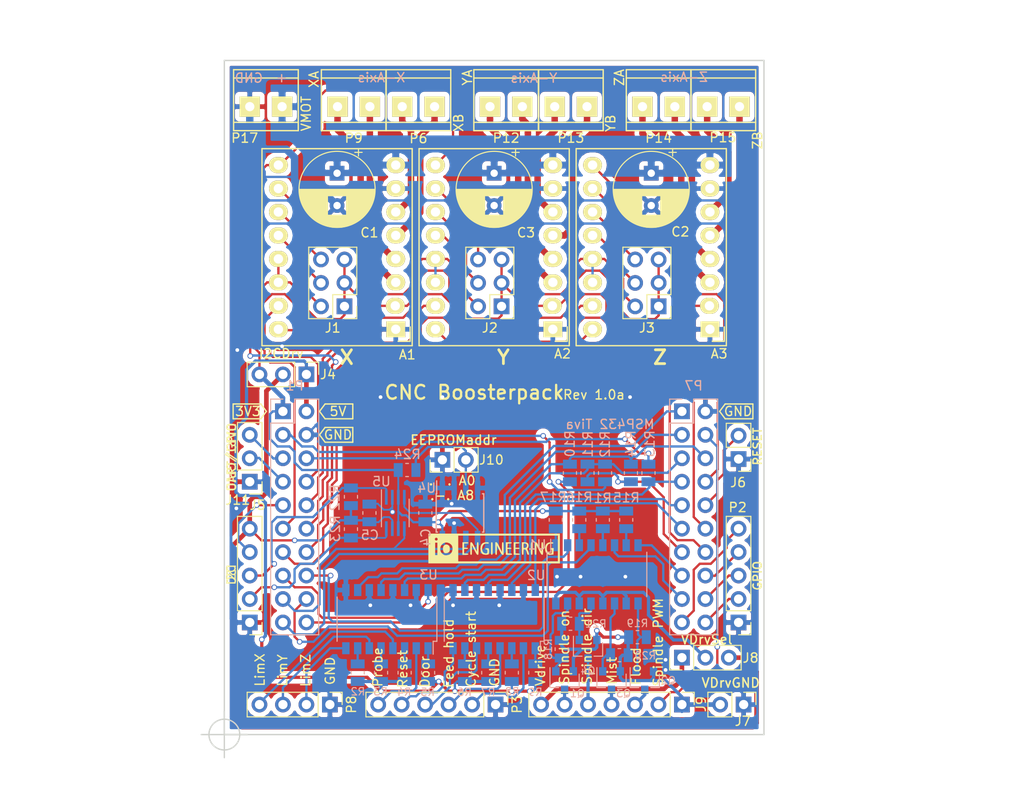
<source format=kicad_pcb>
(kicad_pcb (version 20171130) (host pcbnew "(5.0.0-rc2-dev-378-g94dbcc719)")
  (title_block (title "CNC Boosterpack") (date 2018-04-13) (rev 1.0a) (company "Io Engineering") (comment 1 "Terje Io") (comment 4 "Licensed under CERN OHL v.1.2 or later"))
  (layers (0 F.Cu signal) (31 B.Cu signal) (34 B.Paste user) (35 F.Paste user) (36 B.SilkS user) (37 F.SilkS user) (38 B.Mask user) (39 F.Mask user) (44 Edge.Cuts user))
  (net 0 "")
  (net 1 /3V3)
  (net 2 /VBUS)
  (net 3 /PB5)
  (net 4 /PB0)
  (net 5 /PB1)
  (net 6 /PD2)
  (net 7 /PE5)
  (net 8 /PD3)
  (net 9 /PB4)
  (net 10 /PA5)
  (net 11 /PE2)
  (net 12 /PA6)
  (net 13 /PE3)
  (net 14 /PA7)
  (net 15 /PF1)
  (net 16 /PC6)
  (net 17 /PB7)
  (net 18 /PA2)
  (net 19 /PB6)
  (net 20 /PF2)
  (net 21 /PF3)
  (net 22 /PB2)
  (net 23 /PB3)
  (net 24 /PE0)
  (net 25 /PC4)
  (net 26 /PF0)
  (net 27 /PC5)
  (net 28 /RST)
  (net 29 /PC7)
  (net 30 /PD6)
  (net 31 /PA4)
  (net 32 /PD7)
  (net 33 /PA3)
  (net 34 /PF4)
  (net 35 "Net-(R1-Pad2)")
  (net 36 "Net-(Q1-Pad1)")
  (net 37 "Net-(R6-Pad2)")
  (net 38 "Net-(R2-Pad2)")
  (net 39 "Net-(R3-Pad2)")
  (net 40 "Net-(R4-Pad2)")
  (net 41 "Net-(R5-Pad2)")
  (net 42 "Net-(R7-Pad2)")
  (net 43 "Net-(R8-Pad2)")
  (net 44 "Net-(R9-Pad2)")
  (net 45 /Probe)
  (net 46 /LimX)
  (net 47 /LimY)
  (net 48 /LimZ)
  (net 49 /CS)
  (net 50 /FH)
  (net 51 /SD)
  (net 52 GND)
  (net 53 /PD0)
  (net 54 /PD1)
  (net 55 /PE4)
  (net 56 /PE1)
  (net 57 "Net-(A1-Pad4)")
  (net 58 "Net-(A1-Pad3)")
  (net 59 "Net-(A1-Pad5)")
  (net 60 "Net-(A1-Pad6)")
  (net 61 "Net-(A2-Pad6)")
  (net 62 "Net-(A2-Pad5)")
  (net 63 "Net-(A3-Pad4)")
  (net 64 "Net-(A3-Pad3)")
  (net 65 "Net-(A2-Pad3)")
  (net 66 "Net-(A2-Pad4)")
  (net 67 "Net-(A3-Pad5)")
  (net 68 "Net-(A3-Pad6)")
  (net 69 "Net-(A1-Pad10)")
  (net 70 "Net-(A1-Pad11)")
  (net 71 "Net-(A1-Pad12)")
  (net 72 "Net-(A3-Pad12)")
  (net 73 "Net-(A3-Pad11)")
  (net 74 "Net-(A3-Pad10)")
  (net 75 "Net-(A2-Pad10)")
  (net 76 "Net-(A2-Pad11)")
  (net 77 "Net-(A2-Pad12)")
  (net 78 /VMOT)
  (net 79 "Net-(Q4-Pad1)")
  (net 80 "Net-(Q3-Pad1)")
  (net 81 "Net-(Q2-Pad1)")
  (net 82 "Net-(R15-Pad2)")
  (net 83 "Net-(R16-Pad2)")
  (net 84 "Net-(R17-Pad2)")
  (net 85 "Net-(J8-Pad1)")
  (net 86 "Net-(J9-Pad5)")
  (net 87 "Net-(J9-Pad3)")
  (net 88 "Net-(J9-Pad4)")
  (net 89 "Net-(J8-Pad2)")
  (net 90 "Net-(J9-Pad6)")
  (net 91 /Reset)
  (net 92 /VCCB)
  (net 93 "Net-(J7-Pad2)")
  (net 94 "Net-(J10-Pad2)")
  (net 95 "Net-(J5-Pad2)")
  (net 96 "Net-(J5-Pad3)")
  (module Connector_PinSocket_2.54mm:PinSocket_2x10_P2.54mm_Vertical (layer B.Cu) (at 49.52 -35 180)
    (fp_text reference P7 (at -1.27 2.77 180) (layer B.SilkS) (effects (justify mirror)))
    (fp_text value CONN_02x10)
    (pad 20 thru_hole oval (at -2.54 -22.86 180) (size 1.7 1.7) (drill 1) (layers *.Cu *.Mask) (net 18 /PA2))
    (pad 19 thru_hole oval (at 0 -22.86 180) (size 1.7 1.7) (drill 1) (layers *.Cu *.Mask) (net 34 /PF4))
    (pad 18 thru_hole oval (at -2.54 -20.32 180) (size 1.7 1.7) (drill 1) (layers *.Cu *.Mask) (net 33 /PA3))
    (pad 17 thru_hole oval (at 0 -20.32 180) (size 1.7 1.7) (drill 1) (layers *.Cu *.Mask) (net 32 /PD7))
    (pad 16 thru_hole oval (at -2.54 -17.78 180) (size 1.7 1.7) (drill 1) (layers *.Cu *.Mask) (net 31 /PA4))
    (pad 15 thru_hole oval (at 0 -17.78 180) (size 1.7 1.7) (drill 1) (layers *.Cu *.Mask) (net 30 /PD6))
    (pad 14 thru_hole oval (at -2.54 -15.24 180) (size 1.7 1.7) (drill 1) (layers *.Cu *.Mask) (net 19 /PB6))
    (pad 13 thru_hole oval (at 0 -15.24 180) (size 1.7 1.7) (drill 1) (layers *.Cu *.Mask) (net 29 /PC7))
    (pad 12 thru_hole oval (at -2.54 -12.7 180) (size 1.7 1.7) (drill 1) (layers *.Cu *.Mask) (net 17 /PB7))
    (pad 11 thru_hole oval (at 0 -12.7 180) (size 1.7 1.7) (drill 1) (layers *.Cu *.Mask) (net 16 /PC6))
    (pad 10 thru_hole oval (at -2.54 -10.16 180) (size 1.7 1.7) (drill 1) (layers *.Cu *.Mask) (net 28 /RST))
    (pad 9 thru_hole oval (at 0 -10.16 180) (size 1.7 1.7) (drill 1) (layers *.Cu *.Mask) (net 27 /PC5))
    (pad 8 thru_hole oval (at -2.54 -7.62 180) (size 1.7 1.7) (drill 1) (layers *.Cu *.Mask) (net 26 /PF0))
    (pad 7 thru_hole oval (at 0 -7.62 180) (size 1.7 1.7) (drill 1) (layers *.Cu *.Mask) (net 25 /PC4))
    (pad 6 thru_hole oval (at -2.54 -5.08 180) (size 1.7 1.7) (drill 1) (layers *.Cu *.Mask) (net 24 /PE0))
    (pad 5 thru_hole oval (at 0 -5.08 180) (size 1.7 1.7) (drill 1) (layers *.Cu *.Mask) (net 23 /PB3))
    (pad 4 thru_hole oval (at -2.54 -2.54 180) (size 1.7 1.7) (drill 1) (layers *.Cu *.Mask) (net 22 /PB2))
    (pad 3 thru_hole oval (at 0 -2.54 180) (size 1.7 1.7) (drill 1) (layers *.Cu *.Mask) (net 21 /PF3))
    (pad 2 thru_hole oval (at -2.54 0 180) (size 1.7 1.7) (drill 1) (layers *.Cu *.Mask) (net 52 GND))
    (pad 1 thru_hole rect (at 0 0 180) (size 1.7 1.7) (drill 1) (layers *.Cu *.Mask) (net 20 /PF2))
  )
  (module Connector_PinSocket_2.54mm:PinSocket_2x10_P2.54mm_Vertical (layer B.Cu) (at 6.34 -35 180)
    (fp_text reference P1 (at -1.27 2.77 180) (layer B.SilkS) (effects (justify mirror)))
    (fp_text value CONN_02x10)
    (pad 1 thru_hole rect (at 0 0 180) (size 1.7 1.7) (drill 1) (layers *.Cu *.Mask) (net 1 /3V3))
    (pad 2 thru_hole oval (at -2.54 0 180) (size 1.7 1.7) (drill 1) (layers *.Cu *.Mask) (net 2 /VBUS))
    (pad 3 thru_hole oval (at 0 -2.54 180) (size 1.7 1.7) (drill 1) (layers *.Cu *.Mask) (net 3 /PB5))
    (pad 4 thru_hole oval (at -2.54 -2.54 180) (size 1.7 1.7) (drill 1) (layers *.Cu *.Mask) (net 52 GND))
    (pad 5 thru_hole oval (at 0 -5.08 180) (size 1.7 1.7) (drill 1) (layers *.Cu *.Mask) (net 4 /PB0))
    (pad 6 thru_hole oval (at -2.54 -5.08 180) (size 1.7 1.7) (drill 1) (layers *.Cu *.Mask) (net 53 /PD0))
    (pad 7 thru_hole oval (at 0 -7.62 180) (size 1.7 1.7) (drill 1) (layers *.Cu *.Mask) (net 5 /PB1))
    (pad 8 thru_hole oval (at -2.54 -7.62 180) (size 1.7 1.7) (drill 1) (layers *.Cu *.Mask) (net 54 /PD1))
    (pad 9 thru_hole oval (at 0 -10.16 180) (size 1.7 1.7) (drill 1) (layers *.Cu *.Mask) (net 55 /PE4))
    (pad 10 thru_hole oval (at -2.54 -10.16 180) (size 1.7 1.7) (drill 1) (layers *.Cu *.Mask) (net 6 /PD2))
    (pad 11 thru_hole oval (at 0 -12.7 180) (size 1.7 1.7) (drill 1) (layers *.Cu *.Mask) (net 7 /PE5))
    (pad 12 thru_hole oval (at -2.54 -12.7 180) (size 1.7 1.7) (drill 1) (layers *.Cu *.Mask) (net 8 /PD3))
    (pad 13 thru_hole oval (at 0 -15.24 180) (size 1.7 1.7) (drill 1) (layers *.Cu *.Mask) (net 9 /PB4))
    (pad 14 thru_hole oval (at -2.54 -15.24 180) (size 1.7 1.7) (drill 1) (layers *.Cu *.Mask) (net 56 /PE1))
    (pad 15 thru_hole oval (at 0 -17.78 180) (size 1.7 1.7) (drill 1) (layers *.Cu *.Mask) (net 10 /PA5))
    (pad 16 thru_hole oval (at -2.54 -17.78 180) (size 1.7 1.7) (drill 1) (layers *.Cu *.Mask) (net 11 /PE2))
    (pad 17 thru_hole oval (at 0 -20.32 180) (size 1.7 1.7) (drill 1) (layers *.Cu *.Mask) (net 12 /PA6))
    (pad 18 thru_hole oval (at -2.54 -20.32 180) (size 1.7 1.7) (drill 1) (layers *.Cu *.Mask) (net 13 /PE3))
    (pad 19 thru_hole oval (at 0 -22.86 180) (size 1.7 1.7) (drill 1) (layers *.Cu *.Mask) (net 14 /PA7))
    (pad 20 thru_hole oval (at -2.54 -22.86 180) (size 1.7 1.7) (drill 1) (layers *.Cu *.Mask) (net 15 /PF1))
  )
  (module Resistor_SMD:R_0805_2012Metric (layer B.Cu) (at 16.96 -6.7 90)
    (fp_text reference R3 (at -2.05 -0.06) (layer B.SilkS) (effects (font (size 0.8 0.8) (thickness 0.12)) (justify mirror)))
    (fp_text value 470)
    (pad 2 smd rect (at 0.955 0 90) (size 0.97 1.5) (layers B.Cu B.Paste B.Mask) (net 39 "Net-(R3-Pad2)"))
    (pad 1 smd rect (at -0.955 0 90) (size 0.97 1.5) (layers B.Cu B.Paste B.Mask) (net 2 /VBUS))
  )
  (module Resistor_SMD:R_0805_2012Metric (layer B.Cu) (at 14.43 -6.7 90)
    (fp_text reference R2 (at -2.05 0.02 180) (layer B.SilkS) (effects (font (size 0.8 0.8) (thickness 0.12)) (justify mirror)))
    (fp_text value 470)
    (pad 1 smd rect (at -0.955 0 90) (size 0.97 1.5) (layers B.Cu B.Paste B.Mask) (net 2 /VBUS))
    (pad 2 smd rect (at 0.955 0 90) (size 0.97 1.5) (layers B.Cu B.Paste B.Mask) (net 38 "Net-(R2-Pad2)"))
  )
  (module Resistor_SMD:R_0805_2012Metric (layer B.Cu) (at 22.05 -6.7 90)
    (fp_text reference R5 (at -2.1 -0.05 180) (layer B.SilkS) (effects (font (size 0.8 0.8) (thickness 0.12)) (justify mirror)))
    (fp_text value 470)
    (pad 2 smd rect (at 0.955 0 90) (size 0.97 1.5) (layers B.Cu B.Paste B.Mask) (net 41 "Net-(R5-Pad2)"))
    (pad 1 smd rect (at -0.955 0 90) (size 0.97 1.5) (layers B.Cu B.Paste B.Mask) (net 2 /VBUS))
  )
  (module Resistor_SMD:R_0805_2012Metric (layer B.Cu) (at 26.03 -6.7 90)
    (fp_text reference R6 (at -2.1 -0.03 180) (layer B.SilkS) (effects (font (size 0.8 0.8) (thickness 0.12)) (justify mirror)))
    (fp_text value 470)
    (pad 1 smd rect (at -0.955 0 90) (size 0.97 1.5) (layers B.Cu B.Paste B.Mask) (net 2 /VBUS))
    (pad 2 smd rect (at 0.955 0 90) (size 0.97 1.5) (layers B.Cu B.Paste B.Mask) (net 37 "Net-(R6-Pad2)"))
  )
  (module Resistor_SMD:R_0805_2012Metric (layer B.Cu) (at 28.56 -6.7 90)
    (fp_text reference R7 (at -2.1 -0.01 180) (layer B.SilkS) (effects (font (size 0.8 0.8) (thickness 0.12)) (justify mirror)))
    (fp_text value 470)
    (pad 2 smd rect (at 0.955 0 90) (size 0.97 1.5) (layers B.Cu B.Paste B.Mask) (net 42 "Net-(R7-Pad2)"))
    (pad 1 smd rect (at -0.955 0 90) (size 0.97 1.5) (layers B.Cu B.Paste B.Mask) (net 2 /VBUS))
  )
  (module Resistor_SMD:R_0805_2012Metric (layer B.Cu) (at 31.11 -6.7 90)
    (fp_text reference R8 (at -2.05 0.04 180) (layer B.SilkS) (effects (font (size 0.8 0.8) (thickness 0.12)) (justify mirror)))
    (fp_text value 470)
    (pad 1 smd rect (at -0.955 0 90) (size 0.97 1.5) (layers B.Cu B.Paste B.Mask) (net 2 /VBUS))
    (pad 2 smd rect (at 0.955 0 90) (size 0.97 1.5) (layers B.Cu B.Paste B.Mask) (net 43 "Net-(R8-Pad2)"))
  )
  (module Resistor_SMD:R_0805_2012Metric (layer B.Cu) (at 33.65 -6.7 90)
    (fp_text reference R9 (at -2.1 0 180) (layer B.SilkS) (effects (font (size 0.8 0.8) (thickness 0.12)) (justify mirror)))
    (fp_text value 470)
    (pad 2 smd rect (at 0.955 0 90) (size 0.97 1.5) (layers B.Cu B.Paste B.Mask) (net 44 "Net-(R9-Pad2)"))
    (pad 1 smd rect (at -0.955 0 90) (size 0.97 1.5) (layers B.Cu B.Paste B.Mask) (net 2 /VBUS))
  )
  (module Resistor_SMD:R_0805_2012Metric (layer B.Cu) (at 19.51 -6.7 90)
    (fp_text reference R4 (at -2.1 -0.06 180) (layer B.SilkS) (effects (font (size 0.8 0.8) (thickness 0.12)) (justify mirror)))
    (fp_text value 470)
    (pad 1 smd rect (at -0.955 0 90) (size 0.97 1.5) (layers B.Cu B.Paste B.Mask) (net 2 /VBUS))
    (pad 2 smd rect (at 0.955 0 90) (size 0.97 1.5) (layers B.Cu B.Paste B.Mask) (net 40 "Net-(R4-Pad2)"))
  )
  (module IoEngineering:CONN_PWR_2P_3.5MM (layer F.Cu) (at 4.5 -68 180)
    (fp_text reference P17 (at 2.3 -3.4 180) (layer F.SilkS))
    (fp_text value VMOT (at -4.35 -0.75 270) (layer F.SilkS))
    (pad 1 thru_hole rect (at -1.75 0 180) (size 2.2 2.2) (drill 1) (layers *.Cu *.Mask F.SilkS) (net 78 /VMOT))
    (pad 2 thru_hole rect (at 1.75 0 180) (size 2.2 2.2) (drill 1) (layers *.Cu *.Mask F.SilkS) (net 52 GND))
  )
  (module Connector_PinHeader_2.54mm:PinHeader_1x02_P2.54mm_Vertical (layer F.Cu) (at 23.595 -29.75 90)
    (fp_text reference J10 (at 0 5.305 180) (layer F.SilkS))
    (fp_text value EEPROMaddr (at 2.15 1.205 180) (layer F.SilkS))
    (pad 1 thru_hole rect (at 0 0 90) (size 1.7 1.7) (drill 1) (layers *.Cu *.Mask) (net 52 GND))
    (pad 2 thru_hole oval (at 0 2.54 90) (size 1.7 1.7) (drill 1) (layers *.Cu *.Mask) (net 94 "Net-(J10-Pad2)"))
  )
  (module Connector_PinHeader_2.54mm:PinHeader_2x03_P2.54mm_Vertical (layer F.Cu) (at 47 -46.37 180)
    (fp_text reference J3 (at 1.27 -2.33 180) (layer F.SilkS))
    (fp_text value JP3)
    (pad 1 thru_hole rect (at 0 0 180) (size 1.7 1.7) (drill 1) (layers *.Cu *.Mask) (net 1 /3V3))
    (pad 2 thru_hole oval (at 2.54 0 180) (size 1.7 1.7) (drill 1) (layers *.Cu *.Mask) (net 72 "Net-(A3-Pad12)"))
    (pad 3 thru_hole oval (at 0 2.54 180) (size 1.7 1.7) (drill 1) (layers *.Cu *.Mask) (net 1 /3V3))
    (pad 4 thru_hole oval (at 2.54 2.54 180) (size 1.7 1.7) (drill 1) (layers *.Cu *.Mask) (net 73 "Net-(A3-Pad11)"))
    (pad 5 thru_hole oval (at 0 5.08 180) (size 1.7 1.7) (drill 1) (layers *.Cu *.Mask) (net 1 /3V3))
    (pad 6 thru_hole oval (at 2.54 5.08 180) (size 1.7 1.7) (drill 1) (layers *.Cu *.Mask) (net 74 "Net-(A3-Pad10)"))
  )
  (module Capacitor_SMD:C_0805_2012Metric (layer B.Cu) (at 21.75 -24 90)
    (fp_text reference C4 (at -2.65 0.05 90) (layer B.SilkS) (effects (justify mirror)))
    (fp_text value 100n)
    (pad 2 smd rect (at 0.955 0 90) (size 0.97 1.5) (layers B.Cu B.Paste B.Mask) (net 52 GND))
    (pad 1 smd rect (at -0.955 0 90) (size 0.97 1.5) (layers B.Cu B.Paste B.Mask) (net 1 /3V3))
  )
  (module Capacitor_SMD:C_0805_2012Metric (layer B.Cu) (at 15.7 -24 90)
    (fp_text reference C5 (at -2.4 0.05 180) (layer B.SilkS) (effects (justify mirror)))
    (fp_text value 100n)
    (pad 1 smd rect (at -0.955 0 90) (size 0.97 1.5) (layers B.Cu B.Paste B.Mask) (net 92 /VCCB))
    (pad 2 smd rect (at 0.955 0 90) (size 0.97 1.5) (layers B.Cu B.Paste B.Mask) (net 52 GND))
  )
  (module Capacitor_THT:CP_Radial_D8.0mm_P3.50mm (layer F.Cu) (at 12.2 -60.79 270)
    (fp_text reference C1 (at 6.44 -3.5) (layer F.SilkS))
    (fp_text value 100u)
    (pad 1 thru_hole rect (at 0 0 270) (size 1.6 1.6) (drill 0.8) (layers *.Cu *.Mask) (net 78 /VMOT))
    (pad 2 thru_hole circle (at 3.5 0 270) (size 1.6 1.6) (drill 0.8) (layers *.Cu *.Mask) (net 52 GND))
  )
  (module Capacitor_THT:CP_Radial_D8.0mm_P3.50mm (layer F.Cu) (at 46.2 -60.79 270)
    (fp_text reference C2 (at 6.34 -3.15) (layer F.SilkS))
    (fp_text value 100u)
    (pad 2 thru_hole circle (at 3.5 0 270) (size 1.6 1.6) (drill 0.8) (layers *.Cu *.Mask) (net 52 GND))
    (pad 1 thru_hole rect (at 0 0 270) (size 1.6 1.6) (drill 0.8) (layers *.Cu *.Mask) (net 78 /VMOT))
  )
  (module Capacitor_THT:CP_Radial_D8.0mm_P3.50mm (layer F.Cu) (at 29.2 -60.79 270)
    (fp_text reference C3 (at 6.44 -3.45) (layer F.SilkS))
    (fp_text value 100u)
    (pad 1 thru_hole rect (at 0 0 270) (size 1.6 1.6) (drill 0.8) (layers *.Cu *.Mask) (net 78 /VMOT))
    (pad 2 thru_hole circle (at 3.5 0 270) (size 1.6 1.6) (drill 0.8) (layers *.Cu *.Mask) (net 52 GND))
  )
  (module Connector_PinHeader_2.54mm:PinHeader_1x02_P2.54mm_Vertical (layer F.Cu) (at 56.2 -3.25 270)
    (fp_text reference J7 (at 1.8 0.1) (layer F.SilkS))
    (fp_text value VDrvGND (at -2.35 1.4) (layer F.SilkS))
    (pad 2 thru_hole oval (at 0 2.54 270) (size 1.7 1.7) (drill 1) (layers *.Cu *.Mask) (net 93 "Net-(J7-Pad2)"))
    (pad 1 thru_hole rect (at 0 0 270) (size 1.7 1.7) (drill 1) (layers *.Cu *.Mask) (net 52 GND))
  )
  (module Connector_PinHeader_2.54mm:PinHeader_1x02_P2.54mm_Vertical (layer F.Cu) (at 55.65 -29.84 180)
    (fp_text reference J6 (at 0.05 -2.54 180) (layer F.SilkS))
    (fp_text value RESET (at -2.05 1.36 90) (layer F.SilkS) (effects (font (size 0.9 0.9))))
    (pad 1 thru_hole rect (at 0 0 180) (size 1.7 1.7) (drill 1) (layers *.Cu *.Mask) (net 52 GND))
    (pad 2 thru_hole oval (at 0 2.54 180) (size 1.7 1.7) (drill 1) (layers *.Cu *.Mask) (net 28 /RST))
  )
  (module Connector_PinHeader_2.54mm:PinHeader_1x03_P2.54mm_Vertical (layer F.Cu) (at 49.52 -8.33 90)
    (fp_text reference J8 (at -0.03 7.43 180) (layer F.SilkS))
    (fp_text value VDrvSel (at 1.97 2.68 180) (layer F.SilkS))
    (pad 3 thru_hole oval (at 0 5.08 90) (size 1.7 1.7) (drill 1) (layers *.Cu *.Mask) (net 92 /VCCB))
    (pad 2 thru_hole oval (at 0 2.54 90) (size 1.7 1.7) (drill 1) (layers *.Cu *.Mask) (net 89 "Net-(J8-Pad2)"))
    (pad 1 thru_hole rect (at 0 0 90) (size 1.7 1.7) (drill 1) (layers *.Cu *.Mask) (net 85 "Net-(J8-Pad1)"))
  )
  (module Connector_PinHeader_2.54mm:PinHeader_1x03_P2.54mm_Vertical (layer F.Cu) (at 8.88 -39 270)
    (fp_text reference J4 (at 0 -2.33) (layer F.SilkS))
    (fp_text value I2CDrv (at -2.25 2.73) (layer F.SilkS))
    (pad 1 thru_hole rect (at 0 0 270) (size 1.7 1.7) (drill 1) (layers *.Cu *.Mask) (net 2 /VBUS))
    (pad 2 thru_hole oval (at 0 2.54 270) (size 1.7 1.7) (drill 1) (layers *.Cu *.Mask) (net 92 /VCCB))
    (pad 3 thru_hole oval (at 0 5.08 270) (size 1.7 1.7) (drill 1) (layers *.Cu *.Mask) (net 1 /3V3))
  )
  (module Connector_PinHeader_2.54mm:PinHeader_1x04_P2.54mm_Vertical (layer F.Cu) (at 11.42 -3.25 270)
    (fp_text reference P8 (at 0 -2.33 270) (layer F.SilkS))
    (fp_text value Limits)
    (pad 1 thru_hole rect (at 0 0 270) (size 1.7 1.7) (drill 1) (layers *.Cu *.Mask) (net 52 GND))
    (pad 2 thru_hole oval (at 0 2.54 270) (size 1.7 1.7) (drill 1) (layers *.Cu *.Mask) (net 48 /LimZ))
    (pad 3 thru_hole oval (at 0 5.08 270) (size 1.7 1.7) (drill 1) (layers *.Cu *.Mask) (net 47 /LimY))
    (pad 4 thru_hole oval (at 0 7.62 270) (size 1.7 1.7) (drill 1) (layers *.Cu *.Mask) (net 46 /LimX))
  )
  (module Connector_PinHeader_2.54mm:PinHeader_1x05_P2.54mm_Vertical (layer F.Cu) (at 55.65 -12.14 180)
    (fp_text reference P2 (at 0.1 12.46 180) (layer F.SilkS))
    (fp_text value GPIO (at -2.05 5.06 270) (layer F.SilkS) (effects (font (size 0.9 0.9))))
    (pad 5 thru_hole oval (at 0 10.16 180) (size 1.7 1.7) (drill 1) (layers *.Cu *.Mask) (net 34 /PF4))
    (pad 4 thru_hole oval (at 0 7.62 180) (size 1.7 1.7) (drill 1) (layers *.Cu *.Mask) (net 31 /PA4))
    (pad 3 thru_hole oval (at 0 5.08 180) (size 1.7 1.7) (drill 1) (layers *.Cu *.Mask) (net 33 /PA3))
    (pad 2 thru_hole oval (at 0 2.54 180) (size 1.7 1.7) (drill 1) (layers *.Cu *.Mask) (net 18 /PA2))
    (pad 1 thru_hole rect (at 0 0 180) (size 1.7 1.7) (drill 1) (layers *.Cu *.Mask) (net 52 GND))
  )
  (module Connector_PinHeader_2.54mm:PinHeader_1x05_P2.54mm_Vertical (layer F.Cu) (at 2.75 -12.14 180)
    (fp_text reference J5 (at -0.85 12.71 180) (layer F.SilkS))
    (fp_text value I2C (at 2 5.16 270) (layer F.SilkS) (effects (font (size 0.9 0.9))))
    (pad 1 thru_hole rect (at 0 0 180) (size 1.7 1.7) (drill 1) (layers *.Cu *.Mask) (net 52 GND))
    (pad 2 thru_hole oval (at 0 2.54 180) (size 1.7 1.7) (drill 1) (layers *.Cu *.Mask) (net 95 "Net-(J5-Pad2)"))
    (pad 3 thru_hole oval (at 0 5.08 180) (size 1.7 1.7) (drill 1) (layers *.Cu *.Mask) (net 96 "Net-(J5-Pad3)"))
    (pad 4 thru_hole oval (at 0 7.62 180) (size 1.7 1.7) (drill 1) (layers *.Cu *.Mask) (net 55 /PE4))
    (pad 5 thru_hole oval (at 0 10.16 180) (size 1.7 1.7) (drill 1) (layers *.Cu *.Mask) (net 92 /VCCB))
  )
  (module Connector_PinHeader_2.54mm:PinHeader_1x06_P2.54mm_Vertical (layer F.Cu) (at 29.35 -3.25 270)
    (fp_text reference P3 (at 0 -2.33 270) (layer F.SilkS))
    (fp_text value Control)
    (pad 1 thru_hole rect (at 0 0 270) (size 1.7 1.7) (drill 1) (layers *.Cu *.Mask) (net 52 GND))
    (pad 2 thru_hole oval (at 0 2.54 270) (size 1.7 1.7) (drill 1) (layers *.Cu *.Mask) (net 49 /CS))
    (pad 3 thru_hole oval (at 0 5.08 270) (size 1.7 1.7) (drill 1) (layers *.Cu *.Mask) (net 50 /FH))
    (pad 4 thru_hole oval (at 0 7.62 270) (size 1.7 1.7) (drill 1) (layers *.Cu *.Mask) (net 51 /SD))
    (pad 5 thru_hole oval (at 0 10.16 270) (size 1.7 1.7) (drill 1) (layers *.Cu *.Mask) (net 91 /Reset))
    (pad 6 thru_hole oval (at 0 12.7 270) (size 1.7 1.7) (drill 1) (layers *.Cu *.Mask) (net 45 /Probe))
  )
  (module Connector_PinHeader_2.54mm:PinHeader_1x07_P2.54mm_Vertical (layer F.Cu) (at 49.52 -3.25 270)
    (fp_text reference J9 (at -0.05 -2.08 90) (layer F.SilkS))
    (fp_text value Spindle/Coolant)
    (pad 1 thru_hole rect (at 0 0 270) (size 1.7 1.7) (drill 1) (layers *.Cu *.Mask) (net 93 "Net-(J7-Pad2)"))
    (pad 2 thru_hole oval (at 0 2.54 270) (size 1.7 1.7) (drill 1) (layers *.Cu *.Mask) (net 22 /PB2))
    (pad 3 thru_hole oval (at 0 5.08 270) (size 1.7 1.7) (drill 1) (layers *.Cu *.Mask) (net 87 "Net-(J9-Pad3)"))
    (pad 4 thru_hole oval (at 0 7.62 270) (size 1.7 1.7) (drill 1) (layers *.Cu *.Mask) (net 88 "Net-(J9-Pad4)"))
    (pad 5 thru_hole oval (at 0 10.16 270) (size 1.7 1.7) (drill 1) (layers *.Cu *.Mask) (net 86 "Net-(J9-Pad5)"))
    (pad 6 thru_hole oval (at 0 12.7 270) (size 1.7 1.7) (drill 1) (layers *.Cu *.Mask) (net 90 "Net-(J9-Pad6)"))
    (pad 7 thru_hole oval (at 0 15.24 270) (size 1.7 1.7) (drill 1) (layers *.Cu *.Mask) (net 85 "Net-(J8-Pad1)"))
  )
  (module Connector_PinHeader_2.54mm:PinHeader_2x03_P2.54mm_Vertical (layer F.Cu) (at 30 -46.37 180)
    (fp_text reference J2 (at 1.27 -2.33 180) (layer F.SilkS))
    (fp_text value JP2)
    (pad 6 thru_hole oval (at 2.54 5.08 180) (size 1.7 1.7) (drill 1) (layers *.Cu *.Mask) (net 75 "Net-(A2-Pad10)"))
    (pad 5 thru_hole oval (at 0 5.08 180) (size 1.7 1.7) (drill 1) (layers *.Cu *.Mask) (net 1 /3V3))
    (pad 4 thru_hole oval (at 2.54 2.54 180) (size 1.7 1.7) (drill 1) (layers *.Cu *.Mask) (net 76 "Net-(A2-Pad11)"))
    (pad 3 thru_hole oval (at 0 2.54 180) (size 1.7 1.7) (drill 1) (layers *.Cu *.Mask) (net 1 /3V3))
    (pad 2 thru_hole oval (at 2.54 0 180) (size 1.7 1.7) (drill 1) (layers *.Cu *.Mask) (net 77 "Net-(A2-Pad12)"))
    (pad 1 thru_hole rect (at 0 0 180) (size 1.7 1.7) (drill 1) (layers *.Cu *.Mask) (net 1 /3V3))
  )
  (module Connector_PinHeader_2.54mm:PinHeader_2x03_P2.54mm_Vertical (layer F.Cu) (at 13 -46.37 180)
    (fp_text reference J1 (at 1.27 -2.33 180) (layer F.SilkS))
    (fp_text value JP1)
    (pad 1 thru_hole rect (at 0 0 180) (size 1.7 1.7) (drill 1) (layers *.Cu *.Mask) (net 1 /3V3))
    (pad 2 thru_hole oval (at 2.54 0 180) (size 1.7 1.7) (drill 1) (layers *.Cu *.Mask) (net 71 "Net-(A1-Pad12)"))
    (pad 3 thru_hole oval (at 0 2.54 180) (size 1.7 1.7) (drill 1) (layers *.Cu *.Mask) (net 1 /3V3))
    (pad 4 thru_hole oval (at 2.54 2.54 180) (size 1.7 1.7) (drill 1) (layers *.Cu *.Mask) (net 70 "Net-(A1-Pad11)"))
    (pad 5 thru_hole oval (at 0 5.08 180) (size 1.7 1.7) (drill 1) (layers *.Cu *.Mask) (net 1 /3V3))
    (pad 6 thru_hole oval (at 2.54 5.08 180) (size 1.7 1.7) (drill 1) (layers *.Cu *.Mask) (net 69 "Net-(A1-Pad10)"))
  )
  (module Package_SO:SOIC-8_3.9x4.9mm_P1.27mm (layer B.Cu) (at 25.5 -24 270)
    (fp_text reference U4 (at -2.7 3.6) (layer B.SilkS) (effects (justify mirror)))
    (fp_text value 24LC16)
    (pad 1 smd rect (at -2.7 1.905 270) (size 1.55 0.6) (layers B.Cu B.Paste B.Mask) (net 52 GND))
    (pad 2 smd rect (at -2.7 0.635 270) (size 1.55 0.6) (layers B.Cu B.Paste B.Mask) (net 52 GND))
    (pad 3 smd rect (at -2.7 -0.635 270) (size 1.55 0.6) (layers B.Cu B.Paste B.Mask) (net 94 "Net-(J10-Pad2)"))
    (pad 4 smd rect (at -2.7 -1.905 270) (size 1.55 0.6) (layers B.Cu B.Paste B.Mask) (net 52 GND))
    (pad 5 smd rect (at 2.7 -1.905 270) (size 1.55 0.6) (layers B.Cu B.Paste B.Mask) (net 14 /PA7))
    (pad 6 smd rect (at 2.7 -0.635 270) (size 1.55 0.6) (layers B.Cu B.Paste B.Mask) (net 12 /PA6))
    (pad 7 smd rect (at 2.7 0.635 270) (size 1.55 0.6) (layers B.Cu B.Paste B.Mask) (net 52 GND))
    (pad 8 smd rect (at 2.7 1.905 270) (size 1.55 0.6) (layers B.Cu B.Paste B.Mask) (net 1 /3V3))
  )
  (module Package_SO:SSOP-8_2.95x2.8mm_P0.65mm (layer B.Cu) (at 18.5 -24 270)
    (fp_text reference U5 (at -3.4 1.5) (layer B.SilkS) (effects (justify mirror)))
    (fp_text value TCA9406)
    (pad 1 smd rect (at -1.7 0.975) (size 0.3 1.6) (layers B.Cu B.Paste B.Mask) (net 96 "Net-(J5-Pad3)"))
    (pad 2 smd rect (at -1.7 0.325) (size 0.3 1.6) (layers B.Cu B.Paste B.Mask) (net 52 GND))
    (pad 3 smd rect (at -1.7 -0.325) (size 0.3 1.6) (layers B.Cu B.Paste B.Mask) (net 1 /3V3))
    (pad 4 smd rect (at -1.7 -0.975) (size 0.3 1.6) (layers B.Cu B.Paste B.Mask) (net 14 /PA7))
    (pad 5 smd rect (at 1.7 -0.975) (size 0.3 1.6) (layers B.Cu B.Paste B.Mask) (net 12 /PA6))
    (pad 6 smd rect (at 1.7 -0.325) (size 0.3 1.6) (layers B.Cu B.Paste B.Mask) (net 1 /3V3))
    (pad 7 smd rect (at 1.7 0.325) (size 0.3 1.6) (layers B.Cu B.Paste B.Mask) (net 92 /VCCB))
    (pad 8 smd rect (at 1.7 0.975) (size 0.3 1.6) (layers B.Cu B.Paste B.Mask) (net 95 "Net-(J5-Pad2)"))
  )
  (module Resistor_SMD:R_0805_2012Metric (layer B.Cu) (at 45.9 -28.33 90)
    (fp_text reference R13 (at 3.17 0.15 90) (layer B.SilkS) (effects (justify mirror)))
    (fp_text value 0R)
    (pad 2 smd rect (at 0.955 0 90) (size 0.97 1.5) (layers B.Cu B.Paste B.Mask) (net 53 /PD0))
    (pad 1 smd rect (at -0.955 0 90) (size 0.97 1.5) (layers B.Cu B.Paste B.Mask) (net 25 /PC4))
  )
  (module Resistor_SMD:R_0805_2012Metric (layer B.Cu) (at 19.775 -28.65)
    (fp_text reference R24 (at 0.025 -1.7) (layer B.SilkS) (effects (justify mirror)))
    (fp_text value 10K)
    (pad 1 smd rect (at -0.955 0) (size 0.97 1.5) (layers B.Cu B.Paste B.Mask) (net 1 /3V3))
    (pad 2 smd rect (at 0.955 0) (size 0.97 1.5) (layers B.Cu B.Paste B.Mask) (net 94 "Net-(J10-Pad2)"))
  )
  (module Resistor_SMD:R_0805_2012Metric (layer B.Cu) (at 13.7 -22.25 270)
    (fp_text reference R23 (at -0.05 1.7 270) (layer B.SilkS) (effects (justify mirror)))
    (fp_text value 6K8)
    (pad 2 smd rect (at 0.955 0 270) (size 0.97 1.5) (layers B.Cu B.Paste B.Mask) (net 95 "Net-(J5-Pad2)"))
    (pad 1 smd rect (at -0.955 0 270) (size 0.97 1.5) (layers B.Cu B.Paste B.Mask) (net 92 /VCCB))
  )
  (module Resistor_SMD:R_0805_2012Metric (layer B.Cu) (at 13.7 -25.75 90)
    (fp_text reference R22 (at -0.1 -1.75 90) (layer B.SilkS) (effects (justify mirror)))
    (fp_text value 6K8)
    (pad 1 smd rect (at -0.955 0 90) (size 0.97 1.5) (layers B.Cu B.Paste B.Mask) (net 92 /VCCB))
    (pad 2 smd rect (at 0.955 0 90) (size 0.97 1.5) (layers B.Cu B.Paste B.Mask) (net 96 "Net-(J5-Pad3)"))
  )
  (module Resistor_SMD:R_0805_2012Metric (layer B.Cu) (at 42.75 -8.6)
    (fp_text reference R20 (at 2.8 0.05) (layer B.SilkS) (effects (font (size 0.8 0.8) (thickness 0.12)) (justify mirror)))
    (fp_text value 2K7)
    (pad 2 smd rect (at 0.955 0) (size 0.97 1.5) (layers B.Cu B.Paste B.Mask) (net 93 "Net-(J7-Pad2)"))
    (pad 1 smd rect (at -0.955 0) (size 0.97 1.5) (layers B.Cu B.Paste B.Mask) (net 80 "Net-(Q3-Pad1)"))
  )
  (module Resistor_SMD:R_0805_2012Metric (layer B.Cu) (at 37.46 -12 180)
    (fp_text reference R21 (at -2.74 0 180) (layer B.SilkS) (effects (font (size 0.8 0.8) (thickness 0.12)) (justify mirror)))
    (fp_text value 2K7)
    (pad 1 smd rect (at -0.955 0 180) (size 0.97 1.5) (layers B.Cu B.Paste B.Mask) (net 79 "Net-(Q4-Pad1)"))
    (pad 2 smd rect (at 0.955 0 180) (size 0.97 1.5) (layers B.Cu B.Paste B.Mask) (net 93 "Net-(J7-Pad2)"))
  )
  (module Resistor_SMD:R_0805_2012Metric (layer B.Cu) (at 39.3 -28.33 270)
    (fp_text reference R11 (at -3.12 -0.05 270) (layer B.SilkS) (effects (justify mirror)))
    (fp_text value 0R)
    (pad 2 smd rect (at 0.955 0 270) (size 0.97 1.5) (layers B.Cu B.Paste B.Mask) (net 29 /PC7))
    (pad 1 smd rect (at -0.955 0 270) (size 0.97 1.5) (layers B.Cu B.Paste B.Mask) (net 23 /PB3))
  )
  (module Resistor_SMD:R_0805_2012Metric (layer B.Cu) (at 40.96 -23.25 270)
    (fp_text reference R1 (at -2.35 0.01) (layer B.SilkS) (effects (justify mirror)))
    (fp_text value 330)
    (pad 1 smd rect (at -0.955 0 270) (size 0.97 1.5) (layers B.Cu B.Paste B.Mask) (net 1 /3V3))
    (pad 2 smd rect (at 0.955 0 270) (size 0.97 1.5) (layers B.Cu B.Paste B.Mask) (net 35 "Net-(R1-Pad2)"))
  )
  (module Resistor_SMD:R_0805_2012Metric (layer B.Cu) (at 44 -28.33 270)
    (fp_text reference R14 (at -3.17 0 270) (layer B.SilkS) (effects (justify mirror)))
    (fp_text value 0R)
    (pad 2 smd rect (at 0.955 0 270) (size 0.97 1.5) (layers B.Cu B.Paste B.Mask) (net 29 /PC7))
    (pad 1 smd rect (at -0.955 0 270) (size 0.97 1.5) (layers B.Cu B.Paste B.Mask) (net 24 /PE0))
  )
  (module Resistor_SMD:R_0805_2012Metric (layer B.Cu) (at 43.49 -23.25 270)
    (fp_text reference R15 (at -2.4 -0.01) (layer B.SilkS) (effects (justify mirror)))
    (fp_text value 330)
    (pad 1 smd rect (at -0.955 0 270) (size 0.97 1.5) (layers B.Cu B.Paste B.Mask) (net 1 /3V3))
    (pad 2 smd rect (at 0.955 0 270) (size 0.97 1.5) (layers B.Cu B.Paste B.Mask) (net 82 "Net-(R15-Pad2)"))
  )
  (module Resistor_SMD:R_0805_2012Metric (layer B.Cu) (at 38.41 -23.25 270)
    (fp_text reference R16 (at -2.45 0.01) (layer B.SilkS) (effects (justify mirror)))
    (fp_text value 330)
    (pad 2 smd rect (at 0.955 0 270) (size 0.97 1.5) (layers B.Cu B.Paste B.Mask) (net 83 "Net-(R16-Pad2)"))
    (pad 1 smd rect (at -0.955 0 270) (size 0.97 1.5) (layers B.Cu B.Paste B.Mask) (net 1 /3V3))
  )
  (module Resistor_SMD:R_0805_2012Metric (layer B.Cu) (at 35.87 -23.25 270)
    (fp_text reference R17 (at -2.45 0.27) (layer B.SilkS) (effects (justify mirror)))
    (fp_text value 330)
    (pad 1 smd rect (at -0.955 0 270) (size 0.97 1.5) (layers B.Cu B.Paste B.Mask) (net 1 /3V3))
    (pad 2 smd rect (at 0.955 0 270) (size 0.97 1.5) (layers B.Cu B.Paste B.Mask) (net 84 "Net-(R17-Pad2)"))
  )
  (module Resistor_SMD:R_0805_2012Metric (layer B.Cu) (at 36.51 -9.25 90)
    (fp_text reference R18 (at 0 -1.46 90) (layer B.SilkS) (effects (font (size 0.8 0.8) (thickness 0.12)) (justify mirror)))
    (fp_text value 2K7)
    (pad 2 smd rect (at 0.955 0 90) (size 0.97 1.5) (layers B.Cu B.Paste B.Mask) (net 93 "Net-(J7-Pad2)"))
    (pad 1 smd rect (at -0.955 0 90) (size 0.97 1.5) (layers B.Cu B.Paste B.Mask) (net 36 "Net-(Q1-Pad1)"))
  )
  (module Resistor_SMD:R_0805_2012Metric (layer B.Cu) (at 41.2 -28.33 270)
    (fp_text reference R12 (at -3.12 0 270) (layer B.SilkS) (effects (justify mirror)))
    (fp_text value 0R)
    (pad 1 smd rect (at -0.955 0 270) (size 0.97 1.5) (layers B.Cu B.Paste B.Mask) (net 23 /PB3))
    (pad 2 smd rect (at 0.955 0 270) (size 0.97 1.5) (layers B.Cu B.Paste B.Mask) (net 3 /PB5))
  )
  (module Resistor_SMD:R_0805_2012Metric (layer B.Cu) (at 44.71 -10.55 180)
    (fp_text reference R19 (at 0 1.5 180) (layer B.SilkS) (effects (font (size 0.8 0.8) (thickness 0.12)) (justify mirror)))
    (fp_text value 2K7)
    (pad 2 smd rect (at 0.955 0 180) (size 0.97 1.5) (layers B.Cu B.Paste B.Mask) (net 93 "Net-(J7-Pad2)"))
    (pad 1 smd rect (at -0.955 0 180) (size 0.97 1.5) (layers B.Cu B.Paste B.Mask) (net 81 "Net-(Q2-Pad1)"))
  )
  (module Resistor_SMD:R_0805_2012Metric (layer B.Cu) (at 37.4 -28.33 270)
    (fp_text reference R10 (at -3.17 0 270) (layer B.SilkS) (effects (justify mirror)))
    (fp_text value 0R)
    (pad 1 smd rect (at -0.955 0 270) (size 0.97 1.5) (layers B.Cu B.Paste B.Mask) (net 24 /PE0))
    (pad 2 smd rect (at 0.955 0 270) (size 0.97 1.5) (layers B.Cu B.Paste B.Mask) (net 15 /PF1))
  )
  (module Package_SO:SOP-16_4.4x10.4mm_P1.27mm (layer B.Cu) (at 17.6 -12.5 90)
    (fp_text reference U3 (at 4.8 4.5 180) (layer B.SilkS) (effects (justify mirror)))
    (fp_text value TLP290-4)
    (pad 1 smd rect (at -3.15 4.45 90) (size 1.3 0.8) (layers B.Cu B.Paste B.Mask) (net 41 "Net-(R5-Pad2)"))
    (pad 2 smd rect (at -3.15 3.17 90) (size 1.3 0.8) (layers B.Cu B.Paste B.Mask) (net 45 /Probe))
    (pad 3 smd rect (at -3.15 1.91 90) (size 1.3 0.8) (layers B.Cu B.Paste B.Mask) (net 40 "Net-(R4-Pad2)"))
    (pad 4 smd rect (at -3.15 0.64 90) (size 1.3 0.8) (layers B.Cu B.Paste B.Mask) (net 46 /LimX))
    (pad 5 smd rect (at -3.15 -0.64 90) (size 1.3 0.8) (layers B.Cu B.Paste B.Mask) (net 39 "Net-(R3-Pad2)"))
    (pad 6 smd rect (at -3.15 -1.91 90) (size 1.3 0.8) (layers B.Cu B.Paste B.Mask) (net 47 /LimY))
    (pad 7 smd rect (at -3.15 -3.17 90) (size 1.3 0.8) (layers B.Cu B.Paste B.Mask) (net 38 "Net-(R2-Pad2)"))
    (pad 8 smd rect (at -3.15 -4.45 90) (size 1.3 0.8) (layers B.Cu B.Paste B.Mask) (net 48 /LimZ))
    (pad 9 smd rect (at 3.15 -4.45 90) (size 1.3 0.8) (layers B.Cu B.Paste B.Mask) (net 52 GND))
    (pad 10 smd rect (at 3.15 -3.17 90) (size 1.3 0.8) (layers B.Cu B.Paste B.Mask) (net 20 /PF2))
    (pad 11 smd rect (at 3.15 -1.91 90) (size 1.3 0.8) (layers B.Cu B.Paste B.Mask) (net 52 GND))
    (pad 12 smd rect (at 3.15 -0.64 90) (size 1.3 0.8) (layers B.Cu B.Paste B.Mask) (net 21 /PF3))
    (pad 13 smd rect (at 3.15 0.64 90) (size 1.3 0.8) (layers B.Cu B.Paste B.Mask) (net 52 GND))
    (pad 14 smd rect (at 3.15 1.91 90) (size 1.3 0.8) (layers B.Cu B.Paste B.Mask) (net 24 /PE0))
    (pad 15 smd rect (at 3.15 3.17 90) (size 1.3 0.8) (layers B.Cu B.Paste B.Mask) (net 52 GND))
    (pad 16 smd rect (at 3.15 4.45 90) (size 1.3 0.8) (layers B.Cu B.Paste B.Mask) (net 10 /PA5))
  )
  (module Package_SO:SOP-16_4.4x10.4mm_P1.27mm (layer B.Cu) (at 29.2 -12.5 90)
    (fp_text reference U2 (at 4.75 4.55 180) (layer B.SilkS) (effects (justify mirror)))
    (fp_text value TLP290-4)
    (pad 16 smd rect (at 3.15 4.45 90) (size 1.3 0.8) (layers B.Cu B.Paste B.Mask) (net 16 /PC6))
    (pad 15 smd rect (at 3.15 3.17 90) (size 1.3 0.8) (layers B.Cu B.Paste B.Mask) (net 52 GND))
    (pad 14 smd rect (at 3.15 1.91 90) (size 1.3 0.8) (layers B.Cu B.Paste B.Mask) (net 27 /PC5))
    (pad 13 smd rect (at 3.15 0.64 90) (size 1.3 0.8) (layers B.Cu B.Paste B.Mask) (net 52 GND))
    (pad 12 smd rect (at 3.15 -0.64 90) (size 1.3 0.8) (layers B.Cu B.Paste B.Mask) (net 25 /PC4))
    (pad 11 smd rect (at 3.15 -1.91 90) (size 1.3 0.8) (layers B.Cu B.Paste B.Mask) (net 52 GND))
    (pad 10 smd rect (at 3.15 -3.17 90) (size 1.3 0.8) (layers B.Cu B.Paste B.Mask) (net 23 /PB3))
    (pad 9 smd rect (at 3.15 -4.45 90) (size 1.3 0.8) (layers B.Cu B.Paste B.Mask) (net 52 GND))
    (pad 8 smd rect (at -3.15 -4.45 90) (size 1.3 0.8) (layers B.Cu B.Paste B.Mask) (net 91 /Reset))
    (pad 7 smd rect (at -3.15 -3.17 90) (size 1.3 0.8) (layers B.Cu B.Paste B.Mask) (net 37 "Net-(R6-Pad2)"))
    (pad 6 smd rect (at -3.15 -1.91 90) (size 1.3 0.8) (layers B.Cu B.Paste B.Mask) (net 51 /SD))
    (pad 5 smd rect (at -3.15 -0.64 90) (size 1.3 0.8) (layers B.Cu B.Paste B.Mask) (net 42 "Net-(R7-Pad2)"))
    (pad 4 smd rect (at -3.15 0.64 90) (size 1.3 0.8) (layers B.Cu B.Paste B.Mask) (net 50 /FH))
    (pad 3 smd rect (at -3.15 1.91 90) (size 1.3 0.8) (layers B.Cu B.Paste B.Mask) (net 43 "Net-(R8-Pad2)"))
    (pad 2 smd rect (at -3.15 3.17 90) (size 1.3 0.8) (layers B.Cu B.Paste B.Mask) (net 49 /CS))
    (pad 1 smd rect (at -3.15 4.45 90) (size 1.3 0.8) (layers B.Cu B.Paste B.Mask) (net 44 "Net-(R9-Pad2)"))
  )
  (module Package_SO:SOP-16_4.4x10.4mm_P1.27mm (layer B.Cu) (at 40.32 -17.35 270)
    (fp_text reference U1 (at -3.2 6.47) (layer B.SilkS) (effects (justify mirror)))
    (fp_text value TLP290-4)
    (pad 1 smd rect (at -3.15 4.45 270) (size 1.3 0.8) (layers B.Cu B.Paste B.Mask) (net 84 "Net-(R17-Pad2)"))
    (pad 2 smd rect (at -3.15 3.17 270) (size 1.3 0.8) (layers B.Cu B.Paste B.Mask) (net 11 /PE2))
    (pad 3 smd rect (at -3.15 1.91 270) (size 1.3 0.8) (layers B.Cu B.Paste B.Mask) (net 83 "Net-(R16-Pad2)"))
    (pad 4 smd rect (at -3.15 0.64 270) (size 1.3 0.8) (layers B.Cu B.Paste B.Mask) (net 13 /PE3))
    (pad 5 smd rect (at -3.15 -0.64 270) (size 1.3 0.8) (layers B.Cu B.Paste B.Mask) (net 35 "Net-(R1-Pad2)"))
    (pad 6 smd rect (at -3.15 -1.91 270) (size 1.3 0.8) (layers B.Cu B.Paste B.Mask) (net 32 /PD7))
    (pad 7 smd rect (at -3.15 -3.17 270) (size 1.3 0.8) (layers B.Cu B.Paste B.Mask) (net 82 "Net-(R15-Pad2)"))
    (pad 8 smd rect (at -3.15 -4.45 270) (size 1.3 0.8) (layers B.Cu B.Paste B.Mask) (net 30 /PD6))
    (pad 9 smd rect (at 3.15 -4.45 270) (size 1.3 0.8) (layers B.Cu B.Paste B.Mask) (net 81 "Net-(Q2-Pad1)"))
    (pad 10 smd rect (at 3.15 -3.17 270) (size 1.3 0.8) (layers B.Cu B.Paste B.Mask) (net 89 "Net-(J8-Pad2)"))
    (pad 11 smd rect (at 3.15 -1.91 270) (size 1.3 0.8) (layers B.Cu B.Paste B.Mask) (net 80 "Net-(Q3-Pad1)"))
    (pad 12 smd rect (at 3.15 -0.64 270) (size 1.3 0.8) (layers B.Cu B.Paste B.Mask) (net 89 "Net-(J8-Pad2)"))
    (pad 13 smd rect (at 3.15 0.64 270) (size 1.3 0.8) (layers B.Cu B.Paste B.Mask) (net 79 "Net-(Q4-Pad1)"))
    (pad 14 smd rect (at 3.15 1.91 270) (size 1.3 0.8) (layers B.Cu B.Paste B.Mask) (net 89 "Net-(J8-Pad2)"))
    (pad 15 smd rect (at 3.15 3.17 270) (size 1.3 0.8) (layers B.Cu B.Paste B.Mask) (net 36 "Net-(Q1-Pad1)"))
    (pad 16 smd rect (at 3.15 4.45 270) (size 1.3 0.8) (layers B.Cu B.Paste B.Mask) (net 89 "Net-(J8-Pad2)"))
  )
  (module Package_TO_SOT_SMD:SOT-23 (layer B.Cu) (at 36.82 -5.85 270)
    (fp_text reference Q1 (at 1.4 -1.38) (layer B.SilkS) (effects (font (size 0.8 0.8) (thickness 0.12)) (justify mirror)))
    (fp_text value 2N7002)
    (pad 3 smd rect (at 1 0 270) (size 0.9 0.8) (layers B.Cu B.Paste B.Mask) (net 90 "Net-(J9-Pad6)"))
    (pad 2 smd rect (at -1 -0.95 270) (size 0.9 0.8) (layers B.Cu B.Paste B.Mask) (net 93 "Net-(J7-Pad2)"))
    (pad 1 smd rect (at -1 0.95 270) (size 0.9 0.8) (layers B.Cu B.Paste B.Mask) (net 36 "Net-(Q1-Pad1)"))
  )
  (module Package_TO_SOT_SMD:SOT-23 (layer B.Cu) (at 45.5 -5.85 270)
    (fp_text reference Q2 (at 0 -2.55) (layer B.SilkS) (effects (font (size 0.8 0.8) (thickness 0.12)) (justify mirror)))
    (fp_text value 2N7002)
    (pad 1 smd rect (at -1 0.95 270) (size 0.9 0.8) (layers B.Cu B.Paste B.Mask) (net 81 "Net-(Q2-Pad1)"))
    (pad 2 smd rect (at -1 -0.95 270) (size 0.9 0.8) (layers B.Cu B.Paste B.Mask) (net 93 "Net-(J7-Pad2)"))
    (pad 3 smd rect (at 1 0 270) (size 0.9 0.8) (layers B.Cu B.Paste B.Mask) (net 87 "Net-(J9-Pad3)"))
  )
  (module Package_TO_SOT_SMD:SOT-23 (layer B.Cu) (at 41.9 -5.85 270)
    (fp_text reference Q3 (at 1.4 -1.3) (layer B.SilkS) (effects (font (size 0.8 0.8) (thickness 0.12)) (justify mirror)))
    (fp_text value 2N7002)
    (pad 3 smd rect (at 1 0 270) (size 0.9 0.8) (layers B.Cu B.Paste B.Mask) (net 88 "Net-(J9-Pad4)"))
    (pad 2 smd rect (at -1 -0.95 270) (size 0.9 0.8) (layers B.Cu B.Paste B.Mask) (net 93 "Net-(J7-Pad2)"))
    (pad 1 smd rect (at -1 0.95 270) (size 0.9 0.8) (layers B.Cu B.Paste B.Mask) (net 80 "Net-(Q3-Pad1)"))
  )
  (module Package_TO_SOT_SMD:SOT-23 (layer B.Cu) (at 39.36 -9.25 270)
    (fp_text reference Q4 (at 2.35 0.01) (layer B.SilkS) (effects (font (size 0.8 0.8) (thickness 0.12)) (justify mirror)))
    (fp_text value 2N7002)
    (pad 1 smd rect (at -1 0.95 270) (size 0.9 0.8) (layers B.Cu B.Paste B.Mask) (net 79 "Net-(Q4-Pad1)"))
    (pad 2 smd rect (at -1 -0.95 270) (size 0.9 0.8) (layers B.Cu B.Paste B.Mask) (net 93 "Net-(J7-Pad2)"))
    (pad 3 smd rect (at 1 0 270) (size 0.9 0.8) (layers B.Cu B.Paste B.Mask) (net 86 "Net-(J9-Pad5)"))
  )
  (module Connector_PinHeader_2.54mm:PinHeader_1x03_P2.54mm_Vertical (layer F.Cu) (at 2.75 -27.38 180)
    (fp_text reference J11 (at 1.3 -1.98 180) (layer F.SilkS))
    (fp_text value UART/GPIO (at 1.95 2.67 270) (layer F.SilkS) (effects (font (size 0.9 0.9))))
    (pad 1 thru_hole rect (at 0 0 180) (size 1.7 1.7) (drill 1) (layers *.Cu *.Mask) (net 52 GND))
    (pad 2 thru_hole oval (at 0 2.54 180) (size 1.7 1.7) (drill 1) (layers *.Cu *.Mask) (net 5 /PB1))
    (pad 3 thru_hole oval (at 0 5.08 180) (size 1.7 1.7) (drill 1) (layers *.Cu *.Mask) (net 4 /PB0))
  )
  (module IoEngineering:CONN_PWR_2P_3.5MM (layer F.Cu) (at 37.5 -68 180)
    (fp_text reference P13 (at 0 -3.4 180) (layer F.SilkS))
    (fp_text value YB (at -4.3 -1.8 270) (layer F.SilkS))
    (pad 2 thru_hole rect (at 1.75 0 180) (size 2.2 2.2) (drill 1) (layers *.Cu *.Mask F.SilkS) (net 61 "Net-(A2-Pad6)"))
    (pad 1 thru_hole rect (at -1.75 0 180) (size 2.2 2.2) (drill 1) (layers *.Cu *.Mask F.SilkS) (net 62 "Net-(A2-Pad5)"))
  )
  (module IoEngineering:Polulu_A4988 (layer F.Cu) (at 35.55 -43.89 180)
    (fp_text reference A2 (at -1.05 -2.65 180) (layer F.SilkS))
    (fp_text value Pololu_Breakout_DRV8825)
    (pad 16 thru_hole oval (at 12.7 0 180) (size 2.032 1.7272) (drill 1.016) (layers *.Cu *.Mask F.SilkS) (net 19 /PB6))
    (pad 15 thru_hole oval (at 12.7 2.54 180) (size 2.032 1.7272) (drill 1.016) (layers *.Cu *.Mask F.SilkS) (net 6 /PD2))
    (pad 14 thru_hole oval (at 12.7 5.08 180) (size 2.032 1.7272) (drill 1.016) (layers *.Cu *.Mask F.SilkS) (net 1 /3V3))
    (pad 13 thru_hole oval (at 12.7 7.62 180) (size 2.032 1.7272) (drill 1.016) (layers *.Cu *.Mask F.SilkS) (net 1 /3V3))
    (pad 12 thru_hole oval (at 12.7 10.16 180) (size 2.032 1.7272) (drill 1.016) (layers *.Cu *.Mask F.SilkS) (net 77 "Net-(A2-Pad12)"))
    (pad 11 thru_hole oval (at 12.7 12.7 180) (size 2.032 1.7272) (drill 1.016) (layers *.Cu *.Mask F.SilkS) (net 76 "Net-(A2-Pad11)"))
    (pad 10 thru_hole oval (at 12.7 15.24 180) (size 2.032 1.7272) (drill 1.016) (layers *.Cu *.Mask F.SilkS) (net 75 "Net-(A2-Pad10)"))
    (pad 9 thru_hole oval (at 12.7 17.78 180) (size 2.032 1.7272) (drill 1.016) (layers *.Cu *.Mask F.SilkS) (net 56 /PE1))
    (pad 8 thru_hole oval (at 0 17.78 180) (size 2.032 1.7272) (drill 1.016) (layers *.Cu *.Mask F.SilkS) (net 78 /VMOT))
    (pad 7 thru_hole oval (at 0 15.24 180) (size 2.032 1.7272) (drill 1.016) (layers *.Cu *.Mask F.SilkS) (net 52 GND))
    (pad 6 thru_hole oval (at 0 12.7 180) (size 2.032 1.7272) (drill 1.016) (layers *.Cu *.Mask F.SilkS) (net 61 "Net-(A2-Pad6)"))
    (pad 5 thru_hole oval (at 0 10.16 180) (size 2.032 1.7272) (drill 1.016) (layers *.Cu *.Mask F.SilkS) (net 62 "Net-(A2-Pad5)"))
    (pad 4 thru_hole oval (at 0 7.62 180) (size 2.032 1.7272) (drill 1.016) (layers *.Cu *.Mask F.SilkS) (net 66 "Net-(A2-Pad4)"))
    (pad 3 thru_hole oval (at 0 5.08 180) (size 2.032 1.7272) (drill 1.016) (layers *.Cu *.Mask F.SilkS) (net 65 "Net-(A2-Pad3)"))
    (pad 2 thru_hole oval (at 0.0508 2.54 180) (size 2.032 1.7272) (drill 1.016) (layers *.Cu *.Mask F.SilkS) (net 7 /PE5))
    (pad 1 thru_hole rect (at 0 0 180) (size 2.032 1.7272) (drill 1.016) (layers *.Cu *.Mask F.SilkS) (net 52 GND))
  )
  (module IoEngineering:Polulu_A4988 (layer F.Cu) (at 52.55 -43.89 180)
    (fp_text reference A3 (at -1 -2.65 180) (layer F.SilkS))
    (fp_text value Pololu_Breakout_DRV8825)
    (pad 16 thru_hole oval (at 12.7 0 180) (size 2.032 1.7272) (drill 1.016) (layers *.Cu *.Mask F.SilkS) (net 9 /PB4))
    (pad 15 thru_hole oval (at 12.7 2.54 180) (size 2.032 1.7272) (drill 1.016) (layers *.Cu *.Mask F.SilkS) (net 8 /PD3))
    (pad 14 thru_hole oval (at 12.7 5.08 180) (size 2.032 1.7272) (drill 1.016) (layers *.Cu *.Mask F.SilkS) (net 1 /3V3))
    (pad 13 thru_hole oval (at 12.7 7.62 180) (size 2.032 1.7272) (drill 1.016) (layers *.Cu *.Mask F.SilkS) (net 1 /3V3))
    (pad 12 thru_hole oval (at 12.7 10.16 180) (size 2.032 1.7272) (drill 1.016) (layers *.Cu *.Mask F.SilkS) (net 72 "Net-(A3-Pad12)"))
    (pad 11 thru_hole oval (at 12.7 12.7 180) (size 2.032 1.7272) (drill 1.016) (layers *.Cu *.Mask F.SilkS) (net 73 "Net-(A3-Pad11)"))
    (pad 10 thru_hole oval (at 12.7 15.24 180) (size 2.032 1.7272) (drill 1.016) (layers *.Cu *.Mask F.SilkS) (net 74 "Net-(A3-Pad10)"))
    (pad 9 thru_hole oval (at 12.7 17.78 180) (size 2.032 1.7272) (drill 1.016) (layers *.Cu *.Mask F.SilkS) (net 26 /PF0))
    (pad 8 thru_hole oval (at 0 17.78 180) (size 2.032 1.7272) (drill 1.016) (layers *.Cu *.Mask F.SilkS) (net 78 /VMOT))
    (pad 7 thru_hole oval (at 0 15.24 180) (size 2.032 1.7272) (drill 1.016) (layers *.Cu *.Mask F.SilkS) (net 52 GND))
    (pad 6 thru_hole oval (at 0 12.7 180) (size 2.032 1.7272) (drill 1.016) (layers *.Cu *.Mask F.SilkS) (net 68 "Net-(A3-Pad6)"))
    (pad 5 thru_hole oval (at 0 10.16 180) (size 2.032 1.7272) (drill 1.016) (layers *.Cu *.Mask F.SilkS) (net 67 "Net-(A3-Pad5)"))
    (pad 4 thru_hole oval (at 0 7.62 180) (size 2.032 1.7272) (drill 1.016) (layers *.Cu *.Mask F.SilkS) (net 63 "Net-(A3-Pad4)"))
    (pad 3 thru_hole oval (at 0 5.08 180) (size 2.032 1.7272) (drill 1.016) (layers *.Cu *.Mask F.SilkS) (net 64 "Net-(A3-Pad3)"))
    (pad 2 thru_hole oval (at 0.0508 2.54 180) (size 2.032 1.7272) (drill 1.016) (layers *.Cu *.Mask F.SilkS) (net 7 /PE5))
    (pad 1 thru_hole rect (at 0 0 180) (size 2.032 1.7272) (drill 1.016) (layers *.Cu *.Mask F.SilkS) (net 52 GND))
  )
  (module IoEngineering:Polulu_A4988 (layer F.Cu) (at 18.55 -43.89 180)
    (fp_text reference A1 (at -1.25 -2.75 180) (layer F.SilkS))
    (fp_text value Pololu_Breakout_DRV8825)
    (pad 16 thru_hole oval (at 12.7 0 180) (size 2.032 1.7272) (drill 1.016) (layers *.Cu *.Mask F.SilkS) (net 17 /PB7))
    (pad 15 thru_hole oval (at 12.7 2.54 180) (size 2.032 1.7272) (drill 1.016) (layers *.Cu *.Mask F.SilkS) (net 54 /PD1))
    (pad 14 thru_hole oval (at 12.7 5.08 180) (size 2.032 1.7272) (drill 1.016) (layers *.Cu *.Mask F.SilkS) (net 1 /3V3))
    (pad 13 thru_hole oval (at 12.7 7.62 180) (size 2.032 1.7272) (drill 1.016) (layers *.Cu *.Mask F.SilkS) (net 1 /3V3))
    (pad 12 thru_hole oval (at 12.7 10.16 180) (size 2.032 1.7272) (drill 1.016) (layers *.Cu *.Mask F.SilkS) (net 71 "Net-(A1-Pad12)"))
    (pad 11 thru_hole oval (at 12.7 12.7 180) (size 2.032 1.7272) (drill 1.016) (layers *.Cu *.Mask F.SilkS) (net 70 "Net-(A1-Pad11)"))
    (pad 10 thru_hole oval (at 12.7 15.24 180) (size 2.032 1.7272) (drill 1.016) (layers *.Cu *.Mask F.SilkS) (net 69 "Net-(A1-Pad10)"))
    (pad 9 thru_hole oval (at 12.7 17.78 180) (size 2.032 1.7272) (drill 1.016) (layers *.Cu *.Mask F.SilkS) (net 56 /PE1))
    (pad 8 thru_hole oval (at 0 17.78 180) (size 2.032 1.7272) (drill 1.016) (layers *.Cu *.Mask F.SilkS) (net 78 /VMOT))
    (pad 7 thru_hole oval (at 0 15.24 180) (size 2.032 1.7272) (drill 1.016) (layers *.Cu *.Mask F.SilkS) (net 52 GND))
    (pad 6 thru_hole oval (at 0 12.7 180) (size 2.032 1.7272) (drill 1.016) (layers *.Cu *.Mask F.SilkS) (net 60 "Net-(A1-Pad6)"))
    (pad 5 thru_hole oval (at 0 10.16 180) (size 2.032 1.7272) (drill 1.016) (layers *.Cu *.Mask F.SilkS) (net 59 "Net-(A1-Pad5)"))
    (pad 4 thru_hole oval (at 0 7.62 180) (size 2.032 1.7272) (drill 1.016) (layers *.Cu *.Mask F.SilkS) (net 57 "Net-(A1-Pad4)"))
    (pad 3 thru_hole oval (at 0 5.08 180) (size 2.032 1.7272) (drill 1.016) (layers *.Cu *.Mask F.SilkS) (net 58 "Net-(A1-Pad3)"))
    (pad 2 thru_hole oval (at 0.0508 2.54 180) (size 2.032 1.7272) (drill 1.016) (layers *.Cu *.Mask F.SilkS) (net 7 /PE5))
    (pad 1 thru_hole rect (at 0 0 180) (size 2.032 1.7272) (drill 1.016) (layers *.Cu *.Mask F.SilkS) (net 52 GND))
  )
  (module IoEngineering:CONN_PWR_2P_3.5MM (layer F.Cu) (at 54 -68 180)
    (fp_text reference P15 (at 0.05 -3.35 180) (layer F.SilkS))
    (fp_text value ZB (at -3.7 -3.65 270) (layer F.SilkS))
    (pad 2 thru_hole rect (at 1.75 0 180) (size 2.2 2.2) (drill 1) (layers *.Cu *.Mask F.SilkS) (net 68 "Net-(A3-Pad6)"))
    (pad 1 thru_hole rect (at -1.75 0 180) (size 2.2 2.2) (drill 1) (layers *.Cu *.Mask F.SilkS) (net 67 "Net-(A3-Pad5)"))
  )
  (module IoEngineering:CONN_PWR_2P_3.5MM (layer F.Cu) (at 21 -68 180)
    (fp_text reference P6 (at 0 -3.45 180) (layer F.SilkS))
    (fp_text value XB (at -4.35 -1.75 270) (layer F.SilkS))
    (pad 2 thru_hole rect (at 1.75 0 180) (size 2.2 2.2) (drill 1) (layers *.Cu *.Mask F.SilkS) (net 60 "Net-(A1-Pad6)"))
    (pad 1 thru_hole rect (at -1.75 0 180) (size 2.2 2.2) (drill 1) (layers *.Cu *.Mask F.SilkS) (net 59 "Net-(A1-Pad5)"))
  )
  (module IoEngineering:CONN_PWR_2P_3.5MM (layer F.Cu) (at 14 -68 180)
    (fp_text reference P9 (at 0 -3.4 180) (layer F.SilkS))
    (fp_text value XA (at 4.3 2.95 270) (layer F.SilkS))
    (pad 2 thru_hole rect (at 1.75 0 180) (size 2.2 2.2) (drill 1) (layers *.Cu *.Mask F.SilkS) (net 58 "Net-(A1-Pad3)"))
    (pad 1 thru_hole rect (at -1.75 0 180) (size 2.2 2.2) (drill 1) (layers *.Cu *.Mask F.SilkS) (net 57 "Net-(A1-Pad4)"))
  )
  (module IoEngineering:CONN_PWR_2P_3.5MM (layer F.Cu) (at 30.5 -68 180)
    (fp_text reference P12 (at 0 -3.4 180) (layer F.SilkS))
    (fp_text value YA (at 4.2 3.15 270) (layer F.SilkS))
    (pad 2 thru_hole rect (at 1.75 0 180) (size 2.2 2.2) (drill 1) (layers *.Cu *.Mask F.SilkS) (net 65 "Net-(A2-Pad3)"))
    (pad 1 thru_hole rect (at -1.75 0 180) (size 2.2 2.2) (drill 1) (layers *.Cu *.Mask F.SilkS) (net 66 "Net-(A2-Pad4)"))
  )
  (module IoEngineering:CONN_PWR_2P_3.5MM (layer F.Cu) (at 47 -68 180)
    (fp_text reference P14 (at 0 -3.4 180) (layer F.SilkS))
    (fp_text value ZA (at 4.25 3.15 270) (layer F.SilkS))
    (pad 2 thru_hole rect (at 1.75 0 180) (size 2.2 2.2) (drill 1) (layers *.Cu *.Mask F.SilkS) (net 64 "Net-(A3-Pad3)"))
    (pad 1 thru_hole rect (at -1.75 0 180) (size 2.2 2.2) (drill 1) (layers *.Cu *.Mask F.SilkS) (net 63 "Net-(A3-Pad4)"))
  )
  (module IoEngineering:IoEngineering (layer F.Cu) (at 29.2 -20.15)
    (fp_text reference G*** hide)
    (fp_text value LOGO hide)
  )
  (module IoEngineering:LP_3V3_R (layer F.Cu) (at 2.55 -35)
    (fp_text reference REF** hide)
    (fp_text value LP_3V3_R hide)
    (fp_text user 3V3 (at 0 0) (layer F.SilkS))
  )
  (module IoEngineering:LP_GND_L (layer F.Cu) (at 12.3 -32.46)
    (fp_text reference REF** hide)
    (fp_text value LP_GND_L hide)
    (fp_text user GND (at 0 0) (layer F.SilkS))
  )
  (module IoEngineering:LP_GND_L (layer F.Cu) (at 55.6 -35)
    (fp_text reference REF** hide)
    (fp_text value LP_GND_L hide)
    (fp_text user GND (at 0 0) (layer F.SilkS))
  )
  (module IoEngineering:LP_5V_L (layer F.Cu) (at 12.3 -35)
    (fp_text reference REF** hide)
    (fp_text value LP_5V_L hide)
    (fp_text user 5V (at 0 0) (layer F.SilkS))
  )
  (gr_text Z (at 47.15 -40.85) (layer F.SilkS) (effects (font (size 1.5 1.5) (thickness 0.3))))
  (gr_text Y (at 30.2 -40.85) (layer F.SilkS) (effects (font (size 1.5 1.5) (thickness 0.3))))
  (gr_text X (at 13.25 -40.85) (layer F.SilkS) (effects (font (size 1.5 1.5) (thickness 0.3))))
  (gr_text I2CDrv (at 6.15 -41.25) (layer F.SilkS) (effects (font (size 1 1))))
  (gr_text EEPROMaddr (at 24.8 -31.9) (layer F.SilkS) (effects (font (size 1 1))))
  (gr_text UART/GPIO (at 0.7 -30.05 270) (layer F.SilkS) (effects (font (size 0.9 0.9))))
  (gr_text I2C (at 0.7 -17.35 270) (layer F.SilkS) (effects (font (size 0.9 0.9))))
  (gr_text VDrvSel (at 52.2 -10.3) (layer F.SilkS) (effects (font (size 1 1))))
  (gr_text VDrvGND (at 54.8 -5.6) (layer F.SilkS) (effects (font (size 1 1))))
  (gr_text RESET (at 57.7 -31.2 90) (layer F.SilkS) (effects (font (size 0.9 0.9))))
  (gr_text GPIO (at 57.7 -17.2 90) (layer F.SilkS) (effects (font (size 0.9 0.9))))
  (gr_text "Rev 1.0a" (at 40 -36.8) (layer F.SilkS) (effects (font (size 1 1))))
  (gr_text ".  . A0\n.-. A8" (at 24.65 -26.7) (layer F.SilkS) (effects (font (size 1 1))))
  (gr_text "MSP432 Tiva " (at 41.35 -33.6) (layer B.SilkS) (effects (font (size 1 1)) (justify mirror)))
  (gr_text Z-Axis (at 49.75 -71.2) (layer B.SilkS) (effects (font (size 1 1)) (justify mirror)))
  (gr_text Y-Axis (at 33.5 -71.1) (layer B.SilkS) (effects (font (size 1 1)) (justify mirror)))
  (gr_text X-Axis (at 17 -71.15) (layer B.SilkS) (effects (font (size 1 1)) (justify mirror)))
  (gr_text + (at 6.2 -71.15) (layer B.SilkS) (effects (font (size 1 1)) (justify mirror)))
  (gr_text GND (at 2.65 -71.1) (layer B.SilkS) (effects (font (size 1 1)) (justify mirror)))
  (gr_text "CNC Boosterpack" (at 27.05 -37.05) (layer F.SilkS) (effects (font (size 1.5 1.5) (thickness 0.25))))
  (gr_text "Spindle PWM" (at 46.95 -10 90) (layer F.SilkS) (effects (font (size 1 1))))
  (gr_text Mist (at 41.95 -6.9 90) (layer F.SilkS) (effects (font (size 1 1))))
  (gr_text "Spindle dir" (at 39.25 -9.55 90) (layer F.SilkS) (effects (font (size 1 1))))
  (gr_text Flood (at 44.55 -7.4 90) (layer F.SilkS) (effects (font (size 1 1))))
  (gr_text Vdrive (at 34.2 -7.5 90) (layer F.SilkS) (effects (font (size 1 1))))
  (gr_text "Spindle on" (at 36.8 -9.45 90) (layer F.SilkS) (effects (font (size 1 1))))
  (gr_text GND (at 29.25 -6.75 90) (layer F.SilkS) (effects (font (size 1 1))))
  (gr_text "Cycle start" (at 26.7 -9.25 90) (layer F.SilkS) (effects (font (size 1 1))))
  (gr_text "Feed hold" (at 24.3 -8.8 90) (layer F.SilkS) (effects (font (size 1 1))))
  (gr_text Door (at 21.7 -6.8 90) (layer F.SilkS) (effects (font (size 1 1))))
  (gr_text Reset (at 19.3 -7.1 90) (layer F.SilkS) (effects (font (size 1 1))))
  (gr_text Probe (at 16.6 -7.3 90) (layer F.SilkS) (effects (font (size 1 1))))
  (gr_text LimX (at 3.85 -7 90) (layer F.SilkS) (effects (font (size 1 1))))
  (gr_text LimY (at 6.3 -6.95 90) (layer F.SilkS) (effects (font (size 1 1))))
  (gr_text LimZ (at 8.8 -6.95 90) (layer F.SilkS) (effects (font (size 1 1))))
  (gr_text GND (at 11.45 -6.9 90) (layer F.SilkS) (effects (font (size 1 1))))
  (target plus (at 0 0) (size 5) (width 0.15) (layer Edge.Cuts))
  (gr_line (start 0 -73) (end 0 0) (layer Edge.Cuts) (width 0.15))
  (gr_line (start 58.4 -73) (end 0 -73) (layer Edge.Cuts) (width 0.15))
  (gr_line (start 58.4 0) (end 58.4 -73) (layer Edge.Cuts) (width 0.15))
  (gr_line (start 0 0) (end 58.4 0) (layer Edge.Cuts) (width 0.15))
  (segment (start 3.8 -41.34) (end 3.3 -41.84) (width 0.25) (layer F.Cu) (net 1))
  (segment (start 3.3 -41.84) (end 3.3 -47.64) (width 0.25) (layer F.Cu) (net 1))
  (segment (start 3.3 -47.64) (end 4.63 -48.97) (width 0.25) (layer F.Cu) (net 1))
  (segment (start 4.63 -48.97) (end 5.85 -48.97) (width 0.25) (layer F.Cu) (net 1))
  (segment (start 5.75 -31.2) (end 4.95 -32) (width 0.25) (layer B.Cu) (net 1))
  (segment (start 4.95 -32) (end 4.95 -34.71) (width 0.25) (layer B.Cu) (net 1))
  (segment (start 7.05 -31.2) (end 5.75 -31.2) (width 0.25) (layer B.Cu) (net 1))
  (segment (start 8.410998 -28.65) (end 7.6 -29.460998) (width 0.25) (layer B.Cu) (net 1))
  (segment (start 7.6 -30.65) (end 7.05 -31.2) (width 0.25) (layer B.Cu) (net 1))
  (segment (start 7.6 -29.460998) (end 7.6 -30.65) (width 0.25) (layer B.Cu) (net 1))
  (segment (start 4.95 -34.71) (end 5.24 -35) (width 0.25) (layer B.Cu) (net 1))
  (segment (start 18.825 -28.65) (end 8.410998 -28.65) (width 0.25) (layer B.Cu) (net 1))
  (segment (start 5.24 -35) (end 6.34 -35) (width 0.25) (layer B.Cu) (net 1))
  (segment (start 18.825 -25.7) (end 18.825 -28.65) (width 0.2) (layer B.Cu) (net 1))
  (segment (start 18.825 -24.15) (end 18.825 -22.3) (width 0.2) (layer B.Cu) (net 1))
  (segment (start 18.825 -25.7) (end 18.825 -24.15) (width 0.2) (layer B.Cu) (net 1))
  (segment (start 19.7 -23.75) (end 19.225 -23.75) (width 0.25) (layer B.Cu) (net 1))
  (segment (start 19.225 -23.75) (end 18.825 -24.15) (width 0.25) (layer B.Cu) (net 1))
  (segment (start 20.45 -23) (end 19.7 -23.75) (width 0.25) (layer B.Cu) (net 1))
  (segment (start 21.75 -23) (end 20.45 -23) (width 0.25) (layer B.Cu) (net 1))
  (segment (start 26.05 -45.64) (end 26.65 -45.04) (width 0.25) (layer F.Cu) (net 1))
  (segment (start 24.95 -48.04) (end 26.05 -46.94) (width 0.25) (layer F.Cu) (net 1))
  (segment (start 26.05 -46.94) (end 26.05 -45.64) (width 0.25) (layer F.Cu) (net 1))
  (segment (start 24.95 -50.676) (end 24.95 -48.04) (width 0.25) (layer F.Cu) (net 1))
  (segment (start 29.65 -45.04) (end 30 -45.39) (width 0.25) (layer F.Cu) (net 1))
  (segment (start 22.85 -51.51) (end 24.116 -51.51) (width 0.25) (layer F.Cu) (net 1))
  (segment (start 24.116 -51.51) (end 24.95 -50.676) (width 0.25) (layer F.Cu) (net 1))
  (segment (start 26.65 -45.04) (end 29.65 -45.04) (width 0.25) (layer F.Cu) (net 1))
  (segment (start 30 -45.39) (end 30 -46.37) (width 0.25) (layer F.Cu) (net 1))
  (segment (start 21.42 -51.51) (end 20.35 -50.44) (width 0.25) (layer F.Cu) (net 1))
  (segment (start 22.85 -51.51) (end 21.42 -51.51) (width 0.25) (layer F.Cu) (net 1))
  (segment (start 20.35 -50.44) (end 20.35 -48.64) (width 0.25) (layer F.Cu) (net 1))
  (segment (start 20.35 -48.64) (end 19.4 -47.69) (width 0.25) (layer F.Cu) (net 1))
  (segment (start 19.4 -47.69) (end 14.22 -47.69) (width 0.25) (layer F.Cu) (net 1))
  (segment (start 14.22 -47.69) (end 13 -48.91) (width 0.25) (layer F.Cu) (net 1))
  (segment (start 39.85 -51.51) (end 41.116 -51.51) (width 0.25) (layer F.Cu) (net 1))
  (segment (start 41.116 -51.51) (end 41.5 -51.126) (width 0.25) (layer F.Cu) (net 1))
  (segment (start 41.5 -51.126) (end 41.5 -50.24) (width 0.25) (layer F.Cu) (net 1))
  (segment (start 38.584 -51.51) (end 37.35 -50.276) (width 0.25) (layer F.Cu) (net 1))
  (segment (start 39.85 -51.51) (end 38.584 -51.51) (width 0.25) (layer F.Cu) (net 1))
  (segment (start 37.35 -50.276) (end 37.35 -48.59) (width 0.25) (layer F.Cu) (net 1))
  (segment (start 37.35 -48.59) (end 36.45 -47.69) (width 0.25) (layer F.Cu) (net 1))
  (segment (start 36.45 -47.69) (end 31.22 -47.69) (width 0.25) (layer F.Cu) (net 1))
  (segment (start 31.22 -47.69) (end 30 -48.91) (width 0.25) (layer F.Cu) (net 1))
  (segment (start 12.55 -44.99) (end 13 -45.44) (width 0.25) (layer F.Cu) (net 1))
  (segment (start 10 -44.99) (end 12.55 -44.99) (width 0.25) (layer F.Cu) (net 1))
  (segment (start 8.1 -46.89) (end 10 -44.99) (width 0.25) (layer F.Cu) (net 1))
  (segment (start 8.1 -47.986) (end 8.1 -46.89) (width 0.25) (layer F.Cu) (net 1))
  (segment (start 7.116 -48.97) (end 8.1 -47.986) (width 0.25) (layer F.Cu) (net 1))
  (segment (start 5.85 -48.97) (end 7.116 -48.97) (width 0.25) (layer F.Cu) (net 1))
  (segment (start 13 -45.44) (end 13 -46.37) (width 0.25) (layer F.Cu) (net 1))
  (segment (start 5.85 -51.51) (end 5.85 -50.3964) (width 0.25) (layer F.Cu) (net 1))
  (segment (start 5.85 -50.3964) (end 5.85 -48.97) (width 0.25) (layer F.Cu) (net 1))
  (segment (start 5.85 -48.97) (end 6.0024 -48.97) (width 0.25) (layer F.Cu) (net 1))
  (segment (start 6.0024 -48.97) (end 6.2224 -49.19) (width 0.25) (layer F.Cu) (net 1))
  (segment (start 5.6976 -51.51) (end 5.85 -51.51) (width 0.25) (layer F.Cu) (net 1))
  (segment (start 41.5 -50.24) (end 42.55 -49.19) (width 0.25) (layer F.Cu) (net 1))
  (segment (start 47 -45.39) (end 47 -46.37) (width 0.25) (layer F.Cu) (net 1))
  (segment (start 42.55 -49.19) (end 42.55 -46.29) (width 0.25) (layer F.Cu) (net 1))
  (segment (start 42.55 -46.29) (end 43.85 -44.99) (width 0.25) (layer F.Cu) (net 1))
  (segment (start 43.85 -44.99) (end 46.6 -44.99) (width 0.25) (layer F.Cu) (net 1))
  (segment (start 46.6 -44.99) (end 47 -45.39) (width 0.25) (layer F.Cu) (net 1))
  (segment (start 34.45 -24.2) (end 24.35 -24.2) (width 0.25) (layer F.Cu) (net 1))
  (segment (start 24.35 -24.2) (end 23.15 -23) (width 0.25) (layer F.Cu) (net 1))
  (segment (start 35.87 -24.2) (end 34.45 -24.2) (width 0.25) (layer B.Cu) (net 1))
  (via (at 34.45 -24.2) (size 0.6) (drill 0.4) (layers F.Cu B.Cu) (net 1))
  (via (at 23.15 -23) (size 0.6) (drill 0.4) (layers F.Cu B.Cu) (net 1))
  (segment (start 23.15 -23) (end 23.595 -22.555) (width 0.25) (layer B.Cu) (net 1))
  (segment (start 23.595 -22.555) (end 23.595 -21.3) (width 0.25) (layer B.Cu) (net 1))
  (segment (start 21.75 -23) (end 23.15 -23) (width 0.25) (layer B.Cu) (net 1))
  (segment (start 40.96 -24.2) (end 43.49 -24.2) (width 0.25) (layer B.Cu) (net 1))
  (segment (start 38.41 -24.2) (end 40.96 -24.2) (width 0.25) (layer B.Cu) (net 1))
  (segment (start 35.87 -24.2) (end 38.41 -24.2) (width 0.25) (layer B.Cu) (net 1))
  (segment (start 6.34 -35) (end 6.34 -36.46) (width 0.5) (layer B.Cu) (net 1))
  (segment (start 6.34 -36.46) (end 3.8 -39) (width 0.5) (layer B.Cu) (net 1))
  (segment (start 47 -51.45) (end 47 -48.91) (width 0.25) (layer F.Cu) (net 1))
  (segment (start 47 -46.37) (end 47 -48.91) (width 0.25) (layer F.Cu) (net 1))
  (segment (start 30 -48.91) (end 30 -51.45) (width 0.25) (layer F.Cu) (net 1))
  (segment (start 30 -46.37) (end 30 -48.91) (width 0.25) (layer F.Cu) (net 1))
  (segment (start 13 -48.91) (end 13 -51.45) (width 0.25) (layer F.Cu) (net 1))
  (segment (start 13 -46.37) (end 13 -48.91) (width 0.25) (layer F.Cu) (net 1))
  (segment (start 39.85 -51.51) (end 39.85 -48.97) (width 0.25) (layer B.Cu) (net 1))
  (segment (start 22.85 -51.51) (end 22.85 -48.97) (width 0.25) (layer B.Cu) (net 1))
  (segment (start 3.8 -41.34) (end 3.8 -39) (width 0.25) (layer F.Cu) (net 1))
  (segment (start 2.4 -34.3) (end 1.25 -33.15) (width 0.35) (layer B.Cu) (net 2))
  (segment (start 1.25 -33.15) (end 1.25 -26.25) (width 0.35) (layer B.Cu) (net 2))
  (segment (start 2.4 -39.5) (end 2.4 -34.3) (width 0.35) (layer B.Cu) (net 2))
  (segment (start 4.45 -10.7) (end 4.05 -10.3) (width 0.35) (layer B.Cu) (net 2))
  (segment (start 3.35 -40.45) (end 2.4 -39.5) (width 0.35) (layer B.Cu) (net 2))
  (segment (start 8.88 -40.2) (end 8.63 -40.45) (width 0.35) (layer B.Cu) (net 2))
  (segment (start 8.63 -40.45) (end 3.35 -40.45) (width 0.35) (layer B.Cu) (net 2))
  (segment (start 8.88 -39) (end 8.88 -40.2) (width 0.35) (layer B.Cu) (net 2))
  (segment (start 1.25 -26.25) (end 1.6 -25.9) (width 0.35) (layer B.Cu) (net 2))
  (segment (start 1.6 -25.9) (end 3.65 -25.9) (width 0.35) (layer B.Cu) (net 2))
  (segment (start 3.65 -25.9) (end 4.45 -25.1) (width 0.35) (layer B.Cu) (net 2))
  (segment (start 4.45 -25.1) (end 4.45 -10.7) (width 0.35) (layer B.Cu) (net 2))
  (segment (start 33.65 -4.95) (end 33.4 -4.7) (width 0.25) (layer B.Cu) (net 2))
  (segment (start 33.4 -4.7) (end 33.05 -4.7) (width 0.25) (layer B.Cu) (net 2))
  (segment (start 31.11 -4.7) (end 33.05 -4.7) (width 0.35) (layer F.Cu) (net 2))
  (segment (start 5.25 -6.2) (end 4.05 -7.4) (width 0.35) (layer F.Cu) (net 2))
  (segment (start 5.3 -6.2) (end 5.25 -6.2) (width 0.35) (layer F.Cu) (net 2))
  (segment (start 4.05 -7.4) (end 4.05 -10.3) (width 0.35) (layer F.Cu) (net 2))
  (segment (start 8.88 -39) (end 8.88 -35) (width 0.5) (layer F.Cu) (net 2))
  (segment (start 5.3 -6.2) (end 15.46 -6.2) (width 0.35) (layer F.Cu) (net 2))
  (segment (start 15.46 -6.2) (end 16.96 -4.7) (width 0.35) (layer F.Cu) (net 2))
  (via (at 4.05 -10.3) (size 0.6) (drill 0.4) (layers F.Cu B.Cu) (net 2))
  (segment (start 16.96 -5.65) (end 16.96 -4.7) (width 0.35) (layer B.Cu) (net 2))
  (via (at 31.11 -4.7) (size 0.6) (drill 0.4) (layers F.Cu B.Cu) (net 2))
  (via (at 33.05 -4.7) (size 0.6) (drill 0.4) (layers F.Cu B.Cu) (net 2))
  (via (at 24.95 -4.7) (size 0.6) (drill 0.4) (layers F.Cu B.Cu) (net 2))
  (segment (start 26.03 -5.75) (end 28.56 -5.75) (width 0.35) (layer B.Cu) (net 2))
  (via (at 16.96 -4.7) (size 0.6) (drill 0.4) (layers F.Cu B.Cu) (net 2))
  (segment (start 22.05 -5.75) (end 23.2 -5.75) (width 0.35) (layer B.Cu) (net 2))
  (via (at 23.2 -5.75) (size 0.6) (drill 0.4) (layers F.Cu B.Cu) (net 2))
  (segment (start 16.96 -5.75) (end 19.51 -5.75) (width 0.35) (layer B.Cu) (net 2))
  (segment (start 14.43 -5.75) (end 16.96 -5.75) (width 0.35) (layer B.Cu) (net 2))
  (segment (start 24.95 -4.7) (end 31.11 -4.7) (width 0.35) (layer F.Cu) (net 2))
  (segment (start 33.65 -5.75) (end 33.65 -4.95) (width 0.25) (layer B.Cu) (net 2))
  (segment (start 31.11 -5.75) (end 31.11 -4.7) (width 0.25) (layer B.Cu) (net 2))
  (segment (start 25.2 -5.75) (end 26.03 -5.75) (width 0.25) (layer B.Cu) (net 2))
  (segment (start 24.95 -4.7) (end 24.95 -5.5) (width 0.25) (layer B.Cu) (net 2))
  (segment (start 24.95 -5.5) (end 25.2 -5.75) (width 0.25) (layer B.Cu) (net 2))
  (segment (start 24.25 -4.7) (end 23.2 -5.75) (width 0.35) (layer F.Cu) (net 2))
  (segment (start 24.95 -4.7) (end 24.25 -4.7) (width 0.35) (layer F.Cu) (net 2))
  (segment (start 22.15 -4.7) (end 23.2 -5.75) (width 0.35) (layer F.Cu) (net 2))
  (segment (start 16.96 -4.7) (end 22.15 -4.7) (width 0.35) (layer F.Cu) (net 2))
  (segment (start 8.400998 -31.2) (end 7.140998 -32.46) (width 0.25) (layer B.Cu) (net 3))
  (segment (start 7.140998 -32.46) (end 6.34 -32.46) (width 0.25) (layer B.Cu) (net 3))
  (segment (start 9.6 -31.2) (end 8.400998 -31.2) (width 0.25) (layer B.Cu) (net 3))
  (segment (start 10.2 -30.6) (end 9.6 -31.2) (width 0.25) (layer B.Cu) (net 3))
  (segment (start 19.95 -30.6) (end 10.2 -30.6) (width 0.25) (layer B.Cu) (net 3))
  (segment (start 34.5 -32.35) (end 21.7 -32.35) (width 0.25) (layer B.Cu) (net 3))
  (segment (start 21.7 -32.35) (end 19.95 -30.6) (width 0.25) (layer B.Cu) (net 3))
  (segment (start 34.5 -32.35) (end 35.2 -31.65) (width 0.25) (layer F.Cu) (net 3))
  (segment (start 35.2 -31.65) (end 35.2 -27.38) (width 0.25) (layer F.Cu) (net 3))
  (via (at 34.5 -32.35) (size 0.6) (drill 0.4) (layers F.Cu B.Cu) (net 3))
  (via (at 35.2 -27.38) (size 0.6) (drill 0.4) (layers F.Cu B.Cu) (net 3))
  (segment (start 41.2 -26.75) (end 41.2 -27.375) (width 0.25) (layer B.Cu) (net 3))
  (segment (start 40.95 -26.5) (end 41.2 -26.75) (width 0.25) (layer B.Cu) (net 3))
  (segment (start 35.2 -27.38) (end 36.08 -26.5) (width 0.25) (layer B.Cu) (net 3))
  (segment (start 36.08 -26.5) (end 40.95 -26.5) (width 0.25) (layer B.Cu) (net 3))
  (segment (start 5.31 -29.9) (end 6.32 -29.9) (width 0.25) (layer B.Cu) (net 4))
  (segment (start 2.75 -32.46) (end 5.31 -29.9) (width 0.25) (layer B.Cu) (net 4))
  (segment (start 6.32 -29.9) (end 6.34 -29.92) (width 0.25) (layer B.Cu) (net 4))
  (segment (start 2.78 -29.95) (end 3.77 -29.95) (width 0.25) (layer B.Cu) (net 5))
  (segment (start 2.75 -29.92) (end 2.78 -29.95) (width 0.25) (layer B.Cu) (net 5))
  (segment (start 3.77 -29.95) (end 6.34 -27.38) (width 0.25) (layer B.Cu) (net 5))
  (segment (start 10.15 -27.85) (end 10.15 -26.11) (width 0.25) (layer F.Cu) (net 6))
  (segment (start 10.65 -28.35) (end 10.15 -27.85) (width 0.25) (layer F.Cu) (net 6))
  (segment (start 22.85 -46.43) (end 21.584 -46.43) (width 0.25) (layer F.Cu) (net 6))
  (segment (start 21.584 -46.43) (end 20.65 -45.496) (width 0.25) (layer F.Cu) (net 6))
  (segment (start 20.65 -45.496) (end 20.65 -43.34) (width 0.25) (layer F.Cu) (net 6))
  (segment (start 20.65 -43.34) (end 19.75 -42.44) (width 0.25) (layer F.Cu) (net 6))
  (segment (start 19.75 -42.44) (end 12.39 -42.44) (width 0.25) (layer F.Cu) (net 6))
  (segment (start 10.15 -26.11) (end 8.88 -24.84) (width 0.25) (layer F.Cu) (net 6))
  (segment (start 10.65 -40.7) (end 10.65 -28.35) (width 0.25) (layer F.Cu) (net 6))
  (segment (start 12.39 -42.44) (end 10.65 -40.7) (width 0.25) (layer F.Cu) (net 6))
  (segment (start 5.15 -47.69) (end 3.8 -46.34) (width 0.25) (layer F.Cu) (net 7))
  (segment (start 6.55 -47.69) (end 5.15 -47.69) (width 0.25) (layer F.Cu) (net 7))
  (segment (start 9.85 -44.39) (end 6.55 -47.69) (width 0.25) (layer F.Cu) (net 7))
  (segment (start 13.6 -44.39) (end 9.85 -44.39) (width 0.25) (layer F.Cu) (net 7))
  (segment (start 18.4992 -46.43) (end 15.64 -46.43) (width 0.25) (layer F.Cu) (net 7))
  (segment (start 15.64 -46.43) (end 13.6 -44.39) (width 0.25) (layer F.Cu) (net 7))
  (segment (start 3.8 -46.34) (end 3.8 -42.14) (width 0.25) (layer F.Cu) (net 7))
  (segment (start 3.8 -42.14) (end 4.35 -41.59) (width 0.25) (layer F.Cu) (net 7))
  (segment (start 4.35 -40.9) (end 4.95 -40.3) (width 0.25) (layer F.Cu) (net 7))
  (segment (start 4.95 -40.3) (end 7.1 -40.3) (width 0.25) (layer F.Cu) (net 7))
  (segment (start 7.1 -40.3) (end 7.6 -39.8) (width 0.25) (layer F.Cu) (net 7))
  (segment (start 7.6 -39.8) (end 7.6 -23.56) (width 0.25) (layer F.Cu) (net 7))
  (segment (start 7.6 -23.56) (end 6.34 -22.3) (width 0.25) (layer F.Cu) (net 7))
  (segment (start 23.75 -50.24) (end 24.35 -49.64) (width 0.25) (layer F.Cu) (net 7))
  (segment (start 26.35 -44.44) (end 30.75 -44.44) (width 0.25) (layer F.Cu) (net 7))
  (segment (start 21.9 -50.24) (end 23.75 -50.24) (width 0.25) (layer F.Cu) (net 7))
  (segment (start 21.1 -47.7648) (end 21.1 -49.44) (width 0.25) (layer F.Cu) (net 7))
  (segment (start 21.1 -49.44) (end 21.9 -50.24) (width 0.25) (layer F.Cu) (net 7))
  (segment (start 18.4992 -46.43) (end 19.7652 -46.43) (width 0.25) (layer F.Cu) (net 7))
  (segment (start 32.74 -46.43) (end 35.4992 -46.43) (width 0.25) (layer F.Cu) (net 7))
  (segment (start 19.7652 -46.43) (end 21.1 -47.7648) (width 0.25) (layer F.Cu) (net 7))
  (segment (start 24.35 -49.64) (end 24.35 -47.79) (width 0.25) (layer F.Cu) (net 7))
  (segment (start 24.35 -47.79) (end 25.5 -46.64) (width 0.25) (layer F.Cu) (net 7))
  (segment (start 30.75 -44.44) (end 32.74 -46.43) (width 0.25) (layer F.Cu) (net 7))
  (segment (start 25.5 -46.64) (end 25.5 -45.29) (width 0.25) (layer F.Cu) (net 7))
  (segment (start 25.5 -45.29) (end 26.35 -44.44) (width 0.25) (layer F.Cu) (net 7))
  (segment (start 40.65 -50.24) (end 41.95 -48.94) (width 0.25) (layer F.Cu) (net 7))
  (segment (start 36.19 -46.43) (end 38.05 -48.29) (width 0.25) (layer F.Cu) (net 7))
  (segment (start 39.123872 -50.24) (end 40.65 -50.24) (width 0.25) (layer F.Cu) (net 7))
  (segment (start 38.05 -49.166128) (end 39.123872 -50.24) (width 0.25) (layer F.Cu) (net 7))
  (segment (start 38.05 -48.29) (end 38.05 -49.166128) (width 0.25) (layer F.Cu) (net 7))
  (segment (start 41.95 -48.94) (end 41.95 -46.04) (width 0.25) (layer F.Cu) (net 7))
  (segment (start 35.4992 -46.43) (end 36.19 -46.43) (width 0.25) (layer F.Cu) (net 7))
  (segment (start 41.95 -46.04) (end 43.55 -44.44) (width 0.25) (layer F.Cu) (net 7))
  (segment (start 43.55 -44.44) (end 47.7 -44.44) (width 0.25) (layer F.Cu) (net 7))
  (segment (start 47.7 -44.44) (end 49.69 -46.43) (width 0.25) (layer F.Cu) (net 7))
  (segment (start 49.69 -46.43) (end 50.29 -46.43) (width 0.25) (layer F.Cu) (net 7))
  (segment (start 50.29 -46.43) (end 52.4992 -46.43) (width 0.25) (layer F.Cu) (net 7))
  (segment (start 50.29 -46.43) (end 50.3 -46.43) (width 0.25) (layer F.Cu) (net 7))
  (segment (start 4.35 -41.59) (end 4.35 -40.9) (width 0.25) (layer F.Cu) (net 7))
  (segment (start 38.584 -46.43) (end 39.85 -46.43) (width 0.25) (layer F.Cu) (net 8))
  (segment (start 37.45 -45.296) (end 38.584 -46.43) (width 0.25) (layer F.Cu) (net 8))
  (segment (start 37.45 -42.99) (end 37.45 -45.296) (width 0.25) (layer F.Cu) (net 8))
  (segment (start 37 -42.54) (end 37.45 -42.99) (width 0.25) (layer F.Cu) (net 8))
  (segment (start 11.15 -28.05) (end 11.15 -40.4) (width 0.25) (layer F.Cu) (net 8))
  (segment (start 21.25 -43.14) (end 21.25 -44.39) (width 0.25) (layer F.Cu) (net 8))
  (segment (start 21.25 -44.39) (end 22 -45.14) (width 0.25) (layer F.Cu) (net 8))
  (segment (start 8.88 -22.3) (end 10.15 -23.57) (width 0.25) (layer F.Cu) (net 8))
  (segment (start 12.64 -41.89) (end 20 -41.89) (width 0.25) (layer F.Cu) (net 8))
  (segment (start 10.15 -23.57) (end 10.15 -25.3) (width 0.25) (layer F.Cu) (net 8))
  (segment (start 10.65 -25.8) (end 10.65 -27.55) (width 0.25) (layer F.Cu) (net 8))
  (segment (start 11.15 -40.4) (end 12.64 -41.89) (width 0.25) (layer F.Cu) (net 8))
  (segment (start 10.15 -25.3) (end 10.65 -25.8) (width 0.25) (layer F.Cu) (net 8))
  (segment (start 20 -41.89) (end 21.25 -43.14) (width 0.25) (layer F.Cu) (net 8))
  (segment (start 22 -45.14) (end 23.75 -45.14) (width 0.25) (layer F.Cu) (net 8))
  (segment (start 23.75 -45.14) (end 24.45 -44.44) (width 0.25) (layer F.Cu) (net 8))
  (segment (start 24.45 -44.44) (end 24.45 -43.14) (width 0.25) (layer F.Cu) (net 8))
  (segment (start 10.65 -27.55) (end 11.15 -28.05) (width 0.25) (layer F.Cu) (net 8))
  (segment (start 24.45 -43.14) (end 25.05 -42.54) (width 0.25) (layer F.Cu) (net 8))
  (segment (start 25.05 -42.54) (end 37 -42.54) (width 0.25) (layer F.Cu) (net 8))
  (segment (start 39.85 -43.89) (end 37.35 -41.39) (width 0.25) (layer F.Cu) (net 9))
  (segment (start 37.35 -41.39) (end 15.5 -41.39) (width 0.25) (layer F.Cu) (net 9))
  (segment (start 14.04 -41.39) (end 15.5 -41.39) (width 0.25) (layer F.Cu) (net 9))
  (segment (start 12.15 -39.5) (end 14.04 -41.39) (width 0.25) (layer F.Cu) (net 9))
  (segment (start 12.15 -27.55) (end 12.15 -39.5) (width 0.25) (layer F.Cu) (net 9))
  (segment (start 11.65 -27.05) (end 12.15 -27.55) (width 0.25) (layer F.Cu) (net 9))
  (segment (start 11.65 -25.2) (end 11.65 -27.05) (width 0.25) (layer F.Cu) (net 9))
  (segment (start 11.2 -24.75) (end 11.65 -25.2) (width 0.25) (layer F.Cu) (net 9))
  (segment (start 6.34 -19.76) (end 7.6 -18.5) (width 0.25) (layer F.Cu) (net 9))
  (segment (start 9.55 -18.5) (end 10.7 -19.65) (width 0.25) (layer F.Cu) (net 9))
  (segment (start 10.7 -19.65) (end 10.7 -22.35) (width 0.25) (layer F.Cu) (net 9))
  (segment (start 7.6 -18.5) (end 9.55 -18.5) (width 0.25) (layer F.Cu) (net 9))
  (segment (start 10.7 -22.35) (end 11.2 -22.85) (width 0.25) (layer F.Cu) (net 9))
  (segment (start 11.2 -22.85) (end 11.2 -24.75) (width 0.25) (layer F.Cu) (net 9))
  (segment (start 10.6 -12.65) (end 20.3 -12.65) (width 0.25) (layer F.Cu) (net 10))
  (segment (start 10.2 -13.05) (end 10.6 -12.65) (width 0.25) (layer F.Cu) (net 10))
  (segment (start 20.3 -12.65) (end 22.05 -14.4) (width 0.25) (layer F.Cu) (net 10))
  (segment (start 10.2 -15.2) (end 10.2 -13.05) (width 0.25) (layer F.Cu) (net 10))
  (segment (start 9.45 -15.95) (end 10.2 -15.2) (width 0.25) (layer F.Cu) (net 10))
  (segment (start 6.34 -17.22) (end 7.61 -15.95) (width 0.25) (layer F.Cu) (net 10))
  (segment (start 7.61 -15.95) (end 9.45 -15.95) (width 0.25) (layer F.Cu) (net 10))
  (segment (start 22.05 -15.65) (end 22.05 -14.4) (width 0.25) (layer B.Cu) (net 10))
  (via (at 22.05 -14.4) (size 0.6) (drill 0.4) (layers F.Cu B.Cu) (net 10))
  (segment (start 10.082081 -17.22) (end 11.5 -17.22) (width 0.25) (layer F.Cu) (net 11))
  (segment (start 8.88 -17.22) (end 10.082081 -17.22) (width 0.25) (layer F.Cu) (net 11))
  (via (at 11.5 -17.22) (size 0.6) (drill 0.4) (layers F.Cu B.Cu) (net 11))
  (segment (start 36.7 -19.25) (end 37.15 -19.7) (width 0.25) (layer B.Cu) (net 11))
  (segment (start 35.05 -19.25) (end 36.7 -19.25) (width 0.25) (layer B.Cu) (net 11))
  (segment (start 34.5 -11.65) (end 34.5 -18.7) (width 0.25) (layer B.Cu) (net 11))
  (segment (start 19 -11.25) (end 34.1 -11.25) (width 0.25) (layer B.Cu) (net 11))
  (segment (start 11.47 -17.22) (end 11.3 -17.05) (width 0.25) (layer B.Cu) (net 11))
  (segment (start 34.1 -11.25) (end 34.5 -11.65) (width 0.25) (layer B.Cu) (net 11))
  (segment (start 11.3 -17.05) (end 11.3 -12.65) (width 0.25) (layer B.Cu) (net 11))
  (segment (start 11.5 -17.22) (end 11.47 -17.22) (width 0.25) (layer B.Cu) (net 11))
  (segment (start 11.3 -12.65) (end 11.7 -12.25) (width 0.25) (layer B.Cu) (net 11))
  (segment (start 37.15 -19.7) (end 37.15 -20.5) (width 0.25) (layer B.Cu) (net 11))
  (segment (start 34.5 -18.7) (end 35.05 -19.25) (width 0.25) (layer B.Cu) (net 11))
  (segment (start 11.7 -12.25) (end 18 -12.25) (width 0.25) (layer B.Cu) (net 11))
  (segment (start 18 -12.25) (end 19 -11.25) (width 0.25) (layer B.Cu) (net 11))
  (segment (start 7.62 -13.4) (end 9.6 -13.4) (width 0.25) (layer B.Cu) (net 12))
  (segment (start 6.34 -14.68) (end 7.62 -13.4) (width 0.25) (layer B.Cu) (net 12))
  (segment (start 9.6 -13.4) (end 10.3 -14.1) (width 0.25) (layer B.Cu) (net 12))
  (segment (start 10.3 -14.1) (end 10.3 -18.3) (width 0.25) (layer B.Cu) (net 12))
  (segment (start 10.3 -18.3) (end 12.1 -20.1) (width 0.25) (layer B.Cu) (net 12))
  (segment (start 12.1 -20.1) (end 18.25 -20.1) (width 0.25) (layer B.Cu) (net 12))
  (segment (start 20.24998 -20.1) (end 20.24999 -20.10001) (width 0.25) (layer B.Cu) (net 12))
  (segment (start 18.25 -20.1) (end 20.24998 -20.1) (width 0.25) (layer B.Cu) (net 12))
  (segment (start 20.24999 -20.10001) (end 25.80001 -20.10001) (width 0.25) (layer B.Cu) (net 12))
  (segment (start 25.80001 -20.10001) (end 26.135 -20.435) (width 0.25) (layer B.Cu) (net 12))
  (segment (start 26.135 -20.435) (end 26.135 -21.3) (width 0.25) (layer B.Cu) (net 12))
  (segment (start 19.475 -22.3) (end 19.475 -21.25) (width 0.2) (layer B.Cu) (net 12))
  (segment (start 18.325 -20.1) (end 18.25 -20.1) (width 0.2) (layer B.Cu) (net 12))
  (segment (start 19.475 -21.25) (end 18.325 -20.1) (width 0.2) (layer B.Cu) (net 12))
  (segment (start 7.6 -13.4) (end 7.6 -10.6) (width 0.25) (layer F.Cu) (net 13))
  (segment (start 8.88 -14.68) (end 7.6 -13.4) (width 0.25) (layer F.Cu) (net 13))
  (segment (start 7.6 -10.6) (end 8.15 -10.05) (width 0.25) (layer F.Cu) (net 13))
  (via (at 8.15 -10.05) (size 0.6) (drill 0.4) (layers F.Cu B.Cu) (net 13))
  (segment (start 35.35 -18.65) (end 38.08 -18.65) (width 0.25) (layer B.Cu) (net 13))
  (segment (start 35 -18.3) (end 35.35 -18.65) (width 0.25) (layer B.Cu) (net 13))
  (segment (start 39.68 -20.25) (end 39.68 -20.5) (width 0.25) (layer B.Cu) (net 13))
  (segment (start 11.3 -11.7) (end 17.7 -11.7) (width 0.25) (layer B.Cu) (net 13))
  (segment (start 17.7 -11.7) (end 18.7 -10.7) (width 0.25) (layer B.Cu) (net 13))
  (segment (start 18.7 -10.7) (end 34.45 -10.7) (width 0.25) (layer B.Cu) (net 13))
  (segment (start 38.08 -18.65) (end 39.68 -20.25) (width 0.25) (layer B.Cu) (net 13))
  (segment (start 35 -11.25) (end 35 -18.3) (width 0.25) (layer B.Cu) (net 13))
  (segment (start 9.65 -10.05) (end 11.3 -11.7) (width 0.25) (layer B.Cu) (net 13))
  (segment (start 8.15 -10.05) (end 9.65 -10.05) (width 0.25) (layer B.Cu) (net 13))
  (segment (start 34.45 -10.7) (end 35 -11.25) (width 0.25) (layer B.Cu) (net 13))
  (segment (start 12.4 -19.55) (end 26.1 -19.55) (width 0.25) (layer B.Cu) (net 14))
  (segment (start 10.8 -17.95) (end 12.4 -19.55) (width 0.25) (layer B.Cu) (net 14))
  (segment (start 10.8 -12.05) (end 10.8 -17.95) (width 0.25) (layer B.Cu) (net 14))
  (segment (start 9.6 -10.85) (end 10.8 -12.05) (width 0.25) (layer B.Cu) (net 14))
  (segment (start 6.34 -12.14) (end 7.63 -10.85) (width 0.25) (layer B.Cu) (net 14))
  (segment (start 7.63 -10.85) (end 9.6 -10.85) (width 0.25) (layer B.Cu) (net 14))
  (segment (start 26.1 -19.55) (end 26.7 -20.15) (width 0.25) (layer B.Cu) (net 14))
  (segment (start 26.7 -20.15) (end 27.15 -20.15) (width 0.25) (layer B.Cu) (net 14))
  (segment (start 27.15 -20.15) (end 27.405 -20.405) (width 0.25) (layer B.Cu) (net 14))
  (segment (start 27.405 -20.405) (end 27.405 -21.3) (width 0.25) (layer B.Cu) (net 14))
  (segment (start 19.475 -25.7) (end 19.475 -24.65) (width 0.2) (layer B.Cu) (net 14))
  (segment (start 27.405 -22.195) (end 27.405 -21.3) (width 0.2) (layer B.Cu) (net 14))
  (segment (start 25.6 -24) (end 27.405 -22.195) (width 0.2) (layer B.Cu) (net 14))
  (segment (start 20.125 -24) (end 25.6 -24) (width 0.2) (layer B.Cu) (net 14))
  (segment (start 19.475 -24.65) (end 20.125 -24) (width 0.2) (layer B.Cu) (net 14))
  (segment (start 20.91 -12.14) (end 24.22 -15.45) (width 0.25) (layer F.Cu) (net 15))
  (segment (start 8.88 -12.14) (end 20.91 -12.14) (width 0.25) (layer F.Cu) (net 15))
  (segment (start 24.22 -15.45) (end 36.05 -15.45) (width 0.25) (layer F.Cu) (net 15))
  (segment (start 36.05 -15.45) (end 37.25 -16.65) (width 0.25) (layer F.Cu) (net 15))
  (segment (start 37.25 -16.65) (end 37.25 -26.28) (width 0.25) (layer F.Cu) (net 15))
  (segment (start 37.25 -26.28) (end 36.15 -27.38) (width 0.25) (layer F.Cu) (net 15))
  (segment (start 37.4 -27.38) (end 36.15 -27.38) (width 0.25) (layer B.Cu) (net 15))
  (segment (start 36.17 -27.38) (end 36.15 -27.4) (width 0.25) (layer B.Cu) (net 15))
  (via (at 36.15 -27.38) (size 0.6) (drill 0.4) (layers F.Cu B.Cu) (net 15))
  (segment (start 33.65 -24.35) (end 34.35 -25.05) (width 0.25) (layer B.Cu) (net 16))
  (segment (start 33.65 -15.65) (end 33.65 -24.35) (width 0.25) (layer B.Cu) (net 16))
  (segment (start 34.35 -25.05) (end 46.77 -25.05) (width 0.25) (layer B.Cu) (net 16))
  (segment (start 46.77 -25.05) (end 49.52 -22.3) (width 0.25) (layer B.Cu) (net 16))
  (segment (start 50.8 -23.56) (end 52.06 -22.3) (width 0.25) (layer F.Cu) (net 17))
  (segment (start 50.8 -35.95) (end 50.8 -23.56) (width 0.25) (layer F.Cu) (net 17))
  (segment (start 41.35 -45.4) (end 50.8 -35.95) (width 0.25) (layer F.Cu) (net 17))
  (segment (start 21.9 -47.69) (end 23.55 -47.69) (width 0.25) (layer F.Cu) (net 17))
  (segment (start 24.95 -46.29) (end 24.95 -44.99) (width 0.25) (layer F.Cu) (net 17))
  (segment (start 19.35 -45.14) (end 21.9 -47.69) (width 0.25) (layer F.Cu) (net 17))
  (segment (start 36.4 -45.14) (end 38.95 -47.69) (width 0.25) (layer F.Cu) (net 17))
  (segment (start 15.2 -45.14) (end 19.35 -45.14) (width 0.25) (layer F.Cu) (net 17))
  (segment (start 31 -43.89) (end 32.25 -45.14) (width 0.25) (layer F.Cu) (net 17))
  (segment (start 38.95 -47.69) (end 40.75 -47.69) (width 0.25) (layer F.Cu) (net 17))
  (segment (start 13.85 -43.79) (end 15.2 -45.14) (width 0.25) (layer F.Cu) (net 17))
  (segment (start 5.85 -43.89) (end 5.95 -43.79) (width 0.25) (layer F.Cu) (net 17))
  (segment (start 23.55 -47.69) (end 24.95 -46.29) (width 0.25) (layer F.Cu) (net 17))
  (segment (start 24.95 -44.99) (end 26.05 -43.89) (width 0.25) (layer F.Cu) (net 17))
  (segment (start 32.25 -45.14) (end 36.4 -45.14) (width 0.25) (layer F.Cu) (net 17))
  (segment (start 5.95 -43.79) (end 13.85 -43.79) (width 0.25) (layer F.Cu) (net 17))
  (segment (start 26.05 -43.89) (end 31 -43.89) (width 0.25) (layer F.Cu) (net 17))
  (segment (start 40.75 -47.69) (end 41.35 -47.09) (width 0.25) (layer F.Cu) (net 17))
  (segment (start 41.35 -47.09) (end 41.35 -45.4) (width 0.25) (layer F.Cu) (net 17))
  (segment (start 52.06 -12.14) (end 54.6 -14.68) (width 0.25) (layer F.Cu) (net 18))
  (segment (start 54.6 -14.68) (end 55.65 -14.68) (width 0.25) (layer F.Cu) (net 18))
  (segment (start 38.9 -45.14) (end 40.8 -45.14) (width 0.25) (layer F.Cu) (net 19))
  (segment (start 38 -44.24) (end 38.9 -45.14) (width 0.25) (layer F.Cu) (net 19))
  (segment (start 38 -42.79) (end 38 -44.24) (width 0.25) (layer F.Cu) (net 19))
  (segment (start 24.8 -41.94) (end 37.15 -41.94) (width 0.25) (layer F.Cu) (net 19))
  (segment (start 37.15 -41.94) (end 38 -42.79) (width 0.25) (layer F.Cu) (net 19))
  (segment (start 22.85 -43.89) (end 24.8 -41.94) (width 0.25) (layer F.Cu) (net 19))
  (segment (start 49.030998 -21.05) (end 50.77 -21.05) (width 0.25) (layer F.Cu) (net 19))
  (segment (start 40.8 -45.14) (end 48.2 -37.74) (width 0.25) (layer F.Cu) (net 19))
  (segment (start 48.2 -21.880998) (end 49.030998 -21.05) (width 0.25) (layer F.Cu) (net 19))
  (segment (start 50.77 -21.05) (end 52.06 -19.76) (width 0.25) (layer F.Cu) (net 19))
  (segment (start 48.2 -21.880998) (end 48.2 -37.74) (width 0.25) (layer F.Cu) (net 19))
  (segment (start 35.65 -31.25) (end 44.15 -31.25) (width 0.25) (layer B.Cu) (net 20))
  (segment (start 30.35 -25.95) (end 35.65 -31.25) (width 0.25) (layer B.Cu) (net 20))
  (segment (start 44.15 -31.25) (end 47.9 -35) (width 0.25) (layer B.Cu) (net 20))
  (segment (start 30.35 -19.85) (end 30.35 -25.95) (width 0.25) (layer B.Cu) (net 20))
  (segment (start 29.45 -18.95) (end 30.35 -19.85) (width 0.25) (layer B.Cu) (net 20))
  (segment (start 17 -17.45) (end 18.7 -17.45) (width 0.25) (layer B.Cu) (net 20))
  (segment (start 27.8 -18.95) (end 29.45 -18.95) (width 0.25) (layer B.Cu) (net 20))
  (segment (start 25.45 -18.4) (end 27.25 -18.4) (width 0.25) (layer B.Cu) (net 20))
  (segment (start 19.25 -18) (end 25.05 -18) (width 0.25) (layer B.Cu) (net 20))
  (segment (start 25.05 -18) (end 25.45 -18.4) (width 0.25) (layer B.Cu) (net 20))
  (segment (start 14.43 -15.9) (end 15.58 -17.05) (width 0.25) (layer B.Cu) (net 20))
  (segment (start 14.43 -15.65) (end 14.43 -15.9) (width 0.25) (layer B.Cu) (net 20))
  (segment (start 15.58 -17.05) (end 16.6 -17.05) (width 0.25) (layer B.Cu) (net 20))
  (segment (start 16.6 -17.05) (end 17 -17.45) (width 0.25) (layer B.Cu) (net 20))
  (segment (start 27.25 -18.4) (end 27.8 -18.95) (width 0.25) (layer B.Cu) (net 20))
  (segment (start 18.7 -17.45) (end 19.25 -18) (width 0.25) (layer B.Cu) (net 20))
  (segment (start 47.9 -35) (end 49.52 -35) (width 0.25) (layer B.Cu) (net 20))
  (segment (start 30.9 -19.55) (end 29.75 -18.4) (width 0.25) (layer B.Cu) (net 21))
  (segment (start 17.3 -16.85) (end 16.96 -16.51) (width 0.25) (layer B.Cu) (net 21))
  (segment (start 30.9 -25.65) (end 30.9 -19.55) (width 0.25) (layer B.Cu) (net 21))
  (segment (start 35.9 -30.65) (end 30.9 -25.65) (width 0.25) (layer B.Cu) (net 21))
  (segment (start 44.35 -30.65) (end 35.9 -30.65) (width 0.25) (layer B.Cu) (net 21))
  (segment (start 49.52 -32.46) (end 46.16 -32.46) (width 0.25) (layer B.Cu) (net 21))
  (segment (start 46.16 -32.46) (end 44.35 -30.65) (width 0.25) (layer B.Cu) (net 21))
  (segment (start 29.75 -18.4) (end 28.05 -18.4) (width 0.25) (layer B.Cu) (net 21))
  (segment (start 16.96 -16.51) (end 16.96 -15.65) (width 0.25) (layer B.Cu) (net 21))
  (segment (start 28.05 -18.4) (end 27.5 -17.85) (width 0.25) (layer B.Cu) (net 21))
  (segment (start 25.35 -17.45) (end 19.55 -17.45) (width 0.25) (layer B.Cu) (net 21))
  (segment (start 27.5 -17.85) (end 25.75 -17.85) (width 0.25) (layer B.Cu) (net 21))
  (segment (start 25.75 -17.85) (end 25.35 -17.45) (width 0.25) (layer B.Cu) (net 21))
  (segment (start 19.55 -17.45) (end 18.95 -16.85) (width 0.25) (layer B.Cu) (net 21))
  (segment (start 18.95 -16.85) (end 17.3 -16.85) (width 0.25) (layer B.Cu) (net 21))
  (segment (start 53.35 -31.17) (end 53.35 -10.08) (width 0.25) (layer B.Cu) (net 22))
  (segment (start 52.06 -32.46) (end 53.35 -31.17) (width 0.25) (layer B.Cu) (net 22))
  (via (at 53.35 -9.5) (size 0.6) (drill 0.4) (layers F.Cu B.Cu) (net 22))
  (segment (start 53.35 -10.08) (end 53.35 -9.5) (width 0.25) (layer B.Cu) (net 22))
  (segment (start 53.35 -7.55) (end 53.35 -9.5) (width 0.25) (layer F.Cu) (net 22))
  (segment (start 52.65 -6.85) (end 53.35 -7.55) (width 0.25) (layer F.Cu) (net 22))
  (segment (start 51.4 -6.85) (end 52.65 -6.85) (width 0.25) (layer F.Cu) (net 22))
  (segment (start 49.15 -4.6) (end 51.4 -6.85) (width 0.25) (layer F.Cu) (net 22))
  (segment (start 46.98 -3.25) (end 48.33 -4.6) (width 0.25) (layer F.Cu) (net 22))
  (segment (start 48.33 -4.6) (end 49.15 -4.6) (width 0.25) (layer F.Cu) (net 22))
  (segment (start 30.35 -17.3) (end 32 -18.95) (width 0.25) (layer B.Cu) (net 23))
  (segment (start 28.6 -17.3) (end 30.35 -17.3) (width 0.25) (layer B.Cu) (net 23))
  (segment (start 28.05 -16.75) (end 28.6 -17.3) (width 0.25) (layer B.Cu) (net 23))
  (segment (start 26.35 -16.75) (end 28.05 -16.75) (width 0.25) (layer B.Cu) (net 23))
  (segment (start 26.03 -15.65) (end 26.03 -16.43) (width 0.25) (layer B.Cu) (net 23))
  (segment (start 26.03 -16.43) (end 26.35 -16.75) (width 0.25) (layer B.Cu) (net 23))
  (segment (start 32 -18.95) (end 32 -25.1) (width 0.25) (layer B.Cu) (net 23))
  (segment (start 32 -25.1) (end 35.2 -28.3) (width 0.25) (layer B.Cu) (net 23))
  (segment (start 35.2 -28.3) (end 38.92 -28.3) (width 0.25) (layer B.Cu) (net 23))
  (segment (start 38.92 -28.3) (end 39.3 -28.68) (width 0.25) (layer B.Cu) (net 23))
  (segment (start 39.3 -28.68) (end 39.3 -29.28) (width 0.25) (layer B.Cu) (net 23))
  (segment (start 42.1 -29.28) (end 43.03 -28.35) (width 0.25) (layer B.Cu) (net 23))
  (segment (start 41.2 -29.28) (end 42.1 -29.28) (width 0.25) (layer B.Cu) (net 23))
  (segment (start 43.03 -28.35) (end 47.95 -28.35) (width 0.25) (layer B.Cu) (net 23))
  (segment (start 47.95 -28.35) (end 49.52 -29.92) (width 0.25) (layer B.Cu) (net 23))
  (segment (start 39.3 -29.28) (end 41.2 -29.28) (width 0.25) (layer B.Cu) (net 23))
  (segment (start 27.75 -17.3) (end 28.3 -17.85) (width 0.25) (layer B.Cu) (net 24))
  (segment (start 26.05 -17.3) (end 27.75 -17.3) (width 0.25) (layer B.Cu) (net 24))
  (segment (start 25.65 -16.9) (end 26.05 -17.3) (width 0.25) (layer B.Cu) (net 24))
  (segment (start 19.86 -16.9) (end 25.65 -16.9) (width 0.25) (layer B.Cu) (net 24))
  (segment (start 19.51 -15.65) (end 19.51 -16.55) (width 0.25) (layer B.Cu) (net 24))
  (segment (start 19.51 -16.55) (end 19.86 -16.9) (width 0.25) (layer B.Cu) (net 24))
  (segment (start 28.3 -17.85) (end 30.05 -17.85) (width 0.25) (layer B.Cu) (net 24))
  (segment (start 30.05 -17.85) (end 31.45 -19.25) (width 0.25) (layer B.Cu) (net 24))
  (segment (start 31.45 -19.25) (end 31.45 -25.35) (width 0.25) (layer B.Cu) (net 24))
  (segment (start 31.45 -25.35) (end 35.38 -29.28) (width 0.25) (layer B.Cu) (net 24))
  (segment (start 35.38 -29.28) (end 37.4 -29.28) (width 0.25) (layer B.Cu) (net 24))
  (segment (start 50.78 -31.2) (end 45.7 -31.2) (width 0.25) (layer B.Cu) (net 24))
  (segment (start 52.06 -29.92) (end 50.78 -31.2) (width 0.25) (layer B.Cu) (net 24))
  (segment (start 45.7 -31.2) (end 44.6 -30.1) (width 0.25) (layer B.Cu) (net 24))
  (segment (start 44.6 -30.1) (end 44.25 -30.1) (width 0.25) (layer B.Cu) (net 24))
  (segment (start 44.25 -30.1) (end 44.03 -29.88) (width 0.25) (layer B.Cu) (net 24))
  (segment (start 44.03 -29.88) (end 44 -29.88) (width 0.25) (layer B.Cu) (net 24))
  (segment (start 37.4 -29.88) (end 37.62 -30.1) (width 0.25) (layer B.Cu) (net 24))
  (segment (start 37.4 -29.28) (end 37.4 -29.88) (width 0.25) (layer B.Cu) (net 24))
  (segment (start 37.62 -30.1) (end 43.78 -30.1) (width 0.25) (layer B.Cu) (net 24))
  (segment (start 43.78 -30.1) (end 44 -29.88) (width 0.25) (layer B.Cu) (net 24))
  (segment (start 44 -29.88) (end 44 -29.28) (width 0.25) (layer B.Cu) (net 24))
  (segment (start 32.55 -24.85) (end 33.7 -26) (width 0.25) (layer B.Cu) (net 25))
  (segment (start 28.56 -16.41) (end 28.9 -16.75) (width 0.25) (layer B.Cu) (net 25))
  (segment (start 32.55 -18.65) (end 32.55 -24.85) (width 0.25) (layer B.Cu) (net 25))
  (segment (start 30.65 -16.75) (end 32.55 -18.65) (width 0.25) (layer B.Cu) (net 25))
  (segment (start 28.9 -16.75) (end 30.65 -16.75) (width 0.25) (layer B.Cu) (net 25))
  (segment (start 28.56 -15.65) (end 28.56 -16.41) (width 0.25) (layer B.Cu) (net 25))
  (segment (start 33.7 -26) (end 45.2 -26) (width 0.25) (layer B.Cu) (net 25))
  (segment (start 45.2 -26) (end 45.65 -26.45) (width 0.25) (layer B.Cu) (net 25))
  (segment (start 45.65 -26.45) (end 45.67 -26.45) (width 0.25) (layer B.Cu) (net 25))
  (segment (start 45.67 -26.45) (end 46 -26.78) (width 0.25) (layer B.Cu) (net 25))
  (segment (start 46 -26.78) (end 46 -27.38) (width 0.25) (layer B.Cu) (net 25))
  (segment (start 46 -27.38) (end 49.52 -27.38) (width 0.25) (layer B.Cu) (net 25))
  (segment (start 39.88 -61.67) (end 39.85 -61.67) (width 0.25) (layer F.Cu) (net 26))
  (segment (start 53.4 -28.72) (end 52.06 -27.38) (width 0.25) (layer F.Cu) (net 26))
  (segment (start 53.4 -35.95) (end 53.4 -28.72) (width 0.25) (layer F.Cu) (net 26))
  (segment (start 54.1 -36.65) (end 53.4 -35.95) (width 0.25) (layer F.Cu) (net 26))
  (segment (start 54.1 -46.876128) (end 54.1 -36.65) (width 0.25) (layer F.Cu) (net 26))
  (segment (start 53.286128 -47.69) (end 54.1 -46.876128) (width 0.25) (layer F.Cu) (net 26))
  (segment (start 48.95 -47.69) (end 53.286128 -47.69) (width 0.25) (layer F.Cu) (net 26))
  (segment (start 48.5 -48.14) (end 48.95 -47.69) (width 0.25) (layer F.Cu) (net 26))
  (segment (start 48.5 -51.99) (end 48.5 -48.14) (width 0.25) (layer F.Cu) (net 26))
  (segment (start 47.5 -52.99) (end 48.5 -51.99) (width 0.25) (layer F.Cu) (net 26))
  (segment (start 44.2 -52.99) (end 47.5 -52.99) (width 0.25) (layer F.Cu) (net 26))
  (segment (start 39.85 -61.64) (end 41.7 -59.79) (width 0.25) (layer F.Cu) (net 26))
  (segment (start 39.85 -61.67) (end 39.85 -61.64) (width 0.25) (layer F.Cu) (net 26))
  (segment (start 41.7 -59.79) (end 41.7 -58.489002) (width 0.25) (layer F.Cu) (net 26))
  (segment (start 41.7 -58.489002) (end 43.899002 -56.29) (width 0.25) (layer F.Cu) (net 26))
  (segment (start 43.899002 -56.29) (end 43.899002 -53.290998) (width 0.25) (layer F.Cu) (net 26))
  (segment (start 43.899002 -53.290998) (end 44.2 -52.99) (width 0.25) (layer F.Cu) (net 26))
  (segment (start 47.55 -25.5) (end 48.21 -24.84) (width 0.25) (layer B.Cu) (net 27))
  (segment (start 34 -25.5) (end 47.55 -25.5) (width 0.25) (layer B.Cu) (net 27))
  (segment (start 33.1 -24.6) (end 34 -25.5) (width 0.25) (layer B.Cu) (net 27))
  (segment (start 33.1 -18.4) (end 33.1 -24.6) (width 0.25) (layer B.Cu) (net 27))
  (segment (start 31.11 -15.65) (end 31.11 -16.41) (width 0.25) (layer B.Cu) (net 27))
  (segment (start 31.11 -16.41) (end 33.1 -18.4) (width 0.25) (layer B.Cu) (net 27))
  (segment (start 48.21 -24.84) (end 49.52 -24.84) (width 0.25) (layer B.Cu) (net 27))
  (segment (start 54.05 -30.78) (end 55.65 -32.38) (width 0.25) (layer F.Cu) (net 28))
  (segment (start 54.05 -28.24) (end 54.05 -30.78) (width 0.25) (layer F.Cu) (net 28))
  (segment (start 53.35 -27.54) (end 54.05 -28.24) (width 0.25) (layer F.Cu) (net 28))
  (segment (start 52.06 -24.84) (end 53.35 -26.13) (width 0.25) (layer F.Cu) (net 28))
  (segment (start 53.35 -26.13) (end 53.35 -27.54) (width 0.25) (layer F.Cu) (net 28))
  (segment (start 47.55 -25.7) (end 47.55 -21.73) (width 0.25) (layer F.Cu) (net 29))
  (segment (start 47.55 -21.73) (end 49.52 -19.76) (width 0.25) (layer F.Cu) (net 29))
  (segment (start 45.87 -27.38) (end 47.55 -25.7) (width 0.25) (layer F.Cu) (net 29))
  (segment (start 42.6 -27.38) (end 45.87 -27.38) (width 0.25) (layer F.Cu) (net 29))
  (segment (start 44 -27.38) (end 42.6 -27.38) (width 0.25) (layer B.Cu) (net 29))
  (segment (start 42.67 -27.38) (end 42.65 -27.4) (width 0.25) (layer B.Cu) (net 29))
  (via (at 42.6 -27.38) (size 0.6) (drill 0.4) (layers F.Cu B.Cu) (net 29))
  (segment (start 42.6 -27.9) (end 42.6 -27.38) (width 0.25) (layer B.Cu) (net 29))
  (segment (start 42.2 -28.3) (end 42.6 -27.9) (width 0.25) (layer B.Cu) (net 29))
  (segment (start 39.6 -28.3) (end 42.2 -28.3) (width 0.25) (layer B.Cu) (net 29))
  (segment (start 39.3 -27.375) (end 39.3 -28) (width 0.25) (layer B.Cu) (net 29))
  (segment (start 39.3 -28) (end 39.6 -28.3) (width 0.25) (layer B.Cu) (net 29))
  (segment (start 46.24 -20.5) (end 48.670001 -18.069999) (width 0.25) (layer B.Cu) (net 30))
  (segment (start 44.77 -20.5) (end 46.24 -20.5) (width 0.25) (layer B.Cu) (net 30))
  (segment (start 48.670001 -18.069999) (end 49.52 -17.22) (width 0.25) (layer B.Cu) (net 30))
  (segment (start 52.43 -17.22) (end 52.45 -17.2) (width 0.25) (layer F.Cu) (net 31))
  (segment (start 52.06 -17.22) (end 52.43 -17.22) (width 0.25) (layer F.Cu) (net 31))
  (segment (start 52.45 -17.2) (end 53.09 -17.2) (width 0.25) (layer F.Cu) (net 31))
  (segment (start 53.09 -17.2) (end 55.65 -19.76) (width 0.25) (layer F.Cu) (net 31))
  (segment (start 42.23 -19.72) (end 42.65 -19.3) (width 0.25) (layer B.Cu) (net 32))
  (segment (start 42.23 -20.5) (end 42.23 -19.72) (width 0.25) (layer B.Cu) (net 32))
  (segment (start 42.65 -19.3) (end 46.65 -19.3) (width 0.25) (layer B.Cu) (net 32))
  (segment (start 46.65 -19.3) (end 47.5 -18.45) (width 0.25) (layer B.Cu) (net 32))
  (segment (start 47.5 -18.45) (end 47.5 -16.7) (width 0.25) (layer B.Cu) (net 32))
  (segment (start 47.5 -16.7) (end 49.52 -14.68) (width 0.25) (layer B.Cu) (net 32))
  (segment (start 52.06 -14.68) (end 54.6 -17.22) (width 0.25) (layer F.Cu) (net 33))
  (segment (start 54.6 -17.22) (end 55.65 -17.22) (width 0.25) (layer F.Cu) (net 33))
  (segment (start 54.35 -20.2) (end 54.35 -21) (width 0.25) (layer F.Cu) (net 34))
  (segment (start 51.45 -18.5) (end 52.65 -18.5) (width 0.25) (layer F.Cu) (net 34))
  (segment (start 49.52 -12.14) (end 50.8 -13.42) (width 0.25) (layer F.Cu) (net 34))
  (segment (start 52.65 -18.5) (end 54.35 -20.2) (width 0.25) (layer F.Cu) (net 34))
  (segment (start 50.8 -17.85) (end 51.45 -18.5) (width 0.25) (layer F.Cu) (net 34))
  (segment (start 50.8 -13.42) (end 50.8 -17.85) (width 0.25) (layer F.Cu) (net 34))
  (segment (start 54.35 -21) (end 55.65 -22.3) (width 0.25) (layer F.Cu) (net 34))
  (segment (start 40.96 -22.3) (end 40.96 -20.5) (width 0.25) (layer B.Cu) (net 35))
  (segment (start 35.87 -6.85) (end 35.87 -7.32) (width 0.25) (layer B.Cu) (net 36))
  (segment (start 36.51 -7.96) (end 36.51 -8.3) (width 0.25) (layer B.Cu) (net 36))
  (segment (start 36.51 -8.3) (end 35.6 -8.3) (width 0.25) (layer B.Cu) (net 36))
  (segment (start 35.87 -7.32) (end 36.51 -7.96) (width 0.25) (layer B.Cu) (net 36))
  (segment (start 37.15 -13.45) (end 37.15 -14.2) (width 0.25) (layer B.Cu) (net 36))
  (segment (start 36.85 -13.15) (end 37.15 -13.45) (width 0.25) (layer B.Cu) (net 36))
  (segment (start 35.3 -10.8) (end 35.55 -11.05) (width 0.25) (layer B.Cu) (net 36))
  (segment (start 35.55 -11.05) (end 35.55 -12.85) (width 0.25) (layer B.Cu) (net 36))
  (segment (start 35.55 -12.85) (end 35.85 -13.15) (width 0.25) (layer B.Cu) (net 36))
  (segment (start 35.85 -13.15) (end 36.85 -13.15) (width 0.25) (layer B.Cu) (net 36))
  (segment (start 35.3 -8.6) (end 35.6 -8.3) (width 0.25) (layer B.Cu) (net 36))
  (segment (start 35.3 -10.8) (end 35.3 -8.6) (width 0.25) (layer B.Cu) (net 36))
  (segment (start 26.03 -9.35) (end 26.03 -7.65) (width 0.25) (layer B.Cu) (net 37))
  (segment (start 14.43 -9.35) (end 14.43 -7.655) (width 0.25) (layer B.Cu) (net 38))
  (segment (start 16.96 -9.35) (end 16.96 -7.65) (width 0.25) (layer B.Cu) (net 39))
  (segment (start 19.51 -9.35) (end 19.51 -7.65) (width 0.25) (layer B.Cu) (net 40))
  (segment (start 22.05 -9.35) (end 22.05 -7.65) (width 0.25) (layer B.Cu) (net 41))
  (segment (start 28.56 -9.35) (end 28.56 -7.65) (width 0.25) (layer B.Cu) (net 42))
  (segment (start 31.11 -9.35) (end 31.11 -7.65) (width 0.25) (layer B.Cu) (net 43))
  (segment (start 33.65 -9.35) (end 33.65 -7.65) (width 0.25) (layer B.Cu) (net 44))
  (segment (start 20.4 -4.7) (end 20.77 -5.07) (width 0.25) (layer B.Cu) (net 45))
  (segment (start 16.65 -3.25) (end 18.1 -4.7) (width 0.25) (layer B.Cu) (net 45))
  (segment (start 18.1 -4.7) (end 20.4 -4.7) (width 0.25) (layer B.Cu) (net 45))
  (segment (start 20.77 -6.82) (end 20.77 -9.35) (width 0.25) (layer B.Cu) (net 45))
  (segment (start 20.77 -5.07) (end 20.77 -6.82) (width 0.25) (layer B.Cu) (net 45))
  (segment (start 3.8 -2.5) (end 3.8 -3.4) (width 0.25) (layer B.Cu) (net 46))
  (segment (start 3.8 -3.4) (end 3.8 -3.25) (width 0.25) (layer B.Cu) (net 46))
  (segment (start 11.55 -11.15) (end 3.8 -3.4) (width 0.25) (layer B.Cu) (net 46))
  (segment (start 17.4 -11.15) (end 11.55 -11.15) (width 0.25) (layer B.Cu) (net 46))
  (segment (start 18.24 -9.35) (end 18.24 -10.31) (width 0.25) (layer B.Cu) (net 46))
  (segment (start 18.24 -10.31) (end 17.4 -11.15) (width 0.25) (layer B.Cu) (net 46))
  (segment (start 6.34 -5.09) (end 11.85 -10.6) (width 0.25) (layer B.Cu) (net 47))
  (segment (start 11.85 -10.6) (end 15.35 -10.6) (width 0.25) (layer B.Cu) (net 47))
  (segment (start 15.35 -10.6) (end 15.69 -10.26) (width 0.25) (layer B.Cu) (net 47))
  (segment (start 15.69 -10.26) (end 15.69 -9.35) (width 0.25) (layer B.Cu) (net 47))
  (segment (start 6.34 -5.09) (end 6.34 -3.25) (width 0.25) (layer B.Cu) (net 47))
  (segment (start 8.88 -6.78) (end 11.45 -9.35) (width 0.25) (layer B.Cu) (net 48))
  (segment (start 11.45 -9.35) (end 13.15 -9.35) (width 0.25) (layer B.Cu) (net 48))
  (segment (start 8.88 -6.78) (end 8.88 -3.25) (width 0.25) (layer B.Cu) (net 48))
  (segment (start 30.435012 -4.44999) (end 28.00999 -4.44999) (width 0.25) (layer B.Cu) (net 49))
  (segment (start 27.659999 -4.099999) (end 26.81 -3.25) (width 0.25) (layer B.Cu) (net 49))
  (segment (start 30.810003 -4.074999) (end 30.435012 -4.44999) (width 0.25) (layer B.Cu) (net 49))
  (segment (start 31.410001 -4.074999) (end 30.810003 -4.074999) (width 0.25) (layer B.Cu) (net 49))
  (segment (start 32.37 -5.034998) (end 31.410001 -4.074999) (width 0.25) (layer B.Cu) (net 49))
  (segment (start 28.00999 -4.44999) (end 27.659999 -4.099999) (width 0.25) (layer B.Cu) (net 49))
  (segment (start 32.37 -9.35) (end 32.37 -5.034998) (width 0.25) (layer B.Cu) (net 49))
  (segment (start 29.55 -4.95) (end 29.84 -5.24) (width 0.25) (layer B.Cu) (net 50))
  (segment (start 26.15 -4.95) (end 29.55 -4.95) (width 0.25) (layer B.Cu) (net 50))
  (segment (start 24.27 -3.25) (end 24.45 -3.25) (width 0.25) (layer B.Cu) (net 50))
  (segment (start 24.45 -3.25) (end 26.15 -4.95) (width 0.25) (layer B.Cu) (net 50))
  (segment (start 29.84 -5.24) (end 29.84 -9.35) (width 0.25) (layer B.Cu) (net 50))
  (segment (start 21.73 -2.5) (end 21.73641 -2.5) (width 0.25) (layer B.Cu) (net 51))
  (segment (start 25.15 -6.75) (end 27.05 -6.75) (width 0.25) (layer B.Cu) (net 51))
  (segment (start 27.05 -6.75) (end 27.29 -6.99) (width 0.25) (layer B.Cu) (net 51))
  (segment (start 24.4 -6) (end 25.15 -6.75) (width 0.25) (layer B.Cu) (net 51))
  (segment (start 22.48641 -3.25) (end 24.4 -5.16359) (width 0.25) (layer B.Cu) (net 51))
  (segment (start 21.73 -3.25) (end 22.48641 -3.25) (width 0.25) (layer B.Cu) (net 51))
  (segment (start 27.29 -9.35) (end 27.29 -6.99) (width 0.25) (layer B.Cu) (net 51))
  (segment (start 24.4 -6) (end 24.4 -5.16359) (width 0.25) (layer B.Cu) (net 51))
  (segment (start 1.57 -27.38) (end 1.1 -27.85) (width 0.25) (layer F.Cu) (net 52))
  (segment (start 1.65 -27.38) (end 1.57 -27.38) (width 0.25) (layer F.Cu) (net 52))
  (segment (start 1.1 -26.94) (end 1.100001 -41.340001) (width 0.25) (layer F.Cu) (net 52))
  (segment (start 1.100001 -41.340001) (end 1.4 -41.64) (width 0.25) (layer F.Cu) (net 52))
  (segment (start 1.58 -27.38) (end 0.9 -26.7) (width 0.25) (layer F.Cu) (net 52))
  (segment (start 1.65 -27.38) (end 1.58 -27.38) (width 0.25) (layer F.Cu) (net 52))
  (segment (start 0.9 -26.7) (end 0.9 -24.9) (width 0.25) (layer F.Cu) (net 52))
  (segment (start 0.9 -24.9) (end 1.3 -24.5) (width 0.25) (layer F.Cu) (net 52))
  (segment (start 0.7 -23.9) (end 0.7 -12.55) (width 0.25) (layer B.Cu) (net 52))
  (segment (start 1.3 -24.5) (end 0.7 -23.9) (width 0.25) (layer B.Cu) (net 52))
  (segment (start 0.7 -12.55) (end 1.11 -12.14) (width 0.25) (layer B.Cu) (net 52))
  (segment (start 1.11 -12.14) (end 2.75 -12.14) (width 0.25) (layer B.Cu) (net 52))
  (via (at 1.3 -24.5) (size 0.6) (drill 0.4) (layers F.Cu B.Cu) (net 52))
  (segment (start 2.75 -27.38) (end 1.65 -27.38) (width 0.25) (layer F.Cu) (net 52))
  (via (at 1.4 -41.64) (size 0.6) (drill 0.4) (layers F.Cu B.Cu) (net 52))
  (via (at 6.25 -42.05) (size 0.6) (drill 0.4) (layers F.Cu B.Cu) (net 52))
  (segment (start 20.107154 -22.2) (end 24.2 -22.2) (width 0.25) (layer F.Cu) (net 52))
  (via (at 18.201581 -24.105573) (size 0.6) (drill 0.4) (layers F.Cu B.Cu) (net 52))
  (segment (start 18.175 -24.65) (end 18.175 -24.132154) (width 0.2) (layer B.Cu) (net 52))
  (segment (start 18.175 -24.132154) (end 18.201581 -24.105573) (width 0.25) (layer B.Cu) (net 52))
  (segment (start 24.865 -22.865) (end 24.865 -22.9) (width 0.25) (layer F.Cu) (net 52))
  (segment (start 24.2 -22.2) (end 24.865 -22.865) (width 0.25) (layer F.Cu) (net 52))
  (segment (start 18.201581 -24.105573) (end 20.107154 -22.2) (width 0.25) (layer F.Cu) (net 52))
  (segment (start 17.25 -24.35) (end 16.6 -25) (width 0.2) (layer B.Cu) (net 52))
  (segment (start 18.175 -24.65) (end 17.875 -24.35) (width 0.2) (layer B.Cu) (net 52))
  (segment (start 18.175 -25.7) (end 18.175 -24.65) (width 0.2) (layer B.Cu) (net 52))
  (segment (start 17.875 -24.35) (end 17.25 -24.35) (width 0.2) (layer B.Cu) (net 52))
  (segment (start 16.6 -25) (end 15.7 -25) (width 0.2) (layer B.Cu) (net 52))
  (segment (start 51.805 -36.545) (end 52.06 -36.29) (width 0.25) (layer B.Cu) (net 52))
  (segment (start 43.905 -36.545) (end 51.805 -36.545) (width 0.25) (layer B.Cu) (net 52))
  (segment (start 52.06 -36.29) (end 52.06 -35) (width 0.25) (layer B.Cu) (net 52))
  (segment (start 4.05 -55.34) (end 2.75 -56.64) (width 0.25) (layer B.Cu) (net 52))
  (segment (start 14.15 -55.34) (end 4.05 -55.34) (width 0.25) (layer B.Cu) (net 52))
  (segment (start 2.75 -56.64) (end 2.75 -58.59) (width 0.25) (layer B.Cu) (net 52))
  (segment (start 7.75 -57.84) (end 3.5 -57.84) (width 0.25) (layer B.Cu) (net 52))
  (segment (start 8.75 -58.84) (end 7.75 -57.84) (width 0.25) (layer B.Cu) (net 52))
  (segment (start 3.5 -57.84) (end 2.75 -58.59) (width 0.25) (layer B.Cu) (net 52))
  (segment (start 2.75 -58.59) (end 2.75 -61.34) (width 0.25) (layer B.Cu) (net 52))
  (segment (start 7.2 -60.39) (end 3.7 -60.39) (width 0.25) (layer B.Cu) (net 52))
  (segment (start 7.6 -59.99) (end 7.2 -60.39) (width 0.25) (layer B.Cu) (net 52))
  (segment (start 3.7 -60.39) (end 2.75 -61.34) (width 0.25) (layer B.Cu) (net 52))
  (segment (start 2.75 -61.34) (end 2.75 -65.09) (width 0.25) (layer B.Cu) (net 52))
  (segment (start 50.26 -59.13) (end 51.55 -57.84) (width 0.25) (layer B.Cu) (net 52))
  (segment (start 49.8 -59.13) (end 50.26 -59.13) (width 0.25) (layer B.Cu) (net 52))
  (segment (start 51.55 -57.84) (end 54.4 -57.84) (width 0.25) (layer B.Cu) (net 52))
  (segment (start 54.4 -57.84) (end 54.85 -58.29) (width 0.25) (layer B.Cu) (net 52))
  (segment (start 52.55 -59.13) (end 49.8 -59.13) (width 0.25) (layer B.Cu) (net 52))
  (segment (start 49.8 -59.13) (end 48.04 -59.13) (width 0.25) (layer B.Cu) (net 52))
  (segment (start 54.85 -58.29) (end 54.85 -56.24) (width 0.25) (layer B.Cu) (net 52))
  (segment (start 38.45 -57.84) (end 33.89 -57.84) (width 0.25) (layer B.Cu) (net 52))
  (segment (start 33.89 -57.84) (end 32.6 -59.13) (width 0.25) (layer B.Cu) (net 52))
  (segment (start 32.6 -59.13) (end 35.55 -59.13) (width 0.25) (layer B.Cu) (net 52))
  (segment (start 31.04 -59.13) (end 32.6 -59.13) (width 0.25) (layer B.Cu) (net 52))
  (segment (start 15.91 -59.13) (end 17.2 -57.84) (width 0.25) (layer B.Cu) (net 52))
  (segment (start 15.7 -59.13) (end 15.91 -59.13) (width 0.25) (layer B.Cu) (net 52))
  (segment (start 17.2 -57.84) (end 24.55 -57.84) (width 0.25) (layer B.Cu) (net 52))
  (segment (start 24.55 -57.84) (end 25.15 -58.44) (width 0.25) (layer B.Cu) (net 52))
  (segment (start 25.15 -58.44) (end 28.05 -58.44) (width 0.25) (layer B.Cu) (net 52))
  (segment (start 28.05 -58.44) (end 29.2 -57.29) (width 0.25) (layer B.Cu) (net 52))
  (segment (start 18.55 -59.13) (end 15.7 -59.13) (width 0.25) (layer B.Cu) (net 52))
  (segment (start 15.7 -59.13) (end 14.04 -59.13) (width 0.25) (layer B.Cu) (net 52))
  (segment (start 54.01 -59.13) (end 54.85 -58.29) (width 0.25) (layer B.Cu) (net 52))
  (segment (start 52.55 -59.13) (end 54.01 -59.13) (width 0.25) (layer B.Cu) (net 52))
  (segment (start 54.85 -56.24) (end 53.95 -55.34) (width 0.25) (layer B.Cu) (net 52))
  (segment (start 53.95 -55.34) (end 14.15 -55.34) (width 0.25) (layer B.Cu) (net 52))
  (segment (start 14.15 -55.34) (end 12.2 -57.29) (width 0.25) (layer B.Cu) (net 52))
  (segment (start 38.45 -57.84) (end 42.05 -57.84) (width 0.25) (layer B.Cu) (net 52))
  (segment (start 42.05 -57.84) (end 43 -58.79) (width 0.25) (layer B.Cu) (net 52))
  (segment (start 43 -58.79) (end 44.7 -58.79) (width 0.25) (layer B.Cu) (net 52))
  (segment (start 44.7 -58.79) (end 46.2 -57.29) (width 0.25) (layer B.Cu) (net 52))
  (segment (start 16.905 -36.545) (end 12.965 -36.545) (width 0.25) (layer B.Cu) (net 52))
  (segment (start 12.965 -36.545) (end 8.88 -32.46) (width 0.25) (layer B.Cu) (net 52))
  (via (at 16.905 -36.545) (size 0.6) (drill 0.4) (layers F.Cu B.Cu) (net 52))
  (segment (start 23.595 -36.545) (end 16.905 -36.545) (width 0.25) (layer B.Cu) (net 52))
  (via (at 43.905 -36.545) (size 0.6) (drill 0.4) (layers F.Cu B.Cu) (net 52))
  (segment (start 23.595 -36.545) (end 43.905 -36.545) (width 0.25) (layer B.Cu) (net 52))
  (via (at 23.595 -36.545) (size 0.6) (drill 0.4) (layers F.Cu B.Cu) (net 52))
  (segment (start 23.595 -29.75) (end 23.595 -36.545) (width 0.25) (layer F.Cu) (net 52))
  (segment (start 35.9 -17.1) (end 30.665 -17.1) (width 0.25) (layer F.Cu) (net 52))
  (segment (start 30.665 -17.1) (end 24.865 -22.9) (width 0.25) (layer F.Cu) (net 52))
  (segment (start 38.125736 -17.1) (end 35.9 -17.1) (width 0.25) (layer B.Cu) (net 52))
  (via (at 36 -17.1) (size 0.6) (drill 0.4) (layers F.Cu B.Cu) (net 52))
  (segment (start 38.55 -17.1) (end 38.125736 -17.1) (width 0.25) (layer B.Cu) (net 52))
  (segment (start 42.975736 -17.1) (end 38.55 -17.1) (width 0.25) (layer F.Cu) (net 52))
  (via (at 38.55 -17.1) (size 0.6) (drill 0.4) (layers F.Cu B.Cu) (net 52))
  (segment (start 43.4 -17.1) (end 42.975736 -17.1) (width 0.25) (layer F.Cu) (net 52))
  (via (at 43.4 -17.1) (size 0.6) (drill 0.4) (layers F.Cu B.Cu) (net 52))
  (via (at 47.75 -8.1) (size 0.6) (drill 0.4) (layers F.Cu B.Cu) (net 52))
  (via (at 47.75 -7) (size 0.6) (drill 0.4) (layers F.Cu B.Cu) (net 52))
  (segment (start 56.2 -2.5) (end 56.2 -3.6) (width 0.25) (layer B.Cu) (net 52))
  (segment (start 24.865 -21.3) (end 24.865 -22.9) (width 0.25) (layer B.Cu) (net 52))
  (via (at 24.865 -22.9) (size 0.6) (drill 0.4) (layers F.Cu B.Cu) (net 52))
  (segment (start 23.595 -29.75) (end 23.595 -26.7) (width 0.25) (layer B.Cu) (net 52))
  (segment (start 27.2 -25) (end 27.405 -25.205) (width 0.25) (layer B.Cu) (net 52))
  (segment (start 24.6 -25) (end 27.2 -25) (width 0.25) (layer B.Cu) (net 52))
  (segment (start 27.405 -25.205) (end 27.405 -26.7) (width 0.25) (layer B.Cu) (net 52))
  (segment (start 23.595 -26.7) (end 24.865 -26.7) (width 0.25) (layer B.Cu) (net 52))
  (segment (start 29.95 -0.8) (end 55.75 -0.8) (width 0.25) (layer B.Cu) (net 52))
  (segment (start 29.35 -1.4) (end 29.95 -0.8) (width 0.25) (layer B.Cu) (net 52))
  (segment (start 55.75 -0.8) (end 56.2 -1.25) (width 0.25) (layer B.Cu) (net 52))
  (segment (start 29.75 -14) (end 30.049999 -14.299999) (width 0.25) (layer B.Cu) (net 52))
  (segment (start 30.049999 -14.299999) (end 30.049999 -14.419999) (width 0.25) (layer B.Cu) (net 52))
  (segment (start 30.049999 -14.419999) (end 30.18 -14.55) (width 0.25) (layer B.Cu) (net 52))
  (via (at 29.75 -14) (size 0.6) (drill 0.4) (layers F.Cu B.Cu) (net 52))
  (segment (start 24.75 -14) (end 29.75 -14) (width 0.25) (layer F.Cu) (net 52))
  (via (at 24.75 -14) (size 0.6) (drill 0.4) (layers F.Cu B.Cu) (net 52))
  (segment (start 24.75 -15.65) (end 24.75 -14.05) (width 0.25) (layer B.Cu) (net 52))
  (segment (start 20.77 -14.67) (end 20.77 -14.62) (width 0.25) (layer B.Cu) (net 52))
  (segment (start 20.77 -14.62) (end 20.15 -14) (width 0.25) (layer B.Cu) (net 52))
  (via (at 20.15 -14) (size 0.6) (drill 0.4) (layers F.Cu B.Cu) (net 52))
  (segment (start 15.8 -14) (end 20.15 -14) (width 0.25) (layer F.Cu) (net 52))
  (segment (start 15.69 -14.11) (end 15.8 -14) (width 0.25) (layer B.Cu) (net 52))
  (via (at 15.8 -14) (size 0.6) (drill 0.4) (layers F.Cu B.Cu) (net 52))
  (segment (start 15.69 -14.91) (end 15.69 -14.11) (width 0.25) (layer B.Cu) (net 52))
  (via (at 24.6 -25) (size 0.6) (drill 0.4) (layers F.Cu B.Cu) (net 52))
  (segment (start 24.6 -25) (end 24.865 -25.265) (width 0.25) (layer B.Cu) (net 52))
  (segment (start 24.865 -25.265) (end 24.865 -26.7) (width 0.25) (layer B.Cu) (net 52))
  (segment (start 21.75 -25) (end 24.6 -25) (width 0.25) (layer B.Cu) (net 52))
  (segment (start 13.15 -14.65) (end 13.3 -14.5) (width 0.25) (layer B.Cu) (net 52))
  (segment (start 13.15 -15.65) (end 13.15 -14.65) (width 0.25) (layer B.Cu) (net 52))
  (segment (start 13.3 -14.5) (end 15.28 -14.5) (width 0.25) (layer B.Cu) (net 52))
  (segment (start 15.28 -14.5) (end 15.69 -14.91) (width 0.25) (layer B.Cu) (net 52))
  (segment (start 20.77 -14.67) (end 20.65 -14.55) (width 0.25) (layer B.Cu) (net 52))
  (segment (start 20.77 -15.65) (end 20.77 -14.67) (width 0.25) (layer B.Cu) (net 52))
  (segment (start 20.65 -14.55) (end 18.6 -14.55) (width 0.25) (layer B.Cu) (net 52))
  (segment (start 18.6 -14.55) (end 18.24 -14.91) (width 0.25) (layer B.Cu) (net 52))
  (segment (start 15.69 -14.91) (end 16.05 -14.55) (width 0.25) (layer B.Cu) (net 52))
  (segment (start 15.69 -15.65) (end 15.69 -14.91) (width 0.25) (layer B.Cu) (net 52))
  (segment (start 16.05 -14.55) (end 17.88 -14.55) (width 0.25) (layer B.Cu) (net 52))
  (segment (start 17.88 -14.55) (end 18.24 -14.91) (width 0.25) (layer B.Cu) (net 52))
  (segment (start 18.24 -14.91) (end 18.24 -15.65) (width 0.25) (layer B.Cu) (net 52))
  (segment (start 32.37 -14.82) (end 32.1 -14.55) (width 0.25) (layer B.Cu) (net 52))
  (segment (start 32.37 -15.65) (end 32.37 -14.82) (width 0.25) (layer B.Cu) (net 52))
  (segment (start 32.1 -14.55) (end 30.18 -14.55) (width 0.25) (layer B.Cu) (net 52))
  (segment (start 30.18 -14.55) (end 29.84 -14.89) (width 0.25) (layer B.Cu) (net 52))
  (segment (start 29.84 -14.89) (end 29.5 -14.55) (width 0.25) (layer B.Cu) (net 52))
  (segment (start 29.84 -15.65) (end 29.84 -14.89) (width 0.25) (layer B.Cu) (net 52))
  (segment (start 29.5 -14.55) (end 27.63 -14.55) (width 0.25) (layer B.Cu) (net 52))
  (segment (start 27.63 -14.55) (end 27.29 -14.89) (width 0.25) (layer B.Cu) (net 52))
  (segment (start 24.75 -14.9) (end 25.1 -14.55) (width 0.25) (layer B.Cu) (net 52))
  (segment (start 24.75 -15.65) (end 24.75 -14.9) (width 0.25) (layer B.Cu) (net 52))
  (segment (start 25.1 -14.55) (end 26.95 -14.55) (width 0.25) (layer B.Cu) (net 52))
  (segment (start 26.95 -14.55) (end 27.29 -14.89) (width 0.25) (layer B.Cu) (net 52))
  (segment (start 27.29 -14.89) (end 27.29 -15.65) (width 0.25) (layer B.Cu) (net 52))
  (segment (start 2.65 -0.8) (end 10.986 -0.8) (width 0.25) (layer B.Cu) (net 52))
  (segment (start 10.986 -0.8) (end 11.42 -1.234) (width 0.25) (layer B.Cu) (net 52))
  (segment (start 2.25 -1.2) (end 2.65 -0.8) (width 0.25) (layer B.Cu) (net 52))
  (segment (start 2.25 -10.54) (end 2.25 -1.2) (width 0.25) (layer B.Cu) (net 52))
  (segment (start 2.75 -12.14) (end 2.75 -11.04) (width 0.25) (layer B.Cu) (net 52))
  (segment (start 2.75 -11.04) (end 2.25 -10.54) (width 0.25) (layer B.Cu) (net 52))
  (segment (start 52.15 -41.84) (end 44.4 -41.84) (width 0.25) (layer B.Cu) (net 52))
  (segment (start 44.4 -41.84) (end 36.15 -41.84) (width 0.25) (layer B.Cu) (net 52))
  (segment (start 44.4 -41.84) (end 44.755002 -41.84) (width 0.25) (layer B.Cu) (net 52))
  (segment (start 44.755002 -41.84) (end 45.85 -40.745002) (width 0.25) (layer B.Cu) (net 52))
  (segment (start 7.6 -59.99) (end 8.75 -58.84) (width 0.8) (layer B.Cu) (net 52))
  (segment (start 7.6 -62.49) (end 7.6 -59.99) (width 0.8) (layer B.Cu) (net 52))
  (segment (start 2.75 -65.09) (end 4.45 -63.39) (width 0.8) (layer B.Cu) (net 52))
  (segment (start 8.75 -58.84) (end 10.65 -58.84) (width 0.8) (layer B.Cu) (net 52))
  (segment (start 6.7 -63.39) (end 7.6 -62.49) (width 0.8) (layer B.Cu) (net 52))
  (segment (start 4.45 -63.39) (end 6.7 -63.39) (width 0.8) (layer B.Cu) (net 52))
  (segment (start 2.75 -68) (end 2.75 -66) (width 0.8) (layer B.Cu) (net 52))
  (segment (start 10.65 -58.84) (end 12.2 -57.29) (width 0.8) (layer B.Cu) (net 52))
  (segment (start 48.04 -59.13) (end 46.2 -57.29) (width 0.25) (layer B.Cu) (net 52))
  (segment (start 29.2 -57.29) (end 31.04 -59.13) (width 0.25) (layer B.Cu) (net 52))
  (segment (start 14.04 -59.13) (end 12.2 -57.29) (width 0.25) (layer B.Cu) (net 52))
  (segment (start 35.45 -42.54) (end 35.55 -42.64) (width 0.25) (layer B.Cu) (net 52))
  (segment (start 34.8 -41.89) (end 35.45 -42.54) (width 0.25) (layer B.Cu) (net 52))
  (segment (start 52.55 -43.89) (end 52.55 -42.24) (width 0.25) (layer B.Cu) (net 52))
  (segment (start 52.55 -42.24) (end 52.15 -41.84) (width 0.25) (layer B.Cu) (net 52))
  (segment (start 36.15 -41.84) (end 35.45 -42.54) (width 0.25) (layer B.Cu) (net 52))
  (segment (start 35.55 -42.64) (end 35.55 -43.89) (width 0.25) (layer B.Cu) (net 52))
  (segment (start 19.4364 -41.89) (end 34.8 -41.89) (width 0.25) (layer B.Cu) (net 52))
  (segment (start 18.55 -43.89) (end 18.55 -42.7764) (width 0.25) (layer B.Cu) (net 52))
  (segment (start 18.55 -42.7764) (end 19.4364 -41.89) (width 0.25) (layer B.Cu) (net 52))
  (segment (start 32.37 -15.65) (end 32.37 -15.4) (width 0.25) (layer B.Cu) (net 52))
  (segment (start 11.42 -1.234) (end 11.854 -0.8) (width 0.25) (layer B.Cu) (net 52))
  (segment (start 11.854 -0.8) (end 28.75 -0.8) (width 0.25) (layer B.Cu) (net 52))
  (segment (start 28.75 -0.8) (end 29.35 -1.4) (width 0.25) (layer B.Cu) (net 52))
  (segment (start 29.35 -1.4) (end 29.35 -2.5) (width 0.25) (layer B.Cu) (net 52))
  (segment (start 57.31 -29.84) (end 55.65 -29.84) (width 0.25) (layer B.Cu) (net 52))
  (segment (start 57.4 -29.75) (end 57.31 -29.84) (width 0.25) (layer B.Cu) (net 52))
  (segment (start 57.4 -12.5) (end 57.4 -29.75) (width 0.25) (layer B.Cu) (net 52))
  (segment (start 55.65 -12.14) (end 57.04 -12.14) (width 0.25) (layer B.Cu) (net 52))
  (segment (start 57.04 -12.14) (end 57.4 -12.5) (width 0.25) (layer B.Cu) (net 52))
  (segment (start 57.4 -34.05) (end 57.4 -29.75) (width 0.25) (layer B.Cu) (net 52))
  (segment (start 52.06 -35) (end 56.45 -35) (width 0.25) (layer B.Cu) (net 52))
  (segment (start 56.45 -35) (end 57.4 -34.05) (width 0.25) (layer B.Cu) (net 52))
  (segment (start 11.42 -2.15) (end 11.42 -1.234) (width 0.25) (layer B.Cu) (net 52))
  (segment (start 11.42 -3.25) (end 11.42 -2.15) (width 0.25) (layer B.Cu) (net 52))
  (segment (start 56.2 -1.25) (end 56.2 -3.25) (width 0.25) (layer B.Cu) (net 52))
  (segment (start 56.2 -4.35) (end 56.2 -3.25) (width 0.25) (layer B.Cu) (net 52))
  (segment (start 55.8 -4.75) (end 56.2 -4.35) (width 0.25) (layer B.Cu) (net 52))
  (segment (start 50 -4.75) (end 55.8 -4.75) (width 0.25) (layer B.Cu) (net 52))
  (segment (start 47.75 -8.1) (end 47.75 -7) (width 0.25) (layer F.Cu) (net 52))
  (segment (start 47.75 -7) (end 50 -4.75) (width 0.25) (layer B.Cu) (net 52))
  (segment (start 47.75 -12.75) (end 43.4 -17.1) (width 0.25) (layer F.Cu) (net 52))
  (segment (start 47.75 -8.1) (end 47.75 -12.75) (width 0.25) (layer F.Cu) (net 52))
  (segment (start 2.75 -66) (end 2.75 -65.09) (width 0.8) (layer B.Cu) (net 52))
  (segment (start 7.14 -42.94) (end 6.25 -42.05) (width 0.25) (layer F.Cu) (net 52))
  (segment (start 14.35 -42.94) (end 7.14 -42.94) (width 0.25) (layer F.Cu) (net 52))
  (segment (start 18.55 -43.89) (end 15.3 -43.89) (width 0.25) (layer F.Cu) (net 52))
  (segment (start 15.3 -43.89) (end 14.35 -42.94) (width 0.25) (layer F.Cu) (net 52))
  (segment (start 1.81 -42.05) (end 1.4 -41.64) (width 0.25) (layer B.Cu) (net 52))
  (segment (start 6.25 -42.05) (end 1.81 -42.05) (width 0.25) (layer B.Cu) (net 52))
  (segment (start 35.15 -32) (end 34.85 -31.7) (width 0.25) (layer B.Cu) (net 53))
  (segment (start 43.35 -32) (end 35.15 -32) (width 0.25) (layer B.Cu) (net 53))
  (segment (start 34.85 -31.7) (end 21.85 -31.7) (width 0.25) (layer B.Cu) (net 53))
  (segment (start 21.85 -31.7) (end 20.07 -29.92) (width 0.25) (layer B.Cu) (net 53))
  (segment (start 20.07 -29.92) (end 8.88 -29.92) (width 0.25) (layer B.Cu) (net 53))
  (segment (start 44.9 -30.45) (end 45.9 -30.45) (width 0.25) (layer F.Cu) (net 53))
  (segment (start 45.9 -30.45) (end 45.9 -29.28) (width 0.25) (layer B.Cu) (net 53))
  (segment (start 43.35 -32) (end 44.9 -30.45) (width 0.25) (layer F.Cu) (net 53))
  (via (at 45.9 -30.45) (size 0.6) (drill 0.4) (layers F.Cu B.Cu) (net 53))
  (via (at 43.35 -32) (size 0.6) (drill 0.4) (layers F.Cu B.Cu) (net 53))
  (segment (start 4.35 -42.34) (end 4.95 -41.74) (width 0.25) (layer F.Cu) (net 54))
  (segment (start 4.35 -44.94) (end 4.35 -42.34) (width 0.25) (layer F.Cu) (net 54))
  (segment (start 5.85 -46.43) (end 5.84 -46.43) (width 0.25) (layer F.Cu) (net 54))
  (segment (start 5.84 -46.43) (end 4.35 -44.94) (width 0.25) (layer F.Cu) (net 54))
  (segment (start 5.25 -40.9) (end 9.35 -40.9) (width 0.25) (layer F.Cu) (net 54))
  (segment (start 9.35 -40.9) (end 10.15 -40.1) (width 0.25) (layer F.Cu) (net 54))
  (segment (start 10.15 -40.1) (end 10.15 -28.65) (width 0.25) (layer F.Cu) (net 54))
  (segment (start 10.15 -28.65) (end 8.88 -27.38) (width 0.25) (layer F.Cu) (net 54))
  (segment (start 4.95 -41.2) (end 5.25 -40.9) (width 0.25) (layer F.Cu) (net 54))
  (segment (start 4.95 -41.74) (end 4.95 -41.2) (width 0.25) (layer F.Cu) (net 54))
  (via (at 3.50001 -24.845259) (size 0.6) (drill 0.4) (layers F.Cu B.Cu) (net 55))
  (segment (start 6.34 -24.84) (end 3.505269 -24.84) (width 0.25) (layer F.Cu) (net 55))
  (segment (start 3.505269 -24.84) (end 3.50001 -24.845259) (width 0.25) (layer F.Cu) (net 55))
  (segment (start 2.75 -19.76) (end 1.5 -21.01) (width 0.25) (layer B.Cu) (net 55))
  (segment (start 1.5 -22.845249) (end 3.200011 -24.54526) (width 0.25) (layer B.Cu) (net 55))
  (segment (start 1.5 -21.01) (end 1.5 -22.845249) (width 0.25) (layer B.Cu) (net 55))
  (segment (start 3.200011 -24.54526) (end 3.50001 -24.845259) (width 0.25) (layer B.Cu) (net 55))
  (segment (start 11.15 -25.5) (end 11.15 -27.3) (width 0.25) (layer F.Cu) (net 56))
  (segment (start 10.7 -25.05) (end 11.15 -25.5) (width 0.25) (layer F.Cu) (net 56))
  (segment (start 10.7 -23.25) (end 10.7 -25.05) (width 0.25) (layer F.Cu) (net 56))
  (segment (start 8.88 -19.76) (end 10.15 -21.03) (width 0.25) (layer F.Cu) (net 56))
  (segment (start 10.15 -22.7) (end 10.7 -23.25) (width 0.25) (layer F.Cu) (net 56))
  (segment (start 11.65 -39.95) (end 12.05 -40.35) (width 0.25) (layer F.Cu) (net 56))
  (segment (start 10.15 -21.03) (end 10.15 -22.7) (width 0.25) (layer F.Cu) (net 56))
  (segment (start 11.15 -27.3) (end 11.65 -27.8) (width 0.25) (layer F.Cu) (net 56))
  (segment (start 11.65 -27.8) (end 11.65 -39.95) (width 0.25) (layer F.Cu) (net 56))
  (segment (start 4.584 -61.67) (end 3.9 -60.986) (width 0.25) (layer F.Cu) (net 56))
  (segment (start 5.85 -61.67) (end 4.584 -61.67) (width 0.25) (layer F.Cu) (net 56))
  (segment (start 3.9 -60.986) (end 3.9 -49.04) (width 0.25) (layer F.Cu) (net 56))
  (segment (start 3.9 -49.04) (end 2.79999 -47.93999) (width 0.25) (layer F.Cu) (net 56))
  (segment (start 3.2 -41.05) (end 2.79999 -41.05) (width 0.25) (layer B.Cu) (net 56))
  (segment (start 3.2 -41.05) (end 11.35 -41.05) (width 0.25) (layer B.Cu) (net 56))
  (segment (start 11.35 -41.05) (end 12.05 -40.35) (width 0.25) (layer B.Cu) (net 56))
  (via (at 12.05 -40.35) (size 0.6) (drill 0.4) (layers F.Cu B.Cu) (net 56))
  (via (at 2.79999 -41) (size 0.6) (drill 0.4) (layers F.Cu B.Cu) (net 56))
  (segment (start 22.85 -61.69) (end 24.75 -63.59) (width 0.25) (layer F.Cu) (net 56))
  (segment (start 22.85 -61.67) (end 22.85 -61.69) (width 0.25) (layer F.Cu) (net 56))
  (segment (start 24.75 -63.59) (end 24.75 -68.3) (width 0.25) (layer F.Cu) (net 56))
  (segment (start 24.75 -68.3) (end 24.75 -68.44) (width 0.25) (layer F.Cu) (net 56))
  (segment (start 24.75 -69.35) (end 24.35 -69.75) (width 0.25) (layer F.Cu) (net 56))
  (segment (start 24.75 -68.3) (end 24.75 -69.35) (width 0.25) (layer F.Cu) (net 56))
  (segment (start 6.0024 -61.67) (end 5.85 -61.67) (width 0.25) (layer F.Cu) (net 56))
  (segment (start 24.35 -69.75) (end 10.95 -69.75) (width 0.25) (layer F.Cu) (net 56))
  (segment (start 10.95 -69.75) (end 10.1 -68.9) (width 0.25) (layer F.Cu) (net 56))
  (segment (start 10.1 -68.9) (end 10.1 -65.7676) (width 0.25) (layer F.Cu) (net 56))
  (segment (start 10.1 -65.7676) (end 6.0024 -61.67) (width 0.25) (layer F.Cu) (net 56))
  (segment (start 2.79999 -41) (end 2.79999 -47.93999) (width 0.25) (layer F.Cu) (net 56))
  (segment (start 15.75 -54.1576) (end 15.75 -67.09) (width 0.7) (layer F.Cu) (net 57))
  (segment (start 18.3976 -51.51) (end 15.75 -54.1576) (width 0.7) (layer F.Cu) (net 57))
  (segment (start 18.55 -51.51) (end 18.3976 -51.51) (width 0.25) (layer F.Cu) (net 57))
  (segment (start 15.75 -68) (end 15.75 -67.09) (width 0.7) (layer F.Cu) (net 57))
  (segment (start 14.75 -52.6176) (end 14.75 -62.99) (width 0.7) (layer F.Cu) (net 58))
  (segment (start 12.25 -66.4) (end 12.25 -68) (width 0.7) (layer F.Cu) (net 58))
  (segment (start 14.75 -62.99) (end 12.25 -65.49) (width 0.7) (layer F.Cu) (net 58))
  (segment (start 18.3976 -48.97) (end 14.75 -52.6176) (width 0.7) (layer F.Cu) (net 58))
  (segment (start 18.55 -48.97) (end 18.3976 -48.97) (width 0.25) (layer F.Cu) (net 58))
  (segment (start 12.25 -66.4) (end 12.25 -65.49) (width 0.7) (layer F.Cu) (net 58))
  (segment (start 21.2 -56.5476) (end 21.2 -63.89) (width 0.7) (layer F.Cu) (net 59))
  (segment (start 22.75 -66.35) (end 22.75 -68) (width 0.7) (layer F.Cu) (net 59))
  (segment (start 21.2 -64.8) (end 22.75 -66.35) (width 0.7) (layer F.Cu) (net 59))
  (segment (start 18.7024 -54.05) (end 21.2 -56.5476) (width 0.7) (layer F.Cu) (net 59))
  (segment (start 18.55 -54.05) (end 18.7024 -54.05) (width 0.25) (layer F.Cu) (net 59))
  (segment (start 21.2 -63.89) (end 21.2 -64.8) (width 0.7) (layer F.Cu) (net 59))
  (segment (start 20.2 -58.0876) (end 20.2 -64.49) (width 0.7) (layer F.Cu) (net 60))
  (segment (start 18.7024 -56.59) (end 20.2 -58.0876) (width 0.7) (layer F.Cu) (net 60))
  (segment (start 20.2 -65.4) (end 19.25 -66.35) (width 0.7) (layer F.Cu) (net 60))
  (segment (start 19.25 -66.35) (end 19.25 -68) (width 0.7) (layer F.Cu) (net 60))
  (segment (start 18.55 -56.59) (end 18.7024 -56.59) (width 0.25) (layer F.Cu) (net 60))
  (segment (start 20.2 -64.49) (end 20.2 -65.4) (width 0.7) (layer F.Cu) (net 60))
  (segment (start 33.9 -58.0876) (end 33.9 -63.54) (width 0.7) (layer F.Cu) (net 61))
  (segment (start 35.3976 -56.59) (end 33.9 -58.0876) (width 0.7) (layer F.Cu) (net 61))
  (segment (start 33.9 -63.54) (end 35.75 -65.39) (width 0.7) (layer F.Cu) (net 61))
  (segment (start 35.75 -66.3) (end 35.75 -68) (width 0.7) (layer F.Cu) (net 61))
  (segment (start 35.55 -56.59) (end 35.3976 -56.59) (width 0.25) (layer F.Cu) (net 61))
  (segment (start 35.75 -66.3) (end 35.75 -65.39) (width 0.7) (layer F.Cu) (net 61))
  (segment (start 36.816 -54.05) (end 37.7 -54.934) (width 0.7) (layer F.Cu) (net 62))
  (segment (start 39.25 -66.3) (end 39.25 -68) (width 0.7) (layer F.Cu) (net 62))
  (segment (start 37.7 -64.75) (end 39.25 -66.3) (width 0.7) (layer F.Cu) (net 62))
  (segment (start 37.7 -54.934) (end 37.7 -63.84) (width 0.7) (layer F.Cu) (net 62))
  (segment (start 35.55 -54.05) (end 36.816 -54.05) (width 0.7) (layer F.Cu) (net 62))
  (segment (start 37.7 -64.75) (end 37.7 -63.84) (width 0.7) (layer F.Cu) (net 62))
  (segment (start 48.75 -65.44) (end 50.6 -63.59) (width 0.7) (layer F.Cu) (net 63))
  (segment (start 50.6 -53.3076) (end 52.3976 -51.51) (width 0.7) (layer F.Cu) (net 63))
  (segment (start 50.6 -63.59) (end 50.6 -53.3076) (width 0.7) (layer F.Cu) (net 63))
  (segment (start 48.75 -68) (end 48.75 -66.35) (width 0.7) (layer F.Cu) (net 63))
  (segment (start 52.3976 -51.51) (end 52.55 -51.51) (width 0.25) (layer F.Cu) (net 63))
  (segment (start 48.75 -66.35) (end 48.75 -65.44) (width 0.7) (layer F.Cu) (net 63))
  (segment (start 49.45 -51.9176) (end 49.45 -60.89) (width 0.7) (layer F.Cu) (net 64))
  (segment (start 45.25 -66) (end 45.25 -68) (width 0.7) (layer F.Cu) (net 64))
  (segment (start 49.45 -60.89) (end 45.25 -65.09) (width 0.7) (layer F.Cu) (net 64))
  (segment (start 52.3976 -48.97) (end 49.45 -51.9176) (width 0.7) (layer F.Cu) (net 64))
  (segment (start 52.55 -48.97) (end 52.3976 -48.97) (width 0.25) (layer F.Cu) (net 64))
  (segment (start 45.25 -66) (end 45.25 -65.09) (width 0.7) (layer F.Cu) (net 64))
  (segment (start 28.75 -65.74) (end 31.8 -62.69) (width 0.7) (layer F.Cu) (net 65))
  (segment (start 31.8 -52.5676) (end 35.3976 -48.97) (width 0.7) (layer F.Cu) (net 65))
  (segment (start 31.8 -62.69) (end 31.8 -52.5676) (width 0.7) (layer F.Cu) (net 65))
  (segment (start 28.75 -68) (end 28.75 -66.65) (width 0.7) (layer F.Cu) (net 65))
  (segment (start 35.3976 -48.97) (end 35.55 -48.97) (width 0.25) (layer F.Cu) (net 65))
  (segment (start 28.75 -66.65) (end 28.75 -65.74) (width 0.7) (layer F.Cu) (net 65))
  (segment (start 32.85 -54.0576) (end 32.85 -65.14) (width 0.7) (layer F.Cu) (net 66))
  (segment (start 35.3976 -51.51) (end 32.85 -54.0576) (width 0.7) (layer F.Cu) (net 66))
  (segment (start 32.85 -66.05) (end 32.25 -66.65) (width 0.7) (layer F.Cu) (net 66))
  (segment (start 32.25 -66.65) (end 32.25 -68) (width 0.7) (layer F.Cu) (net 66))
  (segment (start 35.55 -51.51) (end 35.3976 -51.51) (width 0.6) (layer F.Cu) (net 66))
  (segment (start 32.85 -66.05) (end 32.85 -65.14) (width 0.7) (layer F.Cu) (net 66))
  (segment (start 52.55 -54.05) (end 52.3976 -54.05) (width 0.25) (layer F.Cu) (net 67))
  (segment (start 52.55 -54.05) (end 52.7024 -54.05) (width 0.25) (layer F.Cu) (net 67))
  (segment (start 52.7024 -54.05) (end 55.75 -57.0976) (width 0.7) (layer F.Cu) (net 67))
  (segment (start 55.75 -57.0976) (end 55.75 -67.09) (width 0.7) (layer F.Cu) (net 67))
  (segment (start 55.75 -68) (end 55.75 -67.09) (width 0.7) (layer F.Cu) (net 67))
  (segment (start 54.55 -58.59) (end 54.55 -63.09) (width 0.7) (layer F.Cu) (net 68))
  (segment (start 52.25 -66.3) (end 52.25 -68) (width 0.7) (layer F.Cu) (net 68))
  (segment (start 54.55 -63.09) (end 52.25 -65.39) (width 0.7) (layer F.Cu) (net 68))
  (segment (start 52.55 -56.59) (end 54.55 -58.59) (width 0.7) (layer F.Cu) (net 68))
  (segment (start 52.25 -66.3) (end 52.25 -65.39) (width 0.7) (layer F.Cu) (net 68))
  (segment (start 8.75001 -53.15999) (end 8.75001 -55.98999) (width 0.25) (layer F.Cu) (net 69))
  (segment (start 10.46 -51.45) (end 8.75001 -53.15999) (width 0.25) (layer F.Cu) (net 69))
  (segment (start 8.75001 -55.98999) (end 8.75 -55.99) (width 0.25) (layer F.Cu) (net 69))
  (segment (start 8.75 -55.99) (end 8.75 -56.29) (width 0.25) (layer F.Cu) (net 69))
  (segment (start 8.75 -56.29) (end 5.91 -59.13) (width 0.25) (layer F.Cu) (net 69))
  (segment (start 5.91 -59.13) (end 5.85 -59.13) (width 0.25) (layer F.Cu) (net 69))
  (segment (start 8.2 -51.17) (end 8.2 -54.3924) (width 0.25) (layer F.Cu) (net 70))
  (segment (start 10.46 -48.91) (end 8.2 -51.17) (width 0.25) (layer F.Cu) (net 70))
  (segment (start 8.2 -54.3924) (end 6.0024 -56.59) (width 0.25) (layer F.Cu) (net 70))
  (segment (start 6.0024 -56.59) (end 5.85 -56.59) (width 0.25) (layer F.Cu) (net 70))
  (segment (start 8.75 -48.08) (end 8.75 -49.29) (width 0.25) (layer F.Cu) (net 71))
  (segment (start 10.46 -46.37) (end 8.75 -48.08) (width 0.25) (layer F.Cu) (net 71))
  (segment (start 8.75 -49.29) (end 7.55 -50.49) (width 0.25) (layer F.Cu) (net 71))
  (segment (start 7.55 -50.49) (end 7.55 -52.34) (width 0.25) (layer F.Cu) (net 71))
  (segment (start 7.55 -52.34) (end 5.85 -54.04) (width 0.25) (layer F.Cu) (net 71))
  (segment (start 5.85 -54.04) (end 5.85 -54.05) (width 0.25) (layer F.Cu) (net 71))
  (segment (start 40.39 -54.05) (end 42.15 -52.29) (width 0.25) (layer F.Cu) (net 72))
  (segment (start 39.85 -54.05) (end 40.39 -54.05) (width 0.25) (layer F.Cu) (net 72))
  (segment (start 42.15 -52.29) (end 42.15 -50.39) (width 0.25) (layer F.Cu) (net 72))
  (segment (start 42.15 -50.39) (end 43.15 -49.39) (width 0.25) (layer F.Cu) (net 72))
  (segment (start 43.15 -49.39) (end 43.15 -47.68) (width 0.25) (layer F.Cu) (net 72))
  (segment (start 43.15 -47.68) (end 44.46 -46.37) (width 0.25) (layer F.Cu) (net 72))
  (segment (start 42.75 -50.62) (end 42.75 -53.8424) (width 0.25) (layer F.Cu) (net 73))
  (segment (start 44.46 -48.91) (end 42.75 -50.62) (width 0.25) (layer F.Cu) (net 73))
  (segment (start 42.75 -53.8424) (end 40.0024 -56.59) (width 0.25) (layer F.Cu) (net 73))
  (segment (start 40.0024 -56.59) (end 39.85 -56.59) (width 0.25) (layer F.Cu) (net 73))
  (segment (start 43.3 -55.8324) (end 43.3 -52.61) (width 0.25) (layer F.Cu) (net 74))
  (segment (start 43.3 -52.61) (end 44.46 -51.45) (width 0.25) (layer F.Cu) (net 74))
  (segment (start 39.85 -59.13) (end 40.0024 -59.13) (width 0.25) (layer F.Cu) (net 74))
  (segment (start 40.0024 -59.13) (end 43.3 -55.8324) (width 0.25) (layer F.Cu) (net 74))
  (segment (start 23.0024 -59.13) (end 22.85 -59.13) (width 0.25) (layer F.Cu) (net 75))
  (segment (start 27.46 -54.6724) (end 23.0024 -59.13) (width 0.25) (layer F.Cu) (net 75))
  (segment (start 27.46 -51.45) (end 27.46 -54.6724) (width 0.25) (layer F.Cu) (net 75))
  (segment (start 26.15 -53.4424) (end 23.0024 -56.59) (width 0.25) (layer F.Cu) (net 76))
  (segment (start 26.15 -50.22) (end 26.15 -53.4424) (width 0.25) (layer F.Cu) (net 76))
  (segment (start 23.0024 -56.59) (end 22.85 -56.59) (width 0.25) (layer F.Cu) (net 76))
  (segment (start 27.46 -48.91) (end 26.15 -50.22) (width 0.25) (layer F.Cu) (net 76))
  (segment (start 23.64 -54.05) (end 25.55 -52.14) (width 0.25) (layer F.Cu) (net 77))
  (segment (start 22.85 -54.05) (end 23.64 -54.05) (width 0.25) (layer F.Cu) (net 77))
  (segment (start 25.55 -52.14) (end 25.55 -48.28) (width 0.25) (layer F.Cu) (net 77))
  (segment (start 25.55 -48.28) (end 27.46 -46.37) (width 0.25) (layer F.Cu) (net 77))
  (segment (start 15.55 -60.79) (end 16.43 -61.67) (width 0.25) (layer B.Cu) (net 78))
  (segment (start 16.43 -61.67) (end 18.55 -61.67) (width 0.25) (layer B.Cu) (net 78))
  (segment (start 12.2 -60.79) (end 15.55 -60.79) (width 0.25) (layer B.Cu) (net 78))
  (segment (start 32.4 -60.79) (end 33.28 -61.67) (width 0.25) (layer B.Cu) (net 78))
  (segment (start 29.2 -60.79) (end 32.4 -60.79) (width 0.25) (layer B.Cu) (net 78))
  (segment (start 35.55 -61.67) (end 33.28 -61.67) (width 0.25) (layer B.Cu) (net 78))
  (segment (start 49.93 -61.67) (end 49.05 -60.79) (width 0.25) (layer B.Cu) (net 78))
  (segment (start 49.05 -60.79) (end 46.2 -60.79) (width 0.25) (layer B.Cu) (net 78))
  (segment (start 52.55 -61.67) (end 49.93 -61.67) (width 0.25) (layer B.Cu) (net 78))
  (segment (start 45.55 -63.54) (end 46.2 -62.89) (width 0.25) (layer B.Cu) (net 78))
  (segment (start 46.2 -62.89) (end 46.2 -60.79) (width 0.25) (layer B.Cu) (net 78))
  (segment (start 28.85 -63.54) (end 45.55 -63.54) (width 0.25) (layer B.Cu) (net 78))
  (segment (start 29.2 -63.19) (end 29.2 -60.79) (width 0.25) (layer B.Cu) (net 78))
  (segment (start 28.85 -63.54) (end 29.2 -63.19) (width 0.25) (layer B.Cu) (net 78))
  (segment (start 10.8 -63.54) (end 10.95 -63.54) (width 0.25) (layer B.Cu) (net 78))
  (segment (start 10.8 -63.54) (end 28.85 -63.54) (width 0.25) (layer B.Cu) (net 78))
  (segment (start 10.95 -63.54) (end 12.2 -62.29) (width 0.25) (layer B.Cu) (net 78))
  (segment (start 12.2 -62.29) (end 12.2 -60.79) (width 0.25) (layer B.Cu) (net 78))
  (segment (start 8.45 -63.54) (end 10.8 -63.54) (width 0.25) (layer B.Cu) (net 78))
  (segment (start 6.25 -68) (end 6.25 -65.74) (width 0.25) (layer B.Cu) (net 78))
  (segment (start 6.25 -65.74) (end 8.45 -63.54) (width 0.25) (layer B.Cu) (net 78))
  (segment (start 39.68 -13.38) (end 39.68 -14.2) (width 0.25) (layer B.Cu) (net 79))
  (segment (start 39.45 -13.15) (end 39.68 -13.38) (width 0.25) (layer B.Cu) (net 79))
  (segment (start 38.5 -13.15) (end 39.45 -13.15) (width 0.25) (layer B.Cu) (net 79))
  (segment (start 38.41 -13.06) (end 38.5 -13.15) (width 0.25) (layer B.Cu) (net 79))
  (segment (start 38.415 -13.055) (end 38.415 -12) (width 0.25) (layer B.Cu) (net 79))
  (segment (start 38.41 -13.06) (end 38.415 -13.055) (width 0.25) (layer B.Cu) (net 79))
  (segment (start 38.415 -10.255) (end 38.41 -10.25) (width 0.25) (layer B.Cu) (net 79))
  (segment (start 38.415 -12) (end 38.415 -10.255) (width 0.25) (layer B.Cu) (net 79))
  (segment (start 40.95 -8.2) (end 41.35 -8.6) (width 0.25) (layer B.Cu) (net 80))
  (segment (start 40.95 -6.85) (end 40.95 -8.2) (width 0.25) (layer B.Cu) (net 80))
  (segment (start 41.35 -8.6) (end 41.8 -8.6) (width 0.25) (layer B.Cu) (net 80))
  (segment (start 41.795 -12.650002) (end 41.795 -8.6) (width 0.25) (layer B.Cu) (net 80))
  (segment (start 42.23 -14.2) (end 42.23 -13.085002) (width 0.25) (layer B.Cu) (net 80))
  (segment (start 42.23 -13.085002) (end 41.795 -12.650002) (width 0.25) (layer B.Cu) (net 80))
  (segment (start 44.7 -7) (end 44.7 -10.19) (width 0.25) (layer B.Cu) (net 81))
  (segment (start 44.55 -6.85) (end 44.7 -7) (width 0.25) (layer B.Cu) (net 81))
  (segment (start 44.7 -10.19) (end 45.06 -10.55) (width 0.25) (layer B.Cu) (net 81))
  (segment (start 45.06 -10.55) (end 44.77 -10.84) (width 0.25) (layer B.Cu) (net 81))
  (segment (start 45.06 -10.55) (end 45.66 -10.55) (width 0.25) (layer B.Cu) (net 81))
  (segment (start 44.77 -14.2) (end 44.77 -10.84) (width 0.25) (layer B.Cu) (net 81))
  (segment (start 43.49 -20.5) (end 43.49 -22.3) (width 0.25) (layer B.Cu) (net 82))
  (segment (start 38.41 -22.3) (end 38.41 -20.5) (width 0.25) (layer B.Cu) (net 83))
  (segment (start 35.87 -22.3) (end 35.87 -20.5) (width 0.25) (layer B.Cu) (net 84))
  (segment (start 47.6 -4.95) (end 47.95 -5.3) (width 0.5) (layer F.Cu) (net 85))
  (segment (start 34.28 -3.25) (end 35.98 -4.95) (width 0.5) (layer F.Cu) (net 85))
  (segment (start 35.98 -4.95) (end 47.6 -4.95) (width 0.5) (layer F.Cu) (net 85))
  (segment (start 49.52 -5.97) (end 49.52 -8.33) (width 0.5) (layer F.Cu) (net 85))
  (segment (start 48.85 -5.3) (end 49.52 -5.97) (width 0.5) (layer F.Cu) (net 85))
  (segment (start 47.95 -5.3) (end 48.85 -5.3) (width 0.5) (layer F.Cu) (net 85))
  (segment (start 39.36 -7.55) (end 39.36 -3.25) (width 0.35) (layer B.Cu) (net 86))
  (segment (start 39.36 -8.25) (end 39.36 -7.55) (width 0.25) (layer B.Cu) (net 86))
  (segment (start 45.5 -4.31) (end 44.44 -3.25) (width 0.35) (layer B.Cu) (net 87))
  (segment (start 45.5 -4.85) (end 45.5 -4.31) (width 0.35) (layer B.Cu) (net 87))
  (segment (start 41.9 -4.85) (end 41.9 -3.25) (width 0.35) (layer B.Cu) (net 88))
  (segment (start 43.49 -15.01) (end 43.1 -15.4) (width 0.35) (layer B.Cu) (net 89))
  (segment (start 43.49 -14.2) (end 43.49 -15.01) (width 0.35) (layer B.Cu) (net 89))
  (segment (start 43.1 -15.4) (end 41.37 -15.4) (width 0.35) (layer B.Cu) (net 89))
  (segment (start 41.37 -15.4) (end 40.96 -14.99) (width 0.35) (layer B.Cu) (net 89))
  (segment (start 40.96 -14.99) (end 40.55 -15.4) (width 0.35) (layer B.Cu) (net 89))
  (segment (start 40.96 -14.2) (end 40.96 -14.99) (width 0.35) (layer B.Cu) (net 89))
  (segment (start 40.55 -15.4) (end 38.82 -15.4) (width 0.35) (layer B.Cu) (net 89))
  (segment (start 38.82 -15.4) (end 38.41 -14.99) (width 0.35) (layer B.Cu) (net 89))
  (segment (start 35.87 -15.02) (end 36.25 -15.4) (width 0.35) (layer B.Cu) (net 89))
  (segment (start 35.87 -14.2) (end 35.87 -15.02) (width 0.35) (layer B.Cu) (net 89))
  (segment (start 36.25 -15.4) (end 38 -15.4) (width 0.35) (layer B.Cu) (net 89))
  (segment (start 38 -15.4) (end 38.41 -14.99) (width 0.35) (layer B.Cu) (net 89))
  (segment (start 38.41 -14.99) (end 38.41 -14.2) (width 0.35) (layer B.Cu) (net 89))
  (segment (start 45.35 -15.4) (end 45.9 -14.85) (width 0.35) (layer B.Cu) (net 89))
  (segment (start 45.9 -14.85) (end 45.9 -12.95) (width 0.35) (layer B.Cu) (net 89))
  (segment (start 52.02 -8.33) (end 52.06 -8.33) (width 0.35) (layer B.Cu) (net 89))
  (segment (start 45.9 -12.95) (end 48.6 -10.25) (width 0.35) (layer B.Cu) (net 89))
  (segment (start 43.1 -15.4) (end 45.35 -15.4) (width 0.35) (layer B.Cu) (net 89))
  (segment (start 48.6 -10.25) (end 50.1 -10.25) (width 0.35) (layer B.Cu) (net 89))
  (segment (start 50.1 -10.25) (end 52.02 -8.33) (width 0.35) (layer B.Cu) (net 89))
  (segment (start 36.82 -4.85) (end 36.82 -3.25) (width 0.35) (layer B.Cu) (net 90))
  (segment (start 20.09 -4.15) (end 20.75 -4.15) (width 0.25) (layer B.Cu) (net 91))
  (segment (start 20.75 -4.15) (end 21.2 -4.6) (width 0.25) (layer B.Cu) (net 91))
  (segment (start 21.2 -4.6) (end 23.05 -4.6) (width 0.25) (layer B.Cu) (net 91))
  (segment (start 23.05 -4.6) (end 23.85 -5.4) (width 0.25) (layer B.Cu) (net 91))
  (segment (start 23.85 -6.8) (end 24.75 -7.7) (width 0.25) (layer B.Cu) (net 91))
  (segment (start 19.19 -3.25) (end 20.09 -4.15) (width 0.25) (layer B.Cu) (net 91))
  (segment (start 24.75 -9.35) (end 24.75 -7.7) (width 0.25) (layer B.Cu) (net 91))
  (segment (start 23.85 -6.8) (end 23.85 -5.4) (width 0.25) (layer B.Cu) (net 91))
  (segment (start 12.55 -23.2) (end 10.38 -21.03) (width 0.25) (layer B.Cu) (net 92))
  (segment (start 13.7 -23.2) (end 12.55 -23.2) (width 0.25) (layer B.Cu) (net 92))
  (segment (start 10.38 -21.03) (end 7.61 -21.03) (width 0.25) (layer B.Cu) (net 92))
  (segment (start 4.55 -37.21) (end 5.490001 -38.150001) (width 0.5) (layer F.Cu) (net 92))
  (segment (start 4.55 -26.2) (end 4.55 -37.21) (width 0.5) (layer F.Cu) (net 92))
  (segment (start 4.1 -25.75) (end 4.55 -26.2) (width 0.5) (layer F.Cu) (net 92))
  (segment (start 3.19474 -25.75) (end 4.1 -25.75) (width 0.5) (layer F.Cu) (net 92))
  (segment (start 2.75 -22.3) (end 2.75 -25.30526) (width 0.5) (layer F.Cu) (net 92))
  (segment (start 2.75 -25.30526) (end 3.19474 -25.75) (width 0.5) (layer F.Cu) (net 92))
  (segment (start 5.490001 -38.150001) (end 6.34 -39) (width 0.5) (layer F.Cu) (net 92))
  (segment (start 57.6 -1.25) (end 57.6 -5.55) (width 0.5) (layer F.Cu) (net 92))
  (segment (start 0.85 -20.4) (end 0.85 -1.9) (width 0.5) (layer F.Cu) (net 92))
  (segment (start 2.75 -22.3) (end 0.85 -20.4) (width 0.5) (layer F.Cu) (net 92))
  (segment (start 0.85 -1.9) (end 1.95 -0.8) (width 0.5) (layer F.Cu) (net 92))
  (segment (start 1.95 -0.8) (end 57.15 -0.8) (width 0.5) (layer F.Cu) (net 92))
  (segment (start 57.15 -0.8) (end 57.6 -1.25) (width 0.5) (layer F.Cu) (net 92))
  (segment (start 18.175 -23.225) (end 17.85 -23.55) (width 0.2) (layer B.Cu) (net 92))
  (segment (start 18.175 -22.3) (end 18.175 -23.225) (width 0.2) (layer B.Cu) (net 92))
  (segment (start 17.85 -23.55) (end 17.25 -23.55) (width 0.2) (layer B.Cu) (net 92))
  (segment (start 17.25 -23.55) (end 16.7 -23) (width 0.2) (layer B.Cu) (net 92))
  (segment (start 16.7 -23) (end 15.7 -23) (width 0.2) (layer B.Cu) (net 92))
  (segment (start 13.7 -23.2) (end 15.5 -23.2) (width 0.25) (layer B.Cu) (net 92))
  (segment (start 15.5 -23.2) (end 15.7 -23) (width 0.25) (layer B.Cu) (net 92))
  (segment (start 2.75 -22.3) (end 4.02 -21.03) (width 0.25) (layer F.Cu) (net 92))
  (segment (start 4.02 -21.03) (end 7.61 -21.03) (width 0.25) (layer F.Cu) (net 92))
  (segment (start 13.7 -24.8) (end 13.7 -23.2) (width 0.25) (layer B.Cu) (net 92))
  (via (at 7.61 -21.03) (size 0.6) (drill 0.4) (layers F.Cu B.Cu) (net 92))
  (segment (start 57.6 -5.55) (end 57.6 -6.8) (width 0.5) (layer F.Cu) (net 92))
  (segment (start 56.07 -8.33) (end 54.6 -8.33) (width 0.5) (layer F.Cu) (net 92))
  (segment (start 57.6 -6.8) (end 56.07 -8.33) (width 0.5) (layer F.Cu) (net 92))
  (segment (start 40.31 -11.25) (end 41.01 -10.55) (width 0.35) (layer F.Cu) (net 93))
  (segment (start 41.01 -10.55) (end 42.6 -10.55) (width 0.35) (layer F.Cu) (net 93))
  (segment (start 40.31 -10.25) (end 40.31 -11.25) (width 0.35) (layer B.Cu) (net 93))
  (via (at 40.31 -11.25) (size 0.6) (drill 0.4) (layers F.Cu B.Cu) (net 93))
  (segment (start 43.7 -10.55) (end 42.6 -10.55) (width 0.35) (layer B.Cu) (net 93))
  (via (at 42.6 -10.55) (size 0.6) (drill 0.4) (layers F.Cu B.Cu) (net 93))
  (segment (start 43.7 -10.55) (end 43.7 -8.6) (width 0.35) (layer B.Cu) (net 93))
  (segment (start 43.1 -8.6) (end 42.85 -8.35) (width 0.35) (layer B.Cu) (net 93))
  (segment (start 43.7 -8.6) (end 43.1 -8.6) (width 0.35) (layer B.Cu) (net 93))
  (segment (start 42.85 -8.35) (end 42.85 -6.85) (width 0.35) (layer B.Cu) (net 93))
  (segment (start 36.51 -10.2) (end 36.51 -9.6) (width 0.35) (layer B.Cu) (net 93))
  (segment (start 36.86 -9.25) (end 38.7 -9.25) (width 0.35) (layer B.Cu) (net 93))
  (segment (start 36.51 -9.6) (end 36.86 -9.25) (width 0.35) (layer B.Cu) (net 93))
  (segment (start 36.51 -12) (end 36.51 -10.2) (width 0.35) (layer B.Cu) (net 93))
  (segment (start 49.52 -2.5) (end 49.52 -3.68) (width 0.35) (layer B.Cu) (net 93))
  (segment (start 42.85 -6.85) (end 42.85 -6.15) (width 0.35) (layer B.Cu) (net 93))
  (segment (start 42.85 -6.15) (end 43.15 -5.85) (width 0.35) (layer B.Cu) (net 93))
  (segment (start 43.15 -5.85) (end 46.15 -5.85) (width 0.35) (layer B.Cu) (net 93))
  (segment (start 46.15 -5.85) (end 46.45 -6.15) (width 0.35) (layer B.Cu) (net 93))
  (segment (start 46.45 -6.15) (end 46.45 -6.85) (width 0.35) (layer B.Cu) (net 93))
  (segment (start 37.77 -8.32) (end 38.7 -9.25) (width 0.35) (layer B.Cu) (net 93))
  (segment (start 37.77 -6.85) (end 37.77 -8.32) (width 0.35) (layer B.Cu) (net 93))
  (segment (start 38.7 -9.25) (end 40.1 -9.25) (width 0.35) (layer B.Cu) (net 93))
  (segment (start 40.1 -9.25) (end 40.31 -9.46) (width 0.35) (layer B.Cu) (net 93))
  (segment (start 40.31 -9.46) (end 40.31 -10.25) (width 0.35) (layer B.Cu) (net 93))
  (segment (start 49.52 -3.25) (end 53.66 -3.25) (width 0.5) (layer B.Cu) (net 93))
  (segment (start 49.52 -4.08) (end 49.52 -3.25) (width 0.35) (layer B.Cu) (net 93))
  (segment (start 46.15 -5.85) (end 47.75 -5.85) (width 0.35) (layer B.Cu) (net 93))
  (segment (start 47.75 -5.85) (end 49.52 -4.08) (width 0.35) (layer B.Cu) (net 93))
  (segment (start 20.725 -28.65) (end 20.725 -29.825) (width 0.25) (layer B.Cu) (net 94))
  (segment (start 20.725 -29.825) (end 22.05 -31.15) (width 0.25) (layer B.Cu) (net 94))
  (segment (start 26.135 -30.715) (end 25.7 -31.15) (width 0.25) (layer B.Cu) (net 94))
  (segment (start 26.135 -29.75) (end 26.135 -30.715) (width 0.25) (layer B.Cu) (net 94))
  (segment (start 25.7 -31.15) (end 22.05 -31.15) (width 0.25) (layer B.Cu) (net 94))
  (segment (start 26.135 -29.75) (end 26.135 -26.7) (width 0.25) (layer B.Cu) (net 94))
  (segment (start 17.4 -21.3) (end 17.525 -21.425) (width 0.2) (layer B.Cu) (net 95))
  (segment (start 13.7 -21.3) (end 17.4 -21.3) (width 0.2) (layer B.Cu) (net 95))
  (segment (start 17.525 -21.425) (end 17.525 -22.3) (width 0.2) (layer B.Cu) (net 95))
  (segment (start 7.6 -16.5) (end 7.05 -15.95) (width 0.25) (layer B.Cu) (net 95))
  (segment (start 7.6 -17.9) (end 7.6 -16.5) (width 0.25) (layer B.Cu) (net 95))
  (segment (start 8.2 -18.5) (end 7.6 -17.9) (width 0.25) (layer B.Cu) (net 95))
  (segment (start 9.7 -18.5) (end 8.2 -18.5) (width 0.25) (layer B.Cu) (net 95))
  (segment (start 13.7 -21.3) (end 12.5 -21.3) (width 0.25) (layer B.Cu) (net 95))
  (segment (start 12.5 -21.3) (end 9.7 -18.5) (width 0.25) (layer B.Cu) (net 95))
  (segment (start 7.05 -15.95) (end 5.4 -15.95) (width 0.25) (layer B.Cu) (net 95))
  (segment (start 4.02 -15.95) (end 5.4 -15.95) (width 0.25) (layer F.Cu) (net 95))
  (segment (start 4.02 -15.95) (end 2.75 -14.68) (width 0.25) (layer F.Cu) (net 95))
  (via (at 5.4 -15.95) (size 0.6) (drill 0.4) (layers F.Cu B.Cu) (net 95))
  (segment (start 12.75 -26.7) (end 9.6 -23.55) (width 0.25) (layer B.Cu) (net 96))
  (segment (start 13.7 -26.7) (end 12.75 -26.7) (width 0.25) (layer B.Cu) (net 96))
  (segment (start 9.6 -23.55) (end 5.7 -23.55) (width 0.25) (layer B.Cu) (net 96))
  (segment (start 5.7 -23.55) (end 5.1 -22.95) (width 0.25) (layer B.Cu) (net 96))
  (segment (start 5.1 -22.95) (end 5.1 -18.79) (width 0.25) (layer B.Cu) (net 96))
  (segment (start 5.1 -18.79) (end 5.4 -18.49) (width 0.25) (layer B.Cu) (net 96))
  (segment (start 17.4 -26.7) (end 17.525 -26.575) (width 0.2) (layer B.Cu) (net 96))
  (segment (start 13.7 -26.7) (end 17.4 -26.7) (width 0.2) (layer B.Cu) (net 96))
  (segment (start 17.525 -26.575) (end 17.525 -25.7) (width 0.2) (layer B.Cu) (net 96))
  (segment (start 2.75 -17.22) (end 4.13 -17.22) (width 0.25) (layer F.Cu) (net 96))
  (segment (start 4.13 -17.22) (end 5.4 -18.49) (width 0.25) (layer F.Cu) (net 96))
  (via (at 5.4 -18.49) (size 0.6) (drill 0.4) (layers F.Cu B.Cu) (net 96))
  (zone (net 78) (net_name /VMOT) (layer B.Cu) (priority 1) (connect_pads (clearance 0.508)) (min_thickness 0.254) (fill yes (arc_segments 16) (thermal_gap 0.508) (thermal_bridge_width 0.75))
    (polygon (pts (xy 54.9 -60.39) (xy 5 -60.49) (xy 5 -70.4) (xy 10.5 -70.4) (xy 10.5 -64.89) (xy 54.9 -64.84)))
  )
  (zone (net 52) (net_name GND) (layer B.Cu) (connect_pads (clearance 0.508)) (min_thickness 0.254) (fill yes (arc_segments 16) (thermal_gap 0.508) (thermal_bridge_width 0.508))
    (polygon (pts (xy 0 -73) (xy 58.4 -73) (xy 58.4 0) (xy 0 0)))
  )
  (zone (net 52) (net_name GND) (layer F.Cu) (connect_pads (clearance 0.508)) (min_thickness 0.254) (fill yes (arc_segments 16) (thermal_gap 0.508) (thermal_bridge_width 0.508))
    (polygon (pts (xy 0 -73) (xy 58.4 -73) (xy 58.4 0) (xy 0 0)))
  )
)
</source>
